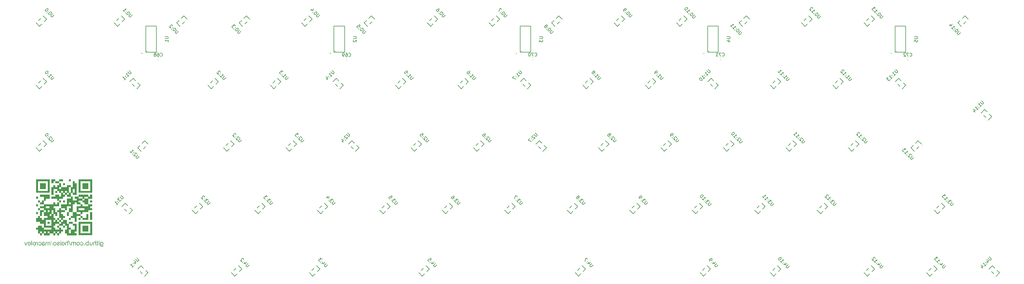
<source format=gbr>
%TF.GenerationSoftware,KiCad,Pcbnew,8.0.6*%
%TF.CreationDate,2024-12-01T13:40:34+01:00*%
%TF.ProjectId,layout_board,6c61796f-7574-45f6-926f-6172642e6b69,rev?*%
%TF.SameCoordinates,Original*%
%TF.FileFunction,Legend,Bot*%
%TF.FilePolarity,Positive*%
%FSLAX46Y46*%
G04 Gerber Fmt 4.6, Leading zero omitted, Abs format (unit mm)*
G04 Created by KiCad (PCBNEW 8.0.6) date 2024-12-01 13:40:34*
%MOMM*%
%LPD*%
G01*
G04 APERTURE LIST*
%ADD10C,0.000000*%
%ADD11C,0.150000*%
%ADD12C,0.152400*%
%ADD13C,0.059995*%
%ADD14C,0.150013*%
%ADD15C,0.120000*%
G04 APERTURE END LIST*
D10*
G36*
X37096850Y-92266820D02*
G01*
X36490555Y-92266820D01*
X36490555Y-91660541D01*
X37096850Y-91660541D01*
X37096850Y-92266820D01*
G37*
G36*
X42394335Y-96387137D02*
G01*
X41788043Y-96387137D01*
X41788043Y-95780857D01*
X42394335Y-95780857D01*
X42394335Y-96387137D01*
G37*
G36*
X41805770Y-90500965D02*
G01*
X41199478Y-90500965D01*
X41199478Y-89894685D01*
X41805770Y-89894685D01*
X41805770Y-90500965D01*
G37*
G36*
X47691915Y-93444057D02*
G01*
X47085650Y-93444057D01*
X47085650Y-92837778D01*
X47691915Y-92837778D01*
X47691915Y-93444057D01*
G37*
G36*
X49457771Y-92855439D02*
G01*
X48851492Y-92855439D01*
X48851492Y-92249159D01*
X49457771Y-92249159D01*
X49457771Y-92855439D01*
G37*
G36*
X48869153Y-102273256D02*
G01*
X48262887Y-102273256D01*
X48262887Y-101667095D01*
X48869153Y-101667095D01*
X48869153Y-102273256D01*
G37*
G36*
X52400851Y-93444057D02*
G01*
X51794584Y-93444057D01*
X51794584Y-92837778D01*
X52400851Y-92837778D01*
X52400851Y-93444057D01*
G37*
G36*
X50635008Y-96975755D02*
G01*
X50028729Y-96975755D01*
X50028729Y-96369476D01*
X50635008Y-96369476D01*
X50635008Y-96975755D01*
G37*
G36*
X46514678Y-92855439D02*
G01*
X45908412Y-92855439D01*
X45908412Y-92249159D01*
X46514678Y-92249159D01*
X46514678Y-92855439D01*
G37*
G36*
X48869153Y-98152992D02*
G01*
X48262887Y-98152992D01*
X48262887Y-97546712D01*
X48869153Y-97546712D01*
X48869153Y-98152992D01*
G37*
G36*
X40039940Y-94621281D02*
G01*
X39433650Y-94621281D01*
X39433650Y-94015015D01*
X40039940Y-94015015D01*
X40039940Y-94621281D01*
G37*
G36*
X45337454Y-99918861D02*
G01*
X44731189Y-99918861D01*
X44731189Y-99312569D01*
X45337454Y-99312569D01*
X45337454Y-99918861D01*
G37*
G36*
X42394335Y-100507427D02*
G01*
X41788043Y-100507427D01*
X41788043Y-99901134D01*
X42394335Y-99901134D01*
X42394335Y-100507427D01*
G37*
G36*
X53578087Y-96975755D02*
G01*
X52971821Y-96975755D01*
X52971821Y-96369476D01*
X53578087Y-96369476D01*
X53578087Y-96975755D01*
G37*
G36*
X41217073Y-102273256D02*
G01*
X40610913Y-102273256D01*
X40610913Y-101667095D01*
X41217073Y-101667095D01*
X41217073Y-102273256D01*
G37*
G36*
X52400851Y-91678202D02*
G01*
X51794584Y-91678202D01*
X51794584Y-91071922D01*
X52400851Y-91071922D01*
X52400851Y-91678202D01*
G37*
G36*
X41805770Y-91089583D02*
G01*
X41199478Y-91089583D01*
X41199478Y-90483303D01*
X41805770Y-90483303D01*
X41805770Y-91089583D01*
G37*
G36*
X48280534Y-91089583D02*
G01*
X47674255Y-91089583D01*
X47674255Y-90483303D01*
X48280534Y-90483303D01*
X48280534Y-91089583D01*
G37*
G36*
X36475771Y-106030059D02*
G01*
X36474283Y-106057592D01*
X36471802Y-106084628D01*
X36468330Y-106111169D01*
X36463865Y-106137214D01*
X36458409Y-106162763D01*
X36455308Y-106175351D01*
X36451960Y-106187815D01*
X36448364Y-106200156D01*
X36444520Y-106212372D01*
X36440427Y-106224433D01*
X36436086Y-106236309D01*
X36431497Y-106247998D01*
X36426660Y-106259501D01*
X36421574Y-106270818D01*
X36416241Y-106281949D01*
X36410660Y-106292894D01*
X36404831Y-106303653D01*
X36398754Y-106314226D01*
X36392429Y-106324613D01*
X36385855Y-106334814D01*
X36379034Y-106344829D01*
X36371965Y-106354658D01*
X36364647Y-106364301D01*
X36357082Y-106373758D01*
X36349268Y-106383028D01*
X36341215Y-106391842D01*
X36332928Y-106400423D01*
X36324409Y-106408771D01*
X36315658Y-106416886D01*
X36306674Y-106424770D01*
X36297457Y-106432420D01*
X36288008Y-106439838D01*
X36278327Y-106447024D01*
X36268413Y-106453977D01*
X36258266Y-106460698D01*
X36247887Y-106467186D01*
X36237275Y-106473441D01*
X36226431Y-106479464D01*
X36215354Y-106485255D01*
X36204045Y-106490813D01*
X36192503Y-106496138D01*
X36180737Y-106500944D01*
X36168753Y-106505440D01*
X36156552Y-106509626D01*
X36144134Y-106513501D01*
X36131499Y-106517067D01*
X36118647Y-106520322D01*
X36105578Y-106523268D01*
X36092292Y-106525903D01*
X36078789Y-106528228D01*
X36065069Y-106530244D01*
X36051131Y-106531949D01*
X36036977Y-106533344D01*
X36022606Y-106534429D01*
X36008018Y-106535204D01*
X35993212Y-106535669D01*
X35978190Y-106535824D01*
X35962935Y-106535669D01*
X35947928Y-106535204D01*
X35933170Y-106534429D01*
X35918659Y-106533344D01*
X35904396Y-106531949D01*
X35890382Y-106530244D01*
X35876615Y-106528228D01*
X35863096Y-106525903D01*
X35849826Y-106523268D01*
X35836803Y-106520322D01*
X35824029Y-106517067D01*
X35811502Y-106513501D01*
X35799224Y-106509626D01*
X35787194Y-106505440D01*
X35775412Y-106500944D01*
X35763878Y-106496138D01*
X35752336Y-106490813D01*
X35741027Y-106485255D01*
X35729950Y-106479464D01*
X35719105Y-106473441D01*
X35708494Y-106467186D01*
X35698114Y-106460698D01*
X35687968Y-106453977D01*
X35678054Y-106447024D01*
X35668372Y-106439838D01*
X35658923Y-106432420D01*
X35649707Y-106424770D01*
X35640723Y-106416886D01*
X35631972Y-106408771D01*
X35623453Y-106400423D01*
X35615167Y-106391842D01*
X35607113Y-106383028D01*
X35599299Y-106373758D01*
X35591734Y-106364301D01*
X35584416Y-106354658D01*
X35577347Y-106344829D01*
X35570525Y-106334814D01*
X35563952Y-106324613D01*
X35557627Y-106314226D01*
X35551550Y-106303653D01*
X35545721Y-106292894D01*
X35540140Y-106281949D01*
X35534807Y-106270818D01*
X35529722Y-106259501D01*
X35524885Y-106247998D01*
X35520296Y-106236309D01*
X35515955Y-106224433D01*
X35511862Y-106212372D01*
X35504421Y-106187815D01*
X35497971Y-106162763D01*
X35492514Y-106137214D01*
X35488049Y-106111169D01*
X35484577Y-106084628D01*
X35482097Y-106057592D01*
X35480609Y-106030059D01*
X35480113Y-106002030D01*
X35658707Y-106002030D01*
X35659110Y-106025036D01*
X35659614Y-106036306D01*
X35660319Y-106047422D01*
X35661226Y-106058382D01*
X35662335Y-106069188D01*
X35663644Y-106079838D01*
X35665156Y-106090333D01*
X35666869Y-106100674D01*
X35668783Y-106110859D01*
X35670899Y-106120889D01*
X35673217Y-106130765D01*
X35675736Y-106140485D01*
X35678456Y-106150050D01*
X35681378Y-106159460D01*
X35684502Y-106168715D01*
X35687557Y-106177560D01*
X35690766Y-106186234D01*
X35694130Y-106194737D01*
X35697650Y-106203070D01*
X35701324Y-106211232D01*
X35705153Y-106219224D01*
X35709138Y-106227045D01*
X35713277Y-106234696D01*
X35717571Y-106242176D01*
X35722021Y-106249486D01*
X35726625Y-106256625D01*
X35731385Y-106263593D01*
X35736299Y-106270391D01*
X35741369Y-106277018D01*
X35746593Y-106283475D01*
X35751973Y-106289761D01*
X35757492Y-106295629D01*
X35763135Y-106301327D01*
X35768902Y-106306854D01*
X35774793Y-106312210D01*
X35780808Y-106317396D01*
X35786947Y-106322411D01*
X35793210Y-106327256D01*
X35799597Y-106331930D01*
X35806109Y-106336434D01*
X35812744Y-106340767D01*
X35819503Y-106344929D01*
X35826387Y-106348921D01*
X35833394Y-106352743D01*
X35840525Y-106356394D01*
X35847781Y-106359874D01*
X35855160Y-106363184D01*
X35862384Y-106366308D01*
X35869670Y-106369231D01*
X35877018Y-106371951D01*
X35884428Y-106374471D01*
X35891901Y-106376788D01*
X35899435Y-106378905D01*
X35907031Y-106380819D01*
X35914690Y-106382532D01*
X35922410Y-106384044D01*
X35930192Y-106385354D01*
X35938037Y-106386462D01*
X35945943Y-106387369D01*
X35953912Y-106388074D01*
X35961943Y-106388578D01*
X35970035Y-106388880D01*
X35978190Y-106388981D01*
X35986352Y-106388880D01*
X35994468Y-106388578D01*
X36002538Y-106388074D01*
X36010561Y-106387369D01*
X36018537Y-106386462D01*
X36026467Y-106385354D01*
X36034350Y-106384044D01*
X36042187Y-106382532D01*
X36049977Y-106380819D01*
X36057721Y-106378905D01*
X36065418Y-106376788D01*
X36073069Y-106374471D01*
X36080673Y-106371951D01*
X36088231Y-106369231D01*
X36095742Y-106366308D01*
X36103207Y-106363184D01*
X36110346Y-106359874D01*
X36117376Y-106356394D01*
X36124298Y-106352743D01*
X36131111Y-106348921D01*
X36137816Y-106344929D01*
X36144413Y-106340767D01*
X36150901Y-106336434D01*
X36157280Y-106331930D01*
X36163551Y-106327256D01*
X36169713Y-106322411D01*
X36175767Y-106317396D01*
X36181713Y-106312210D01*
X36187550Y-106306854D01*
X36193278Y-106301327D01*
X36198898Y-106295629D01*
X36204409Y-106289761D01*
X36209796Y-106283475D01*
X36215044Y-106277018D01*
X36220152Y-106270391D01*
X36225121Y-106263593D01*
X36229950Y-106256625D01*
X36234640Y-106249486D01*
X36239190Y-106242176D01*
X36243601Y-106234696D01*
X36247872Y-106227045D01*
X36252003Y-106219224D01*
X36255995Y-106211232D01*
X36259847Y-106203070D01*
X36263560Y-106194737D01*
X36267134Y-106186234D01*
X36270567Y-106177560D01*
X36273861Y-106168715D01*
X36279443Y-106150050D01*
X36284280Y-106130765D01*
X36288373Y-106110859D01*
X36291722Y-106090333D01*
X36294326Y-106069188D01*
X36296186Y-106047422D01*
X36297303Y-106025036D01*
X36297675Y-106002030D01*
X36297303Y-105979054D01*
X36296186Y-105956761D01*
X36294326Y-105935149D01*
X36293117Y-105924599D01*
X36291722Y-105914220D01*
X36290141Y-105904011D01*
X36288373Y-105893973D01*
X36286420Y-105884105D01*
X36284280Y-105874408D01*
X36281955Y-105864881D01*
X36279443Y-105855525D01*
X36276745Y-105846339D01*
X36273861Y-105837325D01*
X36270567Y-105828240D01*
X36267134Y-105819341D01*
X36263560Y-105810628D01*
X36259847Y-105802102D01*
X36255995Y-105793761D01*
X36252003Y-105785607D01*
X36247872Y-105777638D01*
X36243601Y-105769856D01*
X36239190Y-105762260D01*
X36234640Y-105754849D01*
X36229950Y-105747625D01*
X36225121Y-105740587D01*
X36220152Y-105733735D01*
X36215044Y-105727069D01*
X36209796Y-105720589D01*
X36204409Y-105714295D01*
X36198898Y-105708187D01*
X36193278Y-105702264D01*
X36187550Y-105696528D01*
X36181713Y-105690978D01*
X36175767Y-105685614D01*
X36169713Y-105680436D01*
X36163551Y-105675444D01*
X36157280Y-105670638D01*
X36150901Y-105666018D01*
X36144413Y-105661584D01*
X36137816Y-105657337D01*
X36131111Y-105653275D01*
X36124298Y-105649399D01*
X36117376Y-105645709D01*
X36110346Y-105642205D01*
X36103207Y-105638888D01*
X36095742Y-105635764D01*
X36088231Y-105632842D01*
X36080673Y-105630121D01*
X36073069Y-105627602D01*
X36065418Y-105625285D01*
X36057721Y-105623168D01*
X36049977Y-105621254D01*
X36042187Y-105619541D01*
X36034350Y-105618029D01*
X36026467Y-105616719D01*
X36018537Y-105615610D01*
X36010561Y-105614703D01*
X36002538Y-105613998D01*
X35994468Y-105613494D01*
X35986352Y-105613192D01*
X35978190Y-105613091D01*
X35970035Y-105613192D01*
X35961943Y-105613494D01*
X35953912Y-105613998D01*
X35945943Y-105614703D01*
X35938037Y-105615610D01*
X35930192Y-105616719D01*
X35922410Y-105618029D01*
X35914690Y-105619541D01*
X35907031Y-105621254D01*
X35899435Y-105623168D01*
X35891901Y-105625285D01*
X35884428Y-105627602D01*
X35877018Y-105630121D01*
X35869670Y-105632842D01*
X35862384Y-105635764D01*
X35855160Y-105638888D01*
X35847781Y-105642205D01*
X35840525Y-105645709D01*
X35833394Y-105649399D01*
X35826387Y-105653275D01*
X35819503Y-105657337D01*
X35812744Y-105661584D01*
X35806109Y-105666018D01*
X35799597Y-105670638D01*
X35793210Y-105675444D01*
X35786947Y-105680436D01*
X35780808Y-105685614D01*
X35774793Y-105690978D01*
X35768902Y-105696528D01*
X35763135Y-105702264D01*
X35757492Y-105708187D01*
X35751973Y-105714295D01*
X35746593Y-105720589D01*
X35741369Y-105727069D01*
X35736299Y-105733735D01*
X35731385Y-105740587D01*
X35726625Y-105747625D01*
X35722021Y-105754849D01*
X35717571Y-105762260D01*
X35713277Y-105769856D01*
X35709138Y-105777638D01*
X35705153Y-105785607D01*
X35701324Y-105793761D01*
X35697650Y-105802102D01*
X35694130Y-105810628D01*
X35690766Y-105819341D01*
X35687557Y-105828240D01*
X35684502Y-105837325D01*
X35681378Y-105846339D01*
X35678456Y-105855525D01*
X35675736Y-105864881D01*
X35673217Y-105874408D01*
X35670899Y-105884105D01*
X35668783Y-105893973D01*
X35665156Y-105914220D01*
X35662335Y-105935149D01*
X35660319Y-105956761D01*
X35659110Y-105979054D01*
X35658707Y-106002030D01*
X35480113Y-106002030D01*
X35480609Y-105974000D01*
X35482097Y-105946466D01*
X35484577Y-105919428D01*
X35488049Y-105892887D01*
X35492514Y-105866842D01*
X35497971Y-105841293D01*
X35501072Y-105828705D01*
X35504421Y-105816240D01*
X35508017Y-105803900D01*
X35511862Y-105791684D01*
X35515955Y-105779390D01*
X35520296Y-105767313D01*
X35524885Y-105755454D01*
X35529722Y-105743811D01*
X35534807Y-105732386D01*
X35540140Y-105721177D01*
X35545721Y-105710186D01*
X35551550Y-105699411D01*
X35557627Y-105688854D01*
X35563952Y-105678513D01*
X35570525Y-105668390D01*
X35577347Y-105658483D01*
X35584416Y-105648794D01*
X35591734Y-105639321D01*
X35599299Y-105630066D01*
X35607113Y-105621027D01*
X35615167Y-105611974D01*
X35623453Y-105603168D01*
X35631972Y-105594611D01*
X35640723Y-105586301D01*
X35649707Y-105578240D01*
X35658923Y-105570427D01*
X35668372Y-105562861D01*
X35678054Y-105555544D01*
X35687968Y-105548474D01*
X35698114Y-105541653D01*
X35708494Y-105535080D01*
X35719105Y-105528755D01*
X35729950Y-105522678D01*
X35741027Y-105516849D01*
X35752336Y-105511269D01*
X35763878Y-105505936D01*
X35775412Y-105500890D01*
X35787194Y-105496169D01*
X35799224Y-105491773D01*
X35811502Y-105487704D01*
X35824029Y-105483960D01*
X35836803Y-105480541D01*
X35849826Y-105477448D01*
X35863096Y-105474681D01*
X35876615Y-105472239D01*
X35890382Y-105470123D01*
X35904396Y-105468332D01*
X35918659Y-105466867D01*
X35933170Y-105465727D01*
X35947928Y-105464913D01*
X35962935Y-105464425D01*
X35978190Y-105464262D01*
X35993212Y-105464425D01*
X36008018Y-105464913D01*
X36022606Y-105465727D01*
X36036977Y-105466867D01*
X36051131Y-105468332D01*
X36065069Y-105470123D01*
X36078789Y-105472239D01*
X36092292Y-105474681D01*
X36105578Y-105477448D01*
X36118647Y-105480541D01*
X36131499Y-105483960D01*
X36144134Y-105487704D01*
X36156552Y-105491773D01*
X36168753Y-105496169D01*
X36180737Y-105500890D01*
X36192503Y-105505936D01*
X36204045Y-105511269D01*
X36215354Y-105516849D01*
X36226431Y-105522678D01*
X36237275Y-105528755D01*
X36247887Y-105535080D01*
X36258266Y-105541653D01*
X36268413Y-105548474D01*
X36278327Y-105555544D01*
X36288008Y-105562861D01*
X36297457Y-105570427D01*
X36306674Y-105578240D01*
X36315658Y-105586301D01*
X36324409Y-105594611D01*
X36332928Y-105603168D01*
X36341215Y-105611974D01*
X36349268Y-105621027D01*
X36357082Y-105630066D01*
X36364647Y-105639321D01*
X36371965Y-105648794D01*
X36379034Y-105658483D01*
X36385855Y-105668390D01*
X36392429Y-105678513D01*
X36398754Y-105688854D01*
X36404831Y-105699411D01*
X36410660Y-105710186D01*
X36416241Y-105721177D01*
X36421574Y-105732386D01*
X36426660Y-105743811D01*
X36431497Y-105755454D01*
X36436086Y-105767313D01*
X36440427Y-105779390D01*
X36444520Y-105791684D01*
X36451960Y-105816240D01*
X36458409Y-105841293D01*
X36463865Y-105866842D01*
X36468330Y-105892887D01*
X36471802Y-105919428D01*
X36474283Y-105946466D01*
X36475771Y-105974000D01*
X36476267Y-106002030D01*
X36475771Y-106030059D01*
G37*
G36*
X42983034Y-87557883D02*
G01*
X42376741Y-87557883D01*
X42376741Y-86951607D01*
X42983034Y-86951607D01*
X42983034Y-87557883D01*
G37*
G36*
X46514678Y-94621281D02*
G01*
X45908412Y-94621281D01*
X45908412Y-94015015D01*
X46514678Y-94015015D01*
X46514678Y-94621281D01*
G37*
G36*
X39451243Y-94621281D02*
G01*
X38844950Y-94621281D01*
X38844950Y-94015015D01*
X39451243Y-94015015D01*
X39451243Y-94621281D01*
G37*
G36*
X42983034Y-99918861D02*
G01*
X42376741Y-99918861D01*
X42376741Y-99312569D01*
X42983034Y-99312569D01*
X42983034Y-99918861D01*
G37*
G36*
X53578087Y-98741598D02*
G01*
X52971821Y-98741598D01*
X52971821Y-98135332D01*
X53578087Y-98135332D01*
X53578087Y-98741598D01*
G37*
G36*
X52400851Y-97564373D02*
G01*
X51794584Y-97564373D01*
X51794584Y-96958095D01*
X52400851Y-96958095D01*
X52400851Y-97564373D01*
G37*
G36*
X49457771Y-95209899D02*
G01*
X48851492Y-95209899D01*
X48851492Y-94603633D01*
X49457771Y-94603633D01*
X49457771Y-95209899D01*
G37*
G36*
X42394335Y-99918861D02*
G01*
X41788043Y-99918861D01*
X41788043Y-99312569D01*
X42394335Y-99312569D01*
X42394335Y-99918861D01*
G37*
G36*
X48869153Y-98741598D02*
G01*
X48262887Y-98741598D01*
X48262887Y-98135332D01*
X48869153Y-98135332D01*
X48869153Y-98741598D01*
G37*
G36*
X38274113Y-103450520D02*
G01*
X37667819Y-103450520D01*
X37667819Y-102844227D01*
X38274113Y-102844227D01*
X38274113Y-103450520D01*
G37*
G36*
X41805770Y-87557883D02*
G01*
X41199478Y-87557883D01*
X41199478Y-86951607D01*
X41805770Y-86951607D01*
X41805770Y-87557883D01*
G37*
G36*
X37698841Y-105464433D02*
G01*
X37713624Y-105464945D01*
X37728173Y-105465797D01*
X37742490Y-105466991D01*
X37756574Y-105468526D01*
X37770426Y-105470402D01*
X37784046Y-105472619D01*
X37797432Y-105475177D01*
X37810587Y-105478076D01*
X37823508Y-105481316D01*
X37836197Y-105484898D01*
X37848654Y-105488820D01*
X37860878Y-105493083D01*
X37872870Y-105497688D01*
X37884628Y-105502633D01*
X37896155Y-105507920D01*
X37907449Y-105513260D01*
X37918510Y-105518864D01*
X37929339Y-105524732D01*
X37939935Y-105530863D01*
X37950299Y-105537258D01*
X37960430Y-105543916D01*
X37970328Y-105550838D01*
X37979994Y-105558024D01*
X37989428Y-105565473D01*
X37998629Y-105573185D01*
X38007597Y-105581162D01*
X38016333Y-105589401D01*
X38024836Y-105597905D01*
X38033107Y-105606672D01*
X38041145Y-105615702D01*
X38048951Y-105624997D01*
X38056276Y-105634283D01*
X38063369Y-105643786D01*
X38070229Y-105653507D01*
X38076856Y-105663444D01*
X38083251Y-105673598D01*
X38089414Y-105683970D01*
X38095344Y-105694559D01*
X38101041Y-105705364D01*
X38106506Y-105716387D01*
X38111738Y-105727626D01*
X38116738Y-105739083D01*
X38121505Y-105750757D01*
X38126040Y-105762647D01*
X38130342Y-105774755D01*
X38134412Y-105787080D01*
X38138249Y-105799622D01*
X38145225Y-105824675D01*
X38151271Y-105850224D01*
X38156387Y-105876269D01*
X38160573Y-105902810D01*
X38163829Y-105929847D01*
X38166154Y-105957380D01*
X38167550Y-105985410D01*
X38168015Y-106013935D01*
X38167550Y-106042430D01*
X38166154Y-106070366D01*
X38163829Y-106097744D01*
X38160573Y-106124564D01*
X38156387Y-106150826D01*
X38151271Y-106176529D01*
X38145225Y-106201674D01*
X38138249Y-106226261D01*
X38134171Y-106238067D01*
X38129877Y-106249671D01*
X38125366Y-106261073D01*
X38120637Y-106272274D01*
X38115692Y-106283274D01*
X38110529Y-106294072D01*
X38105150Y-106304668D01*
X38099553Y-106315063D01*
X38093740Y-106325256D01*
X38087709Y-106335248D01*
X38081461Y-106345038D01*
X38074997Y-106354627D01*
X38068315Y-106364014D01*
X38061416Y-106373200D01*
X38054300Y-106382184D01*
X38046967Y-106390967D01*
X38039169Y-106399524D01*
X38031154Y-106407834D01*
X38022922Y-106415895D01*
X38014473Y-106423708D01*
X38005807Y-106431274D01*
X37996924Y-106438591D01*
X37987823Y-106445660D01*
X37978506Y-106452482D01*
X37968972Y-106459055D01*
X37959220Y-106465380D01*
X37949252Y-106471457D01*
X37939067Y-106477287D01*
X37928664Y-106482868D01*
X37918045Y-106488201D01*
X37907208Y-106493286D01*
X37896155Y-106498124D01*
X37884644Y-106502689D01*
X37872931Y-106506960D01*
X37861017Y-106510936D01*
X37848902Y-106514618D01*
X37836585Y-106518005D01*
X37824066Y-106521098D01*
X37811346Y-106523896D01*
X37798424Y-106526399D01*
X37785301Y-106528608D01*
X37771976Y-106530523D01*
X37758450Y-106532143D01*
X37744722Y-106533468D01*
X37730793Y-106534499D01*
X37716662Y-106535235D01*
X37702330Y-106535677D01*
X37687796Y-106535824D01*
X37663565Y-106535421D01*
X37639985Y-106534212D01*
X37617056Y-106532197D01*
X37594778Y-106529375D01*
X37573151Y-106525747D01*
X37552176Y-106521314D01*
X37531851Y-106516074D01*
X37512178Y-106510028D01*
X37493156Y-106503175D01*
X37474785Y-106495517D01*
X37457065Y-106487052D01*
X37439996Y-106477781D01*
X37423579Y-106467705D01*
X37407813Y-106456821D01*
X37392697Y-106445132D01*
X37378233Y-106432637D01*
X37364188Y-106419397D01*
X37350824Y-106405476D01*
X37338143Y-106390872D01*
X37326144Y-106375586D01*
X37314826Y-106359618D01*
X37304191Y-106342968D01*
X37294238Y-106325636D01*
X37284967Y-106307622D01*
X37276379Y-106288925D01*
X37268472Y-106269546D01*
X37261248Y-106249485D01*
X37254705Y-106228742D01*
X37248845Y-106207317D01*
X37243667Y-106185210D01*
X37239171Y-106162420D01*
X37235358Y-106138949D01*
X37407998Y-106138949D01*
X37410199Y-106153623D01*
X37412835Y-106167878D01*
X37415904Y-106181714D01*
X37419408Y-106195132D01*
X37423346Y-106208131D01*
X37427718Y-106220712D01*
X37432524Y-106232874D01*
X37437764Y-106244618D01*
X37443438Y-106255943D01*
X37449546Y-106266849D01*
X37456088Y-106277337D01*
X37463064Y-106287406D01*
X37470475Y-106297056D01*
X37478319Y-106306288D01*
X37486598Y-106315102D01*
X37495310Y-106323496D01*
X37504209Y-106331426D01*
X37513542Y-106338844D01*
X37523309Y-106345751D01*
X37533510Y-106352146D01*
X37544145Y-106358030D01*
X37555214Y-106363401D01*
X37566717Y-106368262D01*
X37578655Y-106372610D01*
X37591026Y-106376447D01*
X37603832Y-106379773D01*
X37617071Y-106382586D01*
X37630745Y-106384888D01*
X37644852Y-106386679D01*
X37659394Y-106387958D01*
X37674370Y-106388725D01*
X37689780Y-106388981D01*
X37699616Y-106388857D01*
X37709282Y-106388485D01*
X37718777Y-106387865D01*
X37728102Y-106386997D01*
X37737257Y-106385881D01*
X37746241Y-106384517D01*
X37755054Y-106382905D01*
X37763697Y-106381044D01*
X37772170Y-106378936D01*
X37780471Y-106376580D01*
X37788603Y-106373975D01*
X37796564Y-106371123D01*
X37804354Y-106368022D01*
X37811974Y-106364673D01*
X37819424Y-106361076D01*
X37826703Y-106357231D01*
X37833810Y-106353185D01*
X37840748Y-106348984D01*
X37847514Y-106344627D01*
X37854111Y-106340116D01*
X37860537Y-106335450D01*
X37866792Y-106330628D01*
X37872877Y-106325652D01*
X37878791Y-106320521D01*
X37884535Y-106315234D01*
X37890109Y-106309793D01*
X37895512Y-106304197D01*
X37900744Y-106298445D01*
X37905806Y-106292538D01*
X37910697Y-106286477D01*
X37915418Y-106280260D01*
X37919968Y-106273888D01*
X37924363Y-106267136D01*
X37928618Y-106260276D01*
X37932734Y-106253307D01*
X37936710Y-106246230D01*
X37940547Y-106239044D01*
X37944245Y-106231750D01*
X37947802Y-106224347D01*
X37951221Y-106216836D01*
X37957639Y-106201488D01*
X37963499Y-106185707D01*
X37968801Y-106169491D01*
X37973546Y-106152842D01*
X37977266Y-106135912D01*
X37980491Y-106118859D01*
X37983220Y-106101681D01*
X37985452Y-106084380D01*
X37987188Y-106066955D01*
X37988428Y-106049406D01*
X37989172Y-106031733D01*
X37989420Y-106013935D01*
X37989172Y-105994681D01*
X37988428Y-105975612D01*
X37987188Y-105956729D01*
X37985452Y-105938033D01*
X37983220Y-105919522D01*
X37980491Y-105901198D01*
X37977266Y-105883059D01*
X37973546Y-105865107D01*
X37971484Y-105855999D01*
X37969267Y-105847030D01*
X37966894Y-105838201D01*
X37964367Y-105829512D01*
X37961685Y-105820962D01*
X37958848Y-105812551D01*
X37955856Y-105804281D01*
X37952709Y-105796149D01*
X37949407Y-105788157D01*
X37945950Y-105780305D01*
X37942337Y-105772592D01*
X37938570Y-105765019D01*
X37934648Y-105757585D01*
X37930571Y-105750291D01*
X37926339Y-105743136D01*
X37921952Y-105736121D01*
X37917146Y-105729261D01*
X37912154Y-105722571D01*
X37906976Y-105716053D01*
X37901612Y-105709704D01*
X37896062Y-105703527D01*
X37890326Y-105697519D01*
X37884404Y-105691683D01*
X37878296Y-105686017D01*
X37872001Y-105680521D01*
X37865521Y-105675196D01*
X37858855Y-105670041D01*
X37852003Y-105665057D01*
X37844964Y-105660244D01*
X37837740Y-105655601D01*
X37830330Y-105651128D01*
X37822733Y-105646826D01*
X37814928Y-105642741D01*
X37806889Y-105638919D01*
X37798619Y-105635361D01*
X37790115Y-105632066D01*
X37781379Y-105629035D01*
X37772411Y-105626268D01*
X37763210Y-105623764D01*
X37753776Y-105621524D01*
X37744110Y-105619548D01*
X37734212Y-105617835D01*
X37724080Y-105616385D01*
X37713717Y-105615199D01*
X37703121Y-105614277D01*
X37692292Y-105613618D01*
X37681231Y-105613223D01*
X37669938Y-105613091D01*
X37656713Y-105613300D01*
X37643830Y-105613928D01*
X37631288Y-105614974D01*
X37619087Y-105616439D01*
X37607227Y-105618323D01*
X37595708Y-105620625D01*
X37584530Y-105623346D01*
X37573694Y-105626485D01*
X37563198Y-105630043D01*
X37553044Y-105634019D01*
X37543230Y-105638414D01*
X37533758Y-105643228D01*
X37524627Y-105648460D01*
X37515837Y-105654111D01*
X37507388Y-105660180D01*
X37499279Y-105666668D01*
X37491513Y-105673536D01*
X37484087Y-105680746D01*
X37477002Y-105688296D01*
X37470259Y-105696187D01*
X37463856Y-105704419D01*
X37457794Y-105712992D01*
X37452074Y-105721906D01*
X37446694Y-105731161D01*
X37441656Y-105740757D01*
X37436958Y-105750695D01*
X37432602Y-105760973D01*
X37428587Y-105771593D01*
X37424912Y-105782553D01*
X37421579Y-105793855D01*
X37418587Y-105805498D01*
X37415936Y-105817482D01*
X37241311Y-105817482D01*
X37242659Y-105806173D01*
X37244225Y-105795065D01*
X37246008Y-105784158D01*
X37248008Y-105773453D01*
X37250225Y-105762950D01*
X37252659Y-105752648D01*
X37255310Y-105742548D01*
X37258178Y-105732649D01*
X37261263Y-105722952D01*
X37264565Y-105713457D01*
X37268085Y-105704163D01*
X37271821Y-105695070D01*
X37275774Y-105686179D01*
X37279945Y-105677490D01*
X37284332Y-105669002D01*
X37288937Y-105660715D01*
X37293735Y-105652375D01*
X37298704Y-105644221D01*
X37303843Y-105636252D01*
X37309153Y-105628470D01*
X37314633Y-105620874D01*
X37320284Y-105613463D01*
X37326105Y-105606239D01*
X37332097Y-105599200D01*
X37338259Y-105592348D01*
X37344592Y-105585682D01*
X37351095Y-105579201D01*
X37357769Y-105572907D01*
X37364614Y-105566799D01*
X37371629Y-105560877D01*
X37378814Y-105555141D01*
X37386170Y-105549591D01*
X37393441Y-105544227D01*
X37400867Y-105539049D01*
X37408448Y-105534057D01*
X37416184Y-105529251D01*
X37424075Y-105524631D01*
X37432121Y-105520197D01*
X37440322Y-105515950D01*
X37448678Y-105511888D01*
X37457190Y-105508012D01*
X37465856Y-105504322D01*
X37474677Y-105500818D01*
X37483654Y-105497501D01*
X37492785Y-105494369D01*
X37502071Y-105491423D01*
X37511513Y-105488664D01*
X37521109Y-105486090D01*
X37540146Y-105480974D01*
X37559555Y-105476541D01*
X37579337Y-105472789D01*
X37599490Y-105469720D01*
X37620016Y-105467332D01*
X37640915Y-105465627D01*
X37662185Y-105464603D01*
X37683827Y-105464262D01*
X37698841Y-105464433D01*
G37*
G36*
X39451243Y-99330216D02*
G01*
X38844950Y-99330216D01*
X38844950Y-98723950D01*
X39451243Y-98723950D01*
X39451243Y-99330216D01*
G37*
G36*
X37096850Y-98741598D02*
G01*
X36490555Y-98741598D01*
X36490555Y-98135332D01*
X37096850Y-98135332D01*
X37096850Y-98741598D01*
G37*
G36*
X42394335Y-96975755D02*
G01*
X41788043Y-96975755D01*
X41788043Y-96369476D01*
X42394335Y-96369476D01*
X42394335Y-96975755D01*
G37*
G36*
X40039940Y-101096124D02*
G01*
X39433650Y-101096124D01*
X39433650Y-100489831D01*
X40039940Y-100489831D01*
X40039940Y-101096124D01*
G37*
G36*
X47691915Y-90500965D02*
G01*
X47085650Y-90500965D01*
X47085650Y-89894685D01*
X47691915Y-89894685D01*
X47691915Y-90500965D01*
G37*
G36*
X37685414Y-102273256D02*
G01*
X37079121Y-102273256D01*
X37079121Y-101667095D01*
X37685414Y-101667095D01*
X37685414Y-102273256D01*
G37*
G36*
X42394335Y-102273256D02*
G01*
X41788043Y-102273256D01*
X41788043Y-101667095D01*
X42394335Y-101667095D01*
X42394335Y-102273256D01*
G37*
G36*
X47691915Y-89323728D02*
G01*
X47085650Y-89323728D01*
X47085650Y-88717461D01*
X47691915Y-88717461D01*
X47691915Y-89323728D01*
G37*
G36*
X45337454Y-94621281D02*
G01*
X44731189Y-94621281D01*
X44731189Y-94015015D01*
X45337454Y-94015015D01*
X45337454Y-94621281D01*
G37*
G36*
X38862677Y-95209899D02*
G01*
X38256386Y-95209899D01*
X38256386Y-94603633D01*
X38862677Y-94603633D01*
X38862677Y-95209899D01*
G37*
G36*
X50046390Y-92855439D02*
G01*
X49440123Y-92855439D01*
X49440123Y-92249159D01*
X50046390Y-92249159D01*
X50046390Y-92855439D01*
G37*
G36*
X51812245Y-91678202D02*
G01*
X51205966Y-91678202D01*
X51205966Y-91071922D01*
X51812245Y-91071922D01*
X51812245Y-91678202D01*
G37*
G36*
X46514678Y-89912346D02*
G01*
X45908412Y-89912346D01*
X45908412Y-89306080D01*
X46514678Y-89306080D01*
X46514678Y-89912346D01*
G37*
G36*
X43571599Y-98741598D02*
G01*
X42965307Y-98741598D01*
X42965307Y-98135332D01*
X43571599Y-98135332D01*
X43571599Y-98741598D01*
G37*
G36*
X48280534Y-97564373D02*
G01*
X47674255Y-97564373D01*
X47674255Y-96958095D01*
X48280534Y-96958095D01*
X48280534Y-97564373D01*
G37*
G36*
X48280534Y-98152992D02*
G01*
X47674255Y-98152992D01*
X47674255Y-97546712D01*
X48280534Y-97546712D01*
X48280534Y-98152992D01*
G37*
G36*
X38274113Y-96387137D02*
G01*
X37667819Y-96387137D01*
X37667819Y-95780857D01*
X38274113Y-95780857D01*
X38274113Y-96387137D01*
G37*
G36*
X48280534Y-102273256D02*
G01*
X47674255Y-102273256D01*
X47674255Y-101667095D01*
X48280534Y-101667095D01*
X48280534Y-102273256D01*
G37*
G36*
X41805770Y-100507427D02*
G01*
X41199478Y-100507427D01*
X41199478Y-99901134D01*
X41805770Y-99901134D01*
X41805770Y-100507427D01*
G37*
G36*
X48869153Y-88735122D02*
G01*
X48262887Y-88735122D01*
X48262887Y-88128843D01*
X48869153Y-88128843D01*
X48869153Y-88735122D01*
G37*
G36*
X47691915Y-95209899D02*
G01*
X47085650Y-95209899D01*
X47085650Y-94603633D01*
X47691915Y-94603633D01*
X47691915Y-95209899D01*
G37*
G36*
X37685414Y-101684690D02*
G01*
X37079121Y-101684690D01*
X37079121Y-101078397D01*
X37685414Y-101078397D01*
X37685414Y-101684690D01*
G37*
G36*
X39451243Y-91678202D02*
G01*
X38844950Y-91678202D01*
X38844950Y-91071922D01*
X39451243Y-91071922D01*
X39451243Y-91678202D01*
G37*
G36*
X44160218Y-99330216D02*
G01*
X43554005Y-99330216D01*
X43554005Y-98723950D01*
X44160218Y-98723950D01*
X44160218Y-99330216D01*
G37*
G36*
X36546266Y-105464262D02*
G01*
X36562451Y-105465007D01*
X36578265Y-105466247D01*
X36593706Y-105467983D01*
X36608775Y-105470216D01*
X36623472Y-105472944D01*
X36637796Y-105476169D01*
X36651749Y-105479889D01*
X36665330Y-105484106D01*
X36678539Y-105488819D01*
X36691375Y-105494028D01*
X36703840Y-105499733D01*
X36715932Y-105505935D01*
X36727652Y-105512632D01*
X36739001Y-105519825D01*
X36750054Y-105527523D01*
X36760891Y-105535731D01*
X36771510Y-105544452D01*
X36781912Y-105553684D01*
X36792098Y-105563427D01*
X36802066Y-105573683D01*
X36811818Y-105584449D01*
X36821352Y-105595728D01*
X36830669Y-105607517D01*
X36839770Y-105619819D01*
X36848653Y-105632632D01*
X36857319Y-105645957D01*
X36865768Y-105659793D01*
X36874000Y-105674142D01*
X36882015Y-105689001D01*
X36889813Y-105704373D01*
X36893780Y-105704373D01*
X36893780Y-105488074D01*
X37052531Y-105488074D01*
X37052531Y-106513996D01*
X36883860Y-106513996D01*
X36883860Y-106057591D01*
X36883550Y-106033159D01*
X36882620Y-106009470D01*
X36881069Y-105986526D01*
X36878899Y-105964326D01*
X36876108Y-105942870D01*
X36872697Y-105922158D01*
X36868666Y-105902189D01*
X36864014Y-105882965D01*
X36861441Y-105873385D01*
X36858682Y-105863990D01*
X36855736Y-105854781D01*
X36852605Y-105845758D01*
X36849287Y-105836922D01*
X36845784Y-105828271D01*
X36842094Y-105819806D01*
X36838218Y-105811528D01*
X36834156Y-105803435D01*
X36829909Y-105795529D01*
X36825475Y-105787808D01*
X36820855Y-105780274D01*
X36816049Y-105772926D01*
X36811057Y-105765763D01*
X36805879Y-105758787D01*
X36800515Y-105751997D01*
X36794949Y-105745401D01*
X36789167Y-105739006D01*
X36783167Y-105732812D01*
X36776950Y-105726820D01*
X36770517Y-105721030D01*
X36763866Y-105715441D01*
X36756999Y-105710054D01*
X36749914Y-105704868D01*
X36742612Y-105699884D01*
X36735093Y-105695101D01*
X36727357Y-105690520D01*
X36719404Y-105686140D01*
X36711234Y-105681962D01*
X36702847Y-105677986D01*
X36694243Y-105674211D01*
X36685421Y-105670637D01*
X36676376Y-105667273D01*
X36667097Y-105664126D01*
X36657586Y-105661196D01*
X36647843Y-105658483D01*
X36637866Y-105655987D01*
X36627658Y-105653708D01*
X36617217Y-105651646D01*
X36606543Y-105649801D01*
X36584497Y-105646762D01*
X36561522Y-105644592D01*
X36537616Y-105643289D01*
X36512780Y-105642855D01*
X36512780Y-105464262D01*
X36529709Y-105464014D01*
X36546266Y-105464262D01*
G37*
G36*
X37685414Y-98152992D02*
G01*
X37079121Y-98152992D01*
X37079121Y-97546712D01*
X37685414Y-97546712D01*
X37685414Y-98152992D01*
G37*
G36*
X41217073Y-98152992D02*
G01*
X40610913Y-98152992D01*
X40610913Y-97546712D01*
X41217073Y-97546712D01*
X41217073Y-98152992D01*
G37*
G36*
X53578087Y-94621281D02*
G01*
X52971821Y-94621281D01*
X52971821Y-94015015D01*
X53578087Y-94015015D01*
X53578087Y-94621281D01*
G37*
G36*
X48280534Y-96975755D02*
G01*
X47674255Y-96975755D01*
X47674255Y-96369476D01*
X48280534Y-96369476D01*
X48280534Y-96975755D01*
G37*
G36*
X49457771Y-95798518D02*
G01*
X48851492Y-95798518D01*
X48851492Y-95192238D01*
X49457771Y-95192238D01*
X49457771Y-95798518D01*
G37*
G36*
X41805770Y-101096124D02*
G01*
X41199478Y-101096124D01*
X41199478Y-100489831D01*
X41805770Y-100489831D01*
X41805770Y-101096124D01*
G37*
G36*
X46514678Y-94032663D02*
G01*
X45908412Y-94032663D01*
X45908412Y-93426396D01*
X46514678Y-93426396D01*
X46514678Y-94032663D01*
G37*
G36*
X41805770Y-95798518D02*
G01*
X41199478Y-95798518D01*
X41199478Y-95192238D01*
X41805770Y-95192238D01*
X41805770Y-95798518D01*
G37*
G36*
X47103311Y-95798518D02*
G01*
X46497031Y-95798518D01*
X46497031Y-95192238D01*
X47103311Y-95192238D01*
X47103311Y-95798518D01*
G37*
G36*
X46514678Y-102273256D02*
G01*
X45908412Y-102273256D01*
X45908412Y-101667095D01*
X46514678Y-101667095D01*
X46514678Y-102273256D01*
G37*
G36*
X44748837Y-97564373D02*
G01*
X44142557Y-97564373D01*
X44142557Y-96958095D01*
X44748837Y-96958095D01*
X44748837Y-97564373D01*
G37*
G36*
X41691602Y-106545748D02*
G01*
X41548727Y-106545748D01*
X40961354Y-105063420D01*
X41106211Y-105063420D01*
X41691602Y-106545748D01*
G37*
G36*
X37096850Y-96975755D02*
G01*
X36490555Y-96975755D01*
X36490555Y-96369476D01*
X37096850Y-96369476D01*
X37096850Y-96975755D01*
G37*
G36*
X43571599Y-94032663D02*
G01*
X42965307Y-94032663D01*
X42965307Y-93426396D01*
X43571599Y-93426396D01*
X43571599Y-94032663D01*
G37*
G36*
X44748837Y-89323728D02*
G01*
X44142557Y-89323728D01*
X44142557Y-88717461D01*
X44748837Y-88717461D01*
X44748837Y-89323728D01*
G37*
G36*
X45337454Y-91678202D02*
G01*
X44731189Y-91678202D01*
X44731189Y-91071922D01*
X45337454Y-91071922D01*
X45337454Y-91678202D01*
G37*
G36*
X44160218Y-102273256D02*
G01*
X43554005Y-102273256D01*
X43554005Y-101667095D01*
X44160218Y-101667095D01*
X44160218Y-102273256D01*
G37*
G36*
X41805770Y-94621281D02*
G01*
X41199478Y-94621281D01*
X41199478Y-94015015D01*
X41805770Y-94015015D01*
X41805770Y-94621281D01*
G37*
G36*
X44160218Y-100507427D02*
G01*
X43554005Y-100507427D01*
X43554005Y-99901134D01*
X44160218Y-99901134D01*
X44160218Y-100507427D01*
G37*
G36*
X50046390Y-98741598D02*
G01*
X49440123Y-98741598D01*
X49440123Y-98135332D01*
X50046390Y-98135332D01*
X50046390Y-98741598D01*
G37*
G36*
X48280534Y-102861952D02*
G01*
X47674255Y-102861952D01*
X47674255Y-102255660D01*
X48280534Y-102255660D01*
X48280534Y-102861952D01*
G37*
G36*
X38862677Y-102861952D02*
G01*
X38256386Y-102861952D01*
X38256386Y-102255660D01*
X38862677Y-102255660D01*
X38862677Y-102861952D01*
G37*
G36*
X46514678Y-97564373D02*
G01*
X45908412Y-97564373D01*
X45908412Y-96958095D01*
X46514678Y-96958095D01*
X46514678Y-97564373D01*
G37*
G36*
X35271355Y-106513996D02*
G01*
X35102684Y-106513996D01*
X35102684Y-105097153D01*
X35271355Y-105097153D01*
X35271355Y-106513996D01*
G37*
G36*
X44748837Y-98152992D02*
G01*
X44142557Y-98152992D01*
X44142557Y-97546712D01*
X44748837Y-97546712D01*
X44748837Y-98152992D01*
G37*
G36*
X42983034Y-99330216D02*
G01*
X42376741Y-99330216D01*
X42376741Y-98723950D01*
X42983034Y-98723950D01*
X42983034Y-99330216D01*
G37*
G36*
X40628506Y-90483303D02*
G01*
X36508151Y-90483303D01*
X36508151Y-86951607D01*
X37096850Y-86951607D01*
X37096850Y-89894685D01*
X40039940Y-89894685D01*
X40039940Y-86951607D01*
X37096850Y-86951607D01*
X36508151Y-86951607D01*
X36508151Y-86362990D01*
X40628506Y-86362990D01*
X40628506Y-89894685D01*
X40628506Y-90483303D01*
G37*
G36*
X38862677Y-101684690D02*
G01*
X38256386Y-101684690D01*
X38256386Y-101078397D01*
X38862677Y-101078397D01*
X38862677Y-101684690D01*
G37*
G36*
X47691915Y-98152992D02*
G01*
X47085650Y-98152992D01*
X47085650Y-97546712D01*
X47691915Y-97546712D01*
X47691915Y-98152992D01*
G37*
G36*
X41805770Y-97564373D02*
G01*
X41199478Y-97564373D01*
X41199478Y-96958095D01*
X41805770Y-96958095D01*
X41805770Y-97564373D01*
G37*
G36*
X52989482Y-95798518D02*
G01*
X52383203Y-95798518D01*
X52383203Y-95192238D01*
X52989482Y-95192238D01*
X52989482Y-95798518D01*
G37*
G36*
X50635008Y-94621281D02*
G01*
X50028729Y-94621281D01*
X50028729Y-94015015D01*
X50635008Y-94015015D01*
X50635008Y-94621281D01*
G37*
G36*
X47103311Y-91089583D02*
G01*
X46497031Y-91089583D01*
X46497031Y-90483303D01*
X47103311Y-90483303D01*
X47103311Y-91089583D01*
G37*
G36*
X45337454Y-93444057D02*
G01*
X44731189Y-93444057D01*
X44731189Y-92837778D01*
X45337454Y-92837778D01*
X45337454Y-93444057D01*
G37*
G36*
X47103311Y-91678202D02*
G01*
X46497031Y-91678202D01*
X46497031Y-91071922D01*
X47103311Y-91071922D01*
X47103311Y-91678202D01*
G37*
G36*
X39451243Y-102273256D02*
G01*
X38844950Y-102273256D01*
X38844950Y-101667095D01*
X39451243Y-101667095D01*
X39451243Y-102273256D01*
G37*
G36*
X38274113Y-95209899D02*
G01*
X37667819Y-95209899D01*
X37667819Y-94603633D01*
X38274113Y-94603633D01*
X38274113Y-95209899D01*
G37*
G36*
X51812245Y-92855439D02*
G01*
X51205966Y-92855439D01*
X51205966Y-92249159D01*
X51812245Y-92249159D01*
X51812245Y-92855439D01*
G37*
G36*
X55818496Y-105303528D02*
G01*
X55649828Y-105303528D01*
X55649828Y-105097153D01*
X55818496Y-105097153D01*
X55818496Y-105303528D01*
G37*
G36*
X42394335Y-98741598D02*
G01*
X41788043Y-98741598D01*
X41788043Y-98135332D01*
X42394335Y-98135332D01*
X42394335Y-98741598D01*
G37*
G36*
X48869153Y-103450520D02*
G01*
X48262887Y-103450520D01*
X48262887Y-102844227D01*
X48869153Y-102844227D01*
X48869153Y-103450520D01*
G37*
G36*
X51223614Y-93444057D02*
G01*
X50617347Y-93444057D01*
X50617347Y-92837778D01*
X51223614Y-92837778D01*
X51223614Y-93444057D01*
G37*
G36*
X52989482Y-94621281D02*
G01*
X52383203Y-94621281D01*
X52383203Y-94015015D01*
X52989482Y-94015015D01*
X52989482Y-94621281D01*
G37*
G36*
X45926074Y-94621281D02*
G01*
X45319793Y-94621281D01*
X45319793Y-94015015D01*
X45926074Y-94015015D01*
X45926074Y-94621281D01*
G37*
G36*
X47691915Y-102273256D02*
G01*
X47085650Y-102273256D01*
X47085650Y-101667095D01*
X47691915Y-101667095D01*
X47691915Y-102273256D01*
G37*
G36*
X41805770Y-102861952D02*
G01*
X41199478Y-102861952D01*
X41199478Y-102255660D01*
X41805770Y-102255660D01*
X41805770Y-102861952D01*
G37*
G36*
X38274113Y-96975755D02*
G01*
X37667819Y-96975755D01*
X37667819Y-96369476D01*
X38274113Y-96369476D01*
X38274113Y-96975755D01*
G37*
G36*
X42983034Y-97564373D02*
G01*
X42376741Y-97564373D01*
X42376741Y-96958095D01*
X42983034Y-96958095D01*
X42983034Y-97564373D01*
G37*
G36*
X52400851Y-98152992D02*
G01*
X51794584Y-98152992D01*
X51794584Y-97546712D01*
X52400851Y-97546712D01*
X52400851Y-98152992D01*
G37*
G36*
X51223614Y-96387137D02*
G01*
X50617347Y-96387137D01*
X50617347Y-95780857D01*
X51223614Y-95780857D01*
X51223614Y-96387137D01*
G37*
G36*
X39451243Y-98741598D02*
G01*
X38844950Y-98741598D01*
X38844950Y-98135332D01*
X39451243Y-98135332D01*
X39451243Y-98741598D01*
G37*
G36*
X51223614Y-91678202D02*
G01*
X50617347Y-91678202D01*
X50617347Y-91071922D01*
X51223614Y-91071922D01*
X51223614Y-91678202D01*
G37*
G36*
X42394335Y-88735122D02*
G01*
X41788043Y-88735122D01*
X41788043Y-88128843D01*
X42394335Y-88128843D01*
X42394335Y-88735122D01*
G37*
G36*
X43571599Y-99918861D02*
G01*
X42965307Y-99918861D01*
X42965307Y-99312569D01*
X43571599Y-99312569D01*
X43571599Y-99918861D01*
G37*
G36*
X40628506Y-97564373D02*
G01*
X40022213Y-97564373D01*
X40022213Y-96958095D01*
X40628506Y-96958095D01*
X40628506Y-97564373D01*
G37*
G36*
X38274113Y-101684690D02*
G01*
X37667819Y-101684690D01*
X37667819Y-101078397D01*
X38274113Y-101078397D01*
X38274113Y-101684690D01*
G37*
G36*
X37685414Y-93444057D02*
G01*
X37079121Y-93444057D01*
X37079121Y-92837778D01*
X37685414Y-92837778D01*
X37685414Y-93444057D01*
G37*
G36*
X47103311Y-86969266D02*
G01*
X46497031Y-86969266D01*
X46497031Y-86362990D01*
X47103311Y-86362990D01*
X47103311Y-86969266D01*
G37*
G36*
X41805770Y-89323728D02*
G01*
X41199478Y-89323728D01*
X41199478Y-88717461D01*
X41805770Y-88717461D01*
X41805770Y-89323728D01*
G37*
G36*
X38862677Y-94032663D02*
G01*
X38256386Y-94032663D01*
X38256386Y-93426396D01*
X38862677Y-93426396D01*
X38862677Y-94032663D01*
G37*
G36*
X41805770Y-89912346D02*
G01*
X41199478Y-89912346D01*
X41199478Y-89306080D01*
X41805770Y-89306080D01*
X41805770Y-89912346D01*
G37*
G36*
X40039940Y-92266820D02*
G01*
X39433650Y-92266820D01*
X39433650Y-91660541D01*
X40039940Y-91660541D01*
X40039940Y-92266820D01*
G37*
G36*
X43571599Y-96387137D02*
G01*
X42965307Y-96387137D01*
X42965307Y-95780857D01*
X43571599Y-95780857D01*
X43571599Y-96387137D01*
G37*
G36*
X51343311Y-106513996D02*
G01*
X51123045Y-106513996D01*
X51123045Y-106293732D01*
X51343311Y-106293732D01*
X51343311Y-106513996D01*
G37*
G36*
X44160218Y-90500965D02*
G01*
X43554005Y-90500965D01*
X43554005Y-89894685D01*
X44160218Y-89894685D01*
X44160218Y-90500965D01*
G37*
G36*
X46514678Y-90500965D02*
G01*
X45908412Y-90500965D01*
X45908412Y-89894685D01*
X46514678Y-89894685D01*
X46514678Y-90500965D01*
G37*
G36*
X45926074Y-89912346D02*
G01*
X45319793Y-89912346D01*
X45319793Y-89306080D01*
X45926074Y-89306080D01*
X45926074Y-89912346D01*
G37*
G36*
X51223614Y-92266820D02*
G01*
X50617347Y-92266820D01*
X50617347Y-91660541D01*
X51223614Y-91660541D01*
X51223614Y-92266820D01*
G37*
G36*
X52400851Y-98741598D02*
G01*
X51794584Y-98741598D01*
X51794584Y-98135332D01*
X52400851Y-98135332D01*
X52400851Y-98741598D01*
G37*
G36*
X52400851Y-92855439D02*
G01*
X51794584Y-92855439D01*
X51794584Y-92249159D01*
X52400851Y-92249159D01*
X52400851Y-92855439D01*
G37*
G36*
X49457771Y-97564373D02*
G01*
X48851492Y-97564373D01*
X48851492Y-96958095D01*
X49457771Y-96958095D01*
X49457771Y-97564373D01*
G37*
G36*
X45337454Y-96387137D02*
G01*
X44731189Y-96387137D01*
X44731189Y-95780857D01*
X45337454Y-95780857D01*
X45337454Y-96387137D01*
G37*
G36*
X38274113Y-94032663D02*
G01*
X37667819Y-94032663D01*
X37667819Y-93426396D01*
X38274113Y-93426396D01*
X38274113Y-94032663D01*
G37*
G36*
X43340054Y-105464541D02*
G01*
X43357014Y-105465379D01*
X43374036Y-105466774D01*
X43391120Y-105468727D01*
X43408266Y-105471238D01*
X43425474Y-105474308D01*
X43442745Y-105477935D01*
X43460077Y-105482121D01*
X43468464Y-105484183D01*
X43476758Y-105486400D01*
X43484959Y-105488772D01*
X43493067Y-105491299D01*
X43501083Y-105493981D01*
X43509005Y-105496818D01*
X43516834Y-105499810D01*
X43524569Y-105502957D01*
X43532212Y-105506260D01*
X43539762Y-105509717D01*
X43547219Y-105513329D01*
X43554583Y-105517096D01*
X43561854Y-105521018D01*
X43569032Y-105525095D01*
X43576117Y-105529328D01*
X43583108Y-105533715D01*
X43589736Y-105538017D01*
X43596224Y-105542489D01*
X43602572Y-105547132D01*
X43608781Y-105551946D01*
X43614851Y-105556930D01*
X43620781Y-105562085D01*
X43626571Y-105567410D01*
X43632222Y-105572906D01*
X43637733Y-105578573D01*
X43643105Y-105584410D01*
X43648337Y-105590417D01*
X43653430Y-105596595D01*
X43658383Y-105602944D01*
X43663197Y-105609463D01*
X43667871Y-105616153D01*
X43672406Y-105623013D01*
X43676491Y-105630043D01*
X43680312Y-105637244D01*
X43683870Y-105644616D01*
X43687164Y-105652158D01*
X43690195Y-105659871D01*
X43692962Y-105667754D01*
X43695466Y-105675808D01*
X43697706Y-105684032D01*
X43699682Y-105692427D01*
X43701395Y-105700993D01*
X43702845Y-105709729D01*
X43704031Y-105718635D01*
X43704953Y-105727712D01*
X43705612Y-105736960D01*
X43706007Y-105746378D01*
X43706139Y-105755967D01*
X43705945Y-105768198D01*
X43705364Y-105780089D01*
X43704395Y-105791638D01*
X43703039Y-105802847D01*
X43701295Y-105813714D01*
X43699163Y-105824241D01*
X43696644Y-105834426D01*
X43693737Y-105844271D01*
X43690443Y-105853774D01*
X43686761Y-105862936D01*
X43682691Y-105871757D01*
X43678234Y-105880238D01*
X43673389Y-105888377D01*
X43668157Y-105896175D01*
X43662537Y-105903632D01*
X43656530Y-105910748D01*
X43650236Y-105917600D01*
X43643756Y-105924266D01*
X43637089Y-105930746D01*
X43630237Y-105937040D01*
X43623199Y-105943148D01*
X43615975Y-105949070D01*
X43608564Y-105954807D01*
X43600968Y-105960357D01*
X43593186Y-105965721D01*
X43585217Y-105970899D01*
X43577063Y-105975891D01*
X43568722Y-105980697D01*
X43560195Y-105985317D01*
X43551483Y-105989751D01*
X43542584Y-105993999D01*
X43533499Y-105998061D01*
X43514462Y-106005315D01*
X43495052Y-106012198D01*
X43475270Y-106018709D01*
X43455116Y-106024848D01*
X43434591Y-106030615D01*
X43413693Y-106036011D01*
X43392423Y-106041034D01*
X43370780Y-106045685D01*
X43349169Y-106049746D01*
X43327992Y-106053994D01*
X43307249Y-106058428D01*
X43286940Y-106063047D01*
X43267065Y-106067853D01*
X43247625Y-106072845D01*
X43228618Y-106078023D01*
X43210045Y-106083388D01*
X43200720Y-106085922D01*
X43191597Y-106088566D01*
X43182675Y-106091317D01*
X43173955Y-106094178D01*
X43165436Y-106097147D01*
X43157119Y-106100224D01*
X43149003Y-106103410D01*
X43141089Y-106106704D01*
X43133376Y-106110107D01*
X43125865Y-106113618D01*
X43118555Y-106117238D01*
X43111447Y-106120966D01*
X43104541Y-106124803D01*
X43097836Y-106128749D01*
X43091332Y-106132803D01*
X43085030Y-106136965D01*
X43079023Y-106141306D01*
X43073403Y-106145895D01*
X43068171Y-106150733D01*
X43063326Y-106155818D01*
X43058869Y-106161151D01*
X43054800Y-106166732D01*
X43051118Y-106172561D01*
X43047823Y-106178639D01*
X43044916Y-106184964D01*
X43042397Y-106191537D01*
X43040266Y-106198358D01*
X43038521Y-106205427D01*
X43037165Y-106212744D01*
X43036196Y-106220309D01*
X43035615Y-106228122D01*
X43035421Y-106236184D01*
X43035514Y-106242075D01*
X43035793Y-106247842D01*
X43036258Y-106253485D01*
X43036909Y-106259005D01*
X43037746Y-106264400D01*
X43038770Y-106269671D01*
X43039979Y-106274818D01*
X43041374Y-106279841D01*
X43042956Y-106284739D01*
X43044723Y-106289514D01*
X43046676Y-106294165D01*
X43048816Y-106298692D01*
X43051141Y-106303095D01*
X43053652Y-106307374D01*
X43056350Y-106311529D01*
X43059233Y-106315560D01*
X43062264Y-106319226D01*
X43065404Y-106322784D01*
X43068652Y-106326233D01*
X43072008Y-106329574D01*
X43075473Y-106332806D01*
X43079046Y-106335930D01*
X43082728Y-106338945D01*
X43086519Y-106341852D01*
X43090418Y-106344650D01*
X43094426Y-106347340D01*
X43098542Y-106349922D01*
X43102766Y-106352395D01*
X43107099Y-106354759D01*
X43111541Y-106357015D01*
X43116091Y-106359162D01*
X43120750Y-106361201D01*
X43129804Y-106365015D01*
X43139105Y-106368518D01*
X43148655Y-106371712D01*
X43158453Y-106374595D01*
X43168498Y-106377168D01*
X43178792Y-106379432D01*
X43189334Y-106381385D01*
X43200124Y-106383028D01*
X43210976Y-106384423D01*
X43221704Y-106385632D01*
X43232308Y-106386655D01*
X43242788Y-106387493D01*
X43253144Y-106388144D01*
X43263376Y-106388609D01*
X43273484Y-106388888D01*
X43283468Y-106388981D01*
X43296335Y-106388826D01*
X43309141Y-106388361D01*
X43321884Y-106387586D01*
X43334566Y-106386501D01*
X43347185Y-106385105D01*
X43359742Y-106383400D01*
X43372238Y-106381385D01*
X43384671Y-106379059D01*
X43396453Y-106376393D01*
X43407988Y-106373354D01*
X43419274Y-106369944D01*
X43430312Y-106366161D01*
X43441102Y-106362007D01*
X43451644Y-106357480D01*
X43461938Y-106352581D01*
X43466992Y-106349992D01*
X43471983Y-106347309D01*
X43476642Y-106344279D01*
X43481192Y-106341139D01*
X43485634Y-106337891D01*
X43489967Y-106334535D01*
X43494192Y-106331070D01*
X43498308Y-106327497D01*
X43502315Y-106323815D01*
X43506214Y-106320024D01*
X43510005Y-106316125D01*
X43513687Y-106312118D01*
X43517260Y-106308002D01*
X43520725Y-106303777D01*
X43524081Y-106299444D01*
X43527329Y-106295002D01*
X43530468Y-106290452D01*
X43533499Y-106285794D01*
X43536391Y-106280771D01*
X43539111Y-106275624D01*
X43541661Y-106270353D01*
X43544041Y-106264958D01*
X43546250Y-106259439D01*
X43548289Y-106253796D01*
X43550157Y-106248029D01*
X43551855Y-106242138D01*
X43553382Y-106236123D01*
X43554738Y-106229984D01*
X43555924Y-106223720D01*
X43556940Y-106217333D01*
X43557785Y-106210822D01*
X43558459Y-106204186D01*
X43558963Y-106197426D01*
X43559296Y-106190543D01*
X43727968Y-106190543D01*
X43727348Y-106202341D01*
X43726480Y-106213922D01*
X43725363Y-106225285D01*
X43723999Y-106236432D01*
X43722387Y-106247362D01*
X43720527Y-106258075D01*
X43718418Y-106268570D01*
X43716062Y-106278849D01*
X43713458Y-106288910D01*
X43710605Y-106298755D01*
X43707505Y-106308382D01*
X43704156Y-106317792D01*
X43700559Y-106326986D01*
X43696714Y-106335962D01*
X43692622Y-106344721D01*
X43688281Y-106353262D01*
X43683723Y-106361355D01*
X43678979Y-106369262D01*
X43674049Y-106376982D01*
X43668933Y-106384517D01*
X43663631Y-106391865D01*
X43658143Y-106399027D01*
X43652469Y-106406004D01*
X43646609Y-106412794D01*
X43640562Y-106419398D01*
X43634330Y-106425816D01*
X43627912Y-106432048D01*
X43621308Y-106438094D01*
X43614517Y-106443955D01*
X43607541Y-106449629D01*
X43600379Y-106455117D01*
X43593030Y-106460419D01*
X43585519Y-106465295D01*
X43577868Y-106470000D01*
X43570078Y-106474535D01*
X43562148Y-106478899D01*
X43554079Y-106483092D01*
X43545870Y-106487115D01*
X43537522Y-106490968D01*
X43529034Y-106494650D01*
X43520407Y-106498161D01*
X43511640Y-106501502D01*
X43502734Y-106504672D01*
X43493688Y-106507672D01*
X43484502Y-106510501D01*
X43475177Y-106513160D01*
X43465713Y-106515648D01*
X43456109Y-106517966D01*
X43436637Y-106522151D01*
X43416917Y-106525779D01*
X43396949Y-106528848D01*
X43376734Y-106531360D01*
X43356270Y-106533313D01*
X43335558Y-106534708D01*
X43314598Y-106535545D01*
X43293390Y-106535824D01*
X43274042Y-106535576D01*
X43254695Y-106534832D01*
X43235347Y-106533592D01*
X43216000Y-106531856D01*
X43196652Y-106529623D01*
X43177305Y-106526895D01*
X43157957Y-106523670D01*
X43138609Y-106519949D01*
X43128757Y-106518120D01*
X43119044Y-106516105D01*
X43109471Y-106513904D01*
X43100038Y-106511517D01*
X43090744Y-106508943D01*
X43081589Y-106506184D01*
X43072574Y-106503239D01*
X43063698Y-106500107D01*
X43054963Y-106496789D01*
X43046366Y-106493285D01*
X43037909Y-106489596D01*
X43029592Y-106485720D01*
X43021414Y-106481658D01*
X43013376Y-106477410D01*
X43005477Y-106472976D01*
X42997718Y-106468356D01*
X42989882Y-106463550D01*
X42982246Y-106458558D01*
X42974813Y-106453380D01*
X42967580Y-106448016D01*
X42960550Y-106442466D01*
X42953721Y-106436730D01*
X42947093Y-106430808D01*
X42940667Y-106424699D01*
X42934443Y-106418405D01*
X42928420Y-106411925D01*
X42922598Y-106405259D01*
X42916979Y-106398406D01*
X42911560Y-106391368D01*
X42906344Y-106384144D01*
X42901329Y-106376734D01*
X42896515Y-106369137D01*
X42891709Y-106361324D01*
X42887213Y-106353262D01*
X42883028Y-106344953D01*
X42879152Y-106336395D01*
X42875586Y-106327590D01*
X42872330Y-106318536D01*
X42869385Y-106309234D01*
X42866749Y-106299684D01*
X42864424Y-106289887D01*
X42862408Y-106279841D01*
X42860703Y-106269547D01*
X42859308Y-106259005D01*
X42858223Y-106248214D01*
X42857447Y-106237176D01*
X42856982Y-106225890D01*
X42856827Y-106214356D01*
X42856944Y-106205271D01*
X42857292Y-106196373D01*
X42857874Y-106187660D01*
X42858688Y-106179134D01*
X42859734Y-106170793D01*
X42861013Y-106162639D01*
X42862525Y-106154670D01*
X42864269Y-106146888D01*
X42866245Y-106139291D01*
X42868454Y-106131881D01*
X42870896Y-106124656D01*
X42873570Y-106117618D01*
X42876477Y-106110765D01*
X42879616Y-106104099D01*
X42882988Y-106097619D01*
X42886592Y-106091324D01*
X42890143Y-106085193D01*
X42893848Y-106079201D01*
X42897708Y-106073349D01*
X42901723Y-106067636D01*
X42905894Y-106062063D01*
X42910219Y-106056629D01*
X42914699Y-106051335D01*
X42919335Y-106046181D01*
X42924125Y-106041166D01*
X42929071Y-106036290D01*
X42934171Y-106031554D01*
X42939426Y-106026958D01*
X42944837Y-106022501D01*
X42950402Y-106018183D01*
X42956123Y-106014005D01*
X42961998Y-106009966D01*
X42967766Y-106005804D01*
X42973657Y-106001750D01*
X42979672Y-105997804D01*
X42985811Y-105993967D01*
X42992075Y-105990239D01*
X42998462Y-105986619D01*
X43004973Y-105983107D01*
X43011608Y-105979704D01*
X43025251Y-105973224D01*
X43039390Y-105967178D01*
X43054025Y-105961566D01*
X43069156Y-105956389D01*
X43084101Y-105951520D01*
X43099169Y-105946838D01*
X43114362Y-105942342D01*
X43129679Y-105938032D01*
X43145120Y-105933908D01*
X43160685Y-105929971D01*
X43176374Y-105926219D01*
X43192187Y-105922654D01*
X43221952Y-105915832D01*
X43251718Y-105909259D01*
X43281484Y-105902934D01*
X43311249Y-105896857D01*
X43325946Y-105893322D01*
X43340271Y-105889663D01*
X43354223Y-105885881D01*
X43367804Y-105881974D01*
X43381013Y-105877943D01*
X43393849Y-105873788D01*
X43406314Y-105869510D01*
X43418406Y-105865107D01*
X43424297Y-105862595D01*
X43430064Y-105860021D01*
X43435707Y-105857386D01*
X43441226Y-105854688D01*
X43446621Y-105851929D01*
X43451892Y-105849107D01*
X43457039Y-105846223D01*
X43462062Y-105843278D01*
X43466961Y-105840271D01*
X43471735Y-105837201D01*
X43476386Y-105834070D01*
X43480913Y-105830876D01*
X43485316Y-105827621D01*
X43489595Y-105824303D01*
X43493750Y-105820924D01*
X43497780Y-105817482D01*
X43501385Y-105813707D01*
X43504757Y-105809824D01*
X43507896Y-105805832D01*
X43510803Y-105801731D01*
X43513477Y-105797522D01*
X43515919Y-105793204D01*
X43518128Y-105788778D01*
X43520105Y-105784243D01*
X43521849Y-105779600D01*
X43523361Y-105774848D01*
X43524640Y-105769988D01*
X43525686Y-105765019D01*
X43526500Y-105759942D01*
X43527081Y-105754756D01*
X43527430Y-105749462D01*
X43527546Y-105744059D01*
X43527469Y-105739160D01*
X43527236Y-105734385D01*
X43526849Y-105729734D01*
X43526306Y-105725208D01*
X43525608Y-105720805D01*
X43524756Y-105716526D01*
X43523748Y-105712372D01*
X43522585Y-105708341D01*
X43521268Y-105704434D01*
X43519795Y-105700652D01*
X43518167Y-105696993D01*
X43516384Y-105693459D01*
X43514446Y-105690048D01*
X43512353Y-105686761D01*
X43510105Y-105683598D01*
X43507702Y-105680560D01*
X43505175Y-105677382D01*
X43502555Y-105674297D01*
X43499842Y-105671305D01*
X43497036Y-105668406D01*
X43494137Y-105665600D01*
X43491145Y-105662887D01*
X43488060Y-105660267D01*
X43484882Y-105657740D01*
X43481611Y-105655306D01*
X43478247Y-105652965D01*
X43474790Y-105650717D01*
X43471239Y-105648562D01*
X43467596Y-105646500D01*
X43463860Y-105644531D01*
X43460031Y-105642655D01*
X43456109Y-105640871D01*
X43448078Y-105637058D01*
X43439861Y-105633555D01*
X43431459Y-105630361D01*
X43422870Y-105627478D01*
X43414096Y-105624904D01*
X43405135Y-105622641D01*
X43395989Y-105620687D01*
X43386656Y-105619044D01*
X43376765Y-105617648D01*
X43366936Y-105616439D01*
X43357169Y-105615416D01*
X43347464Y-105614579D01*
X43337821Y-105613928D01*
X43328241Y-105613463D01*
X43318722Y-105613184D01*
X43309265Y-105613091D01*
X43298878Y-105613246D01*
X43288553Y-105613711D01*
X43278290Y-105614486D01*
X43268089Y-105615571D01*
X43257950Y-105616967D01*
X43247874Y-105618672D01*
X43237859Y-105620687D01*
X43227906Y-105623013D01*
X43222728Y-105624051D01*
X43217612Y-105625183D01*
X43212558Y-105626408D01*
X43207566Y-105627725D01*
X43202636Y-105629136D01*
X43197768Y-105630640D01*
X43192962Y-105632237D01*
X43188218Y-105633927D01*
X43183536Y-105635709D01*
X43178916Y-105637585D01*
X43174358Y-105639554D01*
X43169862Y-105641616D01*
X43165429Y-105643772D01*
X43161057Y-105646020D01*
X43156747Y-105648361D01*
X43152500Y-105650795D01*
X43148329Y-105653330D01*
X43144252Y-105655973D01*
X43140268Y-105658724D01*
X43136377Y-105661585D01*
X43132578Y-105664553D01*
X43128873Y-105667631D01*
X43125261Y-105670816D01*
X43121742Y-105674111D01*
X43118315Y-105677514D01*
X43114982Y-105681025D01*
X43111742Y-105684645D01*
X43108595Y-105688374D01*
X43105541Y-105692211D01*
X43102580Y-105696156D01*
X43099712Y-105700210D01*
X43096937Y-105704373D01*
X43094278Y-105708411D01*
X43091759Y-105712589D01*
X43089379Y-105716906D01*
X43087139Y-105721363D01*
X43085038Y-105725960D01*
X43083077Y-105730696D01*
X43081255Y-105735571D01*
X43079573Y-105740586D01*
X43078031Y-105745741D01*
X43076628Y-105751035D01*
X43075364Y-105756469D01*
X43074240Y-105762042D01*
X43073256Y-105767755D01*
X43072411Y-105773607D01*
X43071706Y-105779599D01*
X43071140Y-105785731D01*
X42902468Y-105785731D01*
X42903321Y-105774196D01*
X42904390Y-105762910D01*
X42905677Y-105751872D01*
X42907181Y-105741082D01*
X42908902Y-105730540D01*
X42910839Y-105720246D01*
X42912994Y-105710200D01*
X42915366Y-105700402D01*
X42917955Y-105690852D01*
X42920762Y-105681551D01*
X42923785Y-105672497D01*
X42927025Y-105663691D01*
X42930482Y-105655134D01*
X42934156Y-105646824D01*
X42938048Y-105638763D01*
X42942156Y-105630949D01*
X42946466Y-105623121D01*
X42950962Y-105615509D01*
X42955643Y-105608114D01*
X42960511Y-105600937D01*
X42965565Y-105593976D01*
X42970805Y-105587232D01*
X42976231Y-105580705D01*
X42981843Y-105574396D01*
X42987641Y-105568303D01*
X42993625Y-105562427D01*
X42999795Y-105556769D01*
X43006151Y-105551327D01*
X43012693Y-105546103D01*
X43019422Y-105541095D01*
X43026336Y-105536304D01*
X43033436Y-105531731D01*
X43040451Y-105527111D01*
X43047606Y-105522677D01*
X43054900Y-105518430D01*
X43062334Y-105514368D01*
X43069907Y-105510492D01*
X43077620Y-105506803D01*
X43085472Y-105503299D01*
X43093464Y-105499982D01*
X43101595Y-105496850D01*
X43109866Y-105493905D01*
X43118276Y-105491145D01*
X43126826Y-105488572D01*
X43135516Y-105486184D01*
X43144344Y-105483982D01*
X43153313Y-105481967D01*
X43162421Y-105480137D01*
X43180993Y-105476416D01*
X43200000Y-105473192D01*
X43219441Y-105470463D01*
X43239315Y-105468231D01*
X43259624Y-105466495D01*
X43280367Y-105465254D01*
X43301544Y-105464510D01*
X43323156Y-105464262D01*
X43340054Y-105464541D01*
G37*
G36*
X38862677Y-102273256D02*
G01*
X38256386Y-102273256D01*
X38256386Y-101667095D01*
X38862677Y-101667095D01*
X38862677Y-102273256D01*
G37*
G36*
X38862677Y-91678202D02*
G01*
X38256386Y-91678202D01*
X38256386Y-91071922D01*
X38862677Y-91071922D01*
X38862677Y-91678202D01*
G37*
G36*
X45926074Y-99918861D02*
G01*
X45319793Y-99918861D01*
X45319793Y-99312569D01*
X45926074Y-99312569D01*
X45926074Y-99918861D01*
G37*
G36*
X41805770Y-86969266D02*
G01*
X41199478Y-86969266D01*
X41199478Y-86362990D01*
X41805770Y-86362990D01*
X41805770Y-86969266D01*
G37*
G36*
X38862677Y-96387137D02*
G01*
X38256386Y-96387137D01*
X38256386Y-95780857D01*
X38862677Y-95780857D01*
X38862677Y-96387137D01*
G37*
G36*
X45218754Y-105913041D02*
G01*
X45221544Y-105940761D01*
X45223218Y-105969100D01*
X45223776Y-105998061D01*
X45222381Y-106027051D01*
X45220180Y-106055483D01*
X45217172Y-106083357D01*
X45213359Y-106110673D01*
X45208739Y-106137431D01*
X45203313Y-106163631D01*
X45197080Y-106189272D01*
X45190042Y-106214356D01*
X45185957Y-106226650D01*
X45181639Y-106238727D01*
X45177089Y-106250587D01*
X45172307Y-106262229D01*
X45167291Y-106273655D01*
X45162044Y-106284864D01*
X45156563Y-106295855D01*
X45150850Y-106306630D01*
X45144905Y-106317187D01*
X45138727Y-106327528D01*
X45132317Y-106337651D01*
X45125674Y-106347557D01*
X45118798Y-106357247D01*
X45111690Y-106366719D01*
X45104350Y-106375974D01*
X45096776Y-106385012D01*
X45088979Y-106393818D01*
X45080964Y-106402375D01*
X45072732Y-106410685D01*
X45064282Y-106418746D01*
X45055616Y-106426560D01*
X45046733Y-106434125D01*
X45037633Y-106441443D01*
X45028316Y-106448512D01*
X45018781Y-106455334D01*
X45009030Y-106461907D01*
X44999061Y-106468232D01*
X44988876Y-106474309D01*
X44978474Y-106480139D01*
X44967854Y-106485720D01*
X44957018Y-106491053D01*
X44945964Y-106496138D01*
X44934430Y-106500944D01*
X44922648Y-106505440D01*
X44910618Y-106509626D01*
X44898339Y-106513501D01*
X44885813Y-106517067D01*
X44873039Y-106520322D01*
X44860016Y-106523268D01*
X44846745Y-106525903D01*
X44833227Y-106528228D01*
X44819460Y-106530244D01*
X44805445Y-106531949D01*
X44791183Y-106533344D01*
X44776672Y-106534429D01*
X44761913Y-106535204D01*
X44746906Y-106535669D01*
X44731651Y-106535824D01*
X44710055Y-106535483D01*
X44688925Y-106534460D01*
X44668260Y-106532755D01*
X44648060Y-106530367D01*
X44628324Y-106527298D01*
X44609054Y-106523546D01*
X44590250Y-106519113D01*
X44571910Y-106513997D01*
X44554035Y-106508199D01*
X44536625Y-106501719D01*
X44519680Y-106494557D01*
X44503201Y-106486712D01*
X44487186Y-106478186D01*
X44471637Y-106468977D01*
X44456552Y-106459086D01*
X44441933Y-106448513D01*
X44427864Y-106437266D01*
X44414431Y-106425352D01*
X44401633Y-106412771D01*
X44389471Y-106399524D01*
X44377944Y-106385610D01*
X44367054Y-106371030D01*
X44356798Y-106355782D01*
X44347179Y-106339869D01*
X44338195Y-106323288D01*
X44329847Y-106306041D01*
X44322134Y-106288127D01*
X44315057Y-106269547D01*
X44308615Y-106250300D01*
X44302809Y-106230386D01*
X44297639Y-106209806D01*
X44293105Y-106188559D01*
X44459792Y-106188559D01*
X44462706Y-106201008D01*
X44465993Y-106213054D01*
X44469652Y-106224697D01*
X44473682Y-106235937D01*
X44478085Y-106246773D01*
X44482860Y-106257206D01*
X44488007Y-106267237D01*
X44493526Y-106276864D01*
X44499418Y-106286088D01*
X44505681Y-106294909D01*
X44512316Y-106303327D01*
X44519324Y-106311342D01*
X44526703Y-106318954D01*
X44534454Y-106326163D01*
X44542578Y-106332968D01*
X44551074Y-106339371D01*
X44559662Y-106345379D01*
X44568561Y-106350998D01*
X44577770Y-106356231D01*
X44587288Y-106361076D01*
X44597117Y-106365533D01*
X44607256Y-106369602D01*
X44617705Y-106373284D01*
X44628464Y-106376579D01*
X44639533Y-106379486D01*
X44650912Y-106382005D01*
X44662601Y-106384136D01*
X44674601Y-106385881D01*
X44686910Y-106387237D01*
X44699529Y-106388206D01*
X44712459Y-106388787D01*
X44725698Y-106388981D01*
X44736031Y-106388873D01*
X44746193Y-106388547D01*
X44756185Y-106388005D01*
X44766006Y-106387245D01*
X44775656Y-106386268D01*
X44785137Y-106385075D01*
X44794446Y-106383664D01*
X44803585Y-106382036D01*
X44812554Y-106380191D01*
X44821352Y-106378129D01*
X44829979Y-106375851D01*
X44838436Y-106373355D01*
X44846722Y-106370642D01*
X44854838Y-106367712D01*
X44862783Y-106364565D01*
X44870558Y-106361201D01*
X44878162Y-106357658D01*
X44885596Y-106353976D01*
X44892859Y-106350155D01*
X44899951Y-106346194D01*
X44906873Y-106342093D01*
X44913625Y-106337853D01*
X44920206Y-106333474D01*
X44926616Y-106328954D01*
X44932856Y-106324296D01*
X44938926Y-106319497D01*
X44944825Y-106314559D01*
X44950553Y-106309482D01*
X44956111Y-106304265D01*
X44961498Y-106298909D01*
X44966715Y-106293413D01*
X44971761Y-106287777D01*
X44976637Y-106281778D01*
X44981342Y-106275686D01*
X44985877Y-106269500D01*
X44990241Y-106263222D01*
X44994434Y-106256850D01*
X44998457Y-106250385D01*
X45002310Y-106243827D01*
X45005992Y-106237177D01*
X45009503Y-106230433D01*
X45012844Y-106223596D01*
X45016014Y-106216666D01*
X45019014Y-106209643D01*
X45021843Y-106202527D01*
X45024502Y-106195318D01*
X45026990Y-106188016D01*
X45029308Y-106180621D01*
X45033463Y-106165149D01*
X45036998Y-106149491D01*
X45039912Y-106133647D01*
X45042207Y-106117618D01*
X45043881Y-106101402D01*
X45044935Y-106085000D01*
X45045369Y-106068412D01*
X45045183Y-106051638D01*
X44277230Y-106051638D01*
X44276641Y-106028166D01*
X44276858Y-106004385D01*
X44277881Y-105980293D01*
X44279710Y-105955891D01*
X44282346Y-105931180D01*
X44285787Y-105906158D01*
X44286349Y-105902809D01*
X44455823Y-105902809D01*
X45045183Y-105902809D01*
X45044617Y-105895399D01*
X45043912Y-105888051D01*
X45043067Y-105880764D01*
X45042082Y-105873540D01*
X45040958Y-105866377D01*
X45039695Y-105859277D01*
X45038292Y-105852239D01*
X45036749Y-105845262D01*
X45035067Y-105838348D01*
X45033246Y-105831496D01*
X45031284Y-105824705D01*
X45029184Y-105817977D01*
X45026944Y-105811311D01*
X45024564Y-105804706D01*
X45022045Y-105798164D01*
X45019386Y-105791684D01*
X45016595Y-105785041D01*
X45013681Y-105778507D01*
X45010642Y-105772081D01*
X45007480Y-105765763D01*
X45004193Y-105759555D01*
X45000782Y-105753454D01*
X44997248Y-105747462D01*
X44993589Y-105741579D01*
X44989806Y-105735804D01*
X44985900Y-105730138D01*
X44981869Y-105724580D01*
X44977714Y-105719131D01*
X44973436Y-105713790D01*
X44969033Y-105708558D01*
X44964506Y-105703435D01*
X44959856Y-105698420D01*
X44955088Y-105693528D01*
X44950212Y-105688776D01*
X44945228Y-105684164D01*
X44940135Y-105679691D01*
X44934934Y-105675358D01*
X44929624Y-105671164D01*
X44924206Y-105667110D01*
X44918679Y-105663196D01*
X44913044Y-105659421D01*
X44907300Y-105655785D01*
X44901448Y-105652289D01*
X44895487Y-105648933D01*
X44889417Y-105645716D01*
X44883239Y-105642639D01*
X44876953Y-105639701D01*
X44870558Y-105636902D01*
X44863814Y-105634019D01*
X44856978Y-105631321D01*
X44850048Y-105628810D01*
X44843025Y-105626484D01*
X44835909Y-105624345D01*
X44828700Y-105622392D01*
X44821398Y-105620625D01*
X44814003Y-105619043D01*
X44806515Y-105617648D01*
X44798934Y-105616439D01*
X44791260Y-105615416D01*
X44783493Y-105614579D01*
X44775633Y-105613928D01*
X44767680Y-105613463D01*
X44759634Y-105613184D01*
X44751495Y-105613091D01*
X44743604Y-105613184D01*
X44735806Y-105613463D01*
X44728101Y-105613928D01*
X44720489Y-105614579D01*
X44712970Y-105615416D01*
X44705544Y-105616439D01*
X44698212Y-105617648D01*
X44690972Y-105619043D01*
X44683825Y-105620625D01*
X44676771Y-105622392D01*
X44669810Y-105624345D01*
X44662942Y-105626484D01*
X44656168Y-105628810D01*
X44649486Y-105631321D01*
X44642897Y-105634019D01*
X44636402Y-105636902D01*
X44629766Y-105639701D01*
X44623255Y-105642639D01*
X44616868Y-105645716D01*
X44610605Y-105648933D01*
X44604466Y-105652289D01*
X44598450Y-105655785D01*
X44592559Y-105659421D01*
X44586792Y-105663196D01*
X44581149Y-105667110D01*
X44575630Y-105671164D01*
X44570235Y-105675358D01*
X44564964Y-105679691D01*
X44559817Y-105684164D01*
X44554794Y-105688776D01*
X44549896Y-105693528D01*
X44545121Y-105698420D01*
X44540230Y-105703194D01*
X44535478Y-105708093D01*
X44530866Y-105713116D01*
X44526393Y-105718263D01*
X44522060Y-105723534D01*
X44517866Y-105728929D01*
X44513812Y-105734448D01*
X44509898Y-105740091D01*
X44506123Y-105745858D01*
X44502487Y-105751749D01*
X44498991Y-105757764D01*
X44495634Y-105763904D01*
X44492418Y-105770167D01*
X44489340Y-105776554D01*
X44486402Y-105783065D01*
X44483604Y-105789700D01*
X44480705Y-105796420D01*
X44477961Y-105803187D01*
X44475372Y-105810001D01*
X44472939Y-105816861D01*
X44470660Y-105823768D01*
X44468536Y-105830721D01*
X44466567Y-105837720D01*
X44464753Y-105844766D01*
X44463095Y-105851859D01*
X44461591Y-105858998D01*
X44460242Y-105866184D01*
X44459048Y-105873416D01*
X44458010Y-105880694D01*
X44457126Y-105888020D01*
X44456397Y-105895391D01*
X44455823Y-105902809D01*
X44286349Y-105902809D01*
X44290035Y-105880826D01*
X44295089Y-105855185D01*
X44297709Y-105842348D01*
X44300608Y-105829636D01*
X44303786Y-105817047D01*
X44307244Y-105804583D01*
X44310980Y-105792243D01*
X44314995Y-105780026D01*
X44319289Y-105767934D01*
X44323863Y-105755966D01*
X44328715Y-105744122D01*
X44333846Y-105732401D01*
X44339257Y-105720805D01*
X44344947Y-105709333D01*
X44350915Y-105697985D01*
X44357163Y-105686761D01*
X44363690Y-105675661D01*
X44370495Y-105664685D01*
X44377340Y-105653895D01*
X44384479Y-105643353D01*
X44391913Y-105633059D01*
X44399641Y-105623013D01*
X44407664Y-105613215D01*
X44415981Y-105603665D01*
X44424593Y-105594363D01*
X44433499Y-105585310D01*
X44442700Y-105576504D01*
X44452196Y-105567946D01*
X44461986Y-105559637D01*
X44472071Y-105551575D01*
X44482450Y-105543762D01*
X44493123Y-105536196D01*
X44504092Y-105528878D01*
X44515355Y-105521809D01*
X44526703Y-105514841D01*
X44538423Y-105508322D01*
X44550515Y-105502253D01*
X44562980Y-105496633D01*
X44575816Y-105491463D01*
X44589024Y-105486742D01*
X44602605Y-105482471D01*
X44616558Y-105478650D01*
X44630882Y-105475278D01*
X44645579Y-105472355D01*
X44660648Y-105469883D01*
X44676089Y-105467859D01*
X44691902Y-105466286D01*
X44708087Y-105465162D01*
X44724644Y-105464487D01*
X44741574Y-105464262D01*
X44754658Y-105464417D01*
X44767619Y-105464882D01*
X44780455Y-105465658D01*
X44793167Y-105466743D01*
X44805756Y-105468138D01*
X44818220Y-105469843D01*
X44830560Y-105471859D01*
X44842777Y-105474184D01*
X44854869Y-105476820D01*
X44866837Y-105479766D01*
X44878681Y-105483021D01*
X44890402Y-105486587D01*
X44901998Y-105490463D01*
X44913470Y-105494649D01*
X44924818Y-105499144D01*
X44936042Y-105503950D01*
X44946871Y-105509035D01*
X44957529Y-105514369D01*
X44968017Y-105519950D01*
X44978334Y-105525779D01*
X44988481Y-105531856D01*
X44998457Y-105538181D01*
X45008262Y-105544754D01*
X45017897Y-105551575D01*
X45027362Y-105558645D01*
X45036656Y-105565962D01*
X45045779Y-105573527D01*
X45054732Y-105581341D01*
X45063515Y-105589402D01*
X45072127Y-105597711D01*
X45080568Y-105606269D01*
X45088839Y-105615075D01*
X45096668Y-105624105D01*
X45104280Y-105633337D01*
X45111675Y-105642771D01*
X45118853Y-105652406D01*
X45125814Y-105662243D01*
X45132557Y-105672281D01*
X45139084Y-105682521D01*
X45145394Y-105692962D01*
X45151486Y-105703605D01*
X45157362Y-105714449D01*
X45163021Y-105725495D01*
X45168462Y-105736742D01*
X45173687Y-105748191D01*
X45178694Y-105759842D01*
X45183485Y-105771694D01*
X45188058Y-105783747D01*
X45192384Y-105795979D01*
X45196430Y-105808366D01*
X45200197Y-105820908D01*
X45203685Y-105833604D01*
X45206894Y-105846456D01*
X45209824Y-105859463D01*
X45212475Y-105872625D01*
X45214847Y-105885942D01*
X45217279Y-105902809D01*
X45218754Y-105913041D01*
G37*
G36*
X38274113Y-98741598D02*
G01*
X37667819Y-98741598D01*
X37667819Y-98135332D01*
X38274113Y-98135332D01*
X38274113Y-98741598D01*
G37*
G36*
X38274113Y-99918861D02*
G01*
X37667819Y-99918861D01*
X37667819Y-99312569D01*
X38274113Y-99312569D01*
X38274113Y-99918861D01*
G37*
G36*
X40628506Y-91678202D02*
G01*
X40022213Y-91678202D01*
X40022213Y-91071922D01*
X40628506Y-91071922D01*
X40628506Y-91678202D01*
G37*
G36*
X49457771Y-93444057D02*
G01*
X48851492Y-93444057D01*
X48851492Y-92837778D01*
X49457771Y-92837778D01*
X49457771Y-93444057D01*
G37*
G36*
X45926074Y-95209899D02*
G01*
X45319793Y-95209899D01*
X45319793Y-94603633D01*
X45926074Y-94603633D01*
X45926074Y-95209899D01*
G37*
G36*
X44748837Y-95209899D02*
G01*
X44142557Y-95209899D01*
X44142557Y-94603633D01*
X44748837Y-94603633D01*
X44748837Y-95209899D01*
G37*
G36*
X45337454Y-90500965D02*
G01*
X44731189Y-90500965D01*
X44731189Y-89894685D01*
X45337454Y-89894685D01*
X45337454Y-90500965D01*
G37*
G36*
X54762587Y-106513996D02*
G01*
X54593915Y-106513996D01*
X54593915Y-105934559D01*
X54593636Y-105917382D01*
X54592799Y-105900577D01*
X54591404Y-105884144D01*
X54589451Y-105868083D01*
X54586939Y-105852394D01*
X54583870Y-105837077D01*
X54580242Y-105822132D01*
X54576056Y-105807560D01*
X54573506Y-105800181D01*
X54570816Y-105792925D01*
X54567987Y-105785794D01*
X54565018Y-105778787D01*
X54561910Y-105771903D01*
X54558662Y-105765144D01*
X54555274Y-105758509D01*
X54551747Y-105751998D01*
X54548081Y-105745610D01*
X54544275Y-105739347D01*
X54540330Y-105733208D01*
X54536245Y-105727193D01*
X54532020Y-105721302D01*
X54527656Y-105715535D01*
X54523152Y-105709892D01*
X54518509Y-105704373D01*
X54513726Y-105698993D01*
X54508804Y-105693769D01*
X54503743Y-105688699D01*
X54498541Y-105683785D01*
X54493201Y-105679025D01*
X54487720Y-105674421D01*
X54482101Y-105669972D01*
X54476341Y-105665677D01*
X54470442Y-105661538D01*
X54464404Y-105657553D01*
X54458226Y-105653724D01*
X54451909Y-105650050D01*
X54445452Y-105646530D01*
X54438855Y-105643166D01*
X54432119Y-105639957D01*
X54425244Y-105636902D01*
X54417973Y-105634019D01*
X54410547Y-105631321D01*
X54402966Y-105628810D01*
X54395230Y-105626484D01*
X54387339Y-105624345D01*
X54379293Y-105622392D01*
X54371092Y-105620625D01*
X54362736Y-105619043D01*
X54354225Y-105617648D01*
X54345559Y-105616439D01*
X54336737Y-105615416D01*
X54327761Y-105614579D01*
X54318630Y-105613928D01*
X54309344Y-105613463D01*
X54290306Y-105613091D01*
X54278315Y-105613308D01*
X54266649Y-105613959D01*
X54255308Y-105615044D01*
X54244293Y-105616563D01*
X54233604Y-105618517D01*
X54223240Y-105620904D01*
X54213202Y-105623726D01*
X54203490Y-105626981D01*
X54194103Y-105630671D01*
X54185041Y-105634795D01*
X54176305Y-105639353D01*
X54167895Y-105644345D01*
X54159810Y-105649771D01*
X54152051Y-105655631D01*
X54144617Y-105661925D01*
X54137509Y-105668654D01*
X54130781Y-105675754D01*
X54124487Y-105683164D01*
X54118627Y-105690885D01*
X54113201Y-105698915D01*
X54108209Y-105707256D01*
X54103651Y-105715906D01*
X54099527Y-105724867D01*
X54095837Y-105734138D01*
X54092582Y-105743719D01*
X54089760Y-105753610D01*
X54087373Y-105763811D01*
X54085419Y-105774322D01*
X54083900Y-105785143D01*
X54082815Y-105796274D01*
X54082164Y-105807715D01*
X54081947Y-105819466D01*
X54081947Y-106513996D01*
X53913275Y-106513996D01*
X53913275Y-105839308D01*
X53913554Y-105818721D01*
X53914391Y-105798629D01*
X53915786Y-105779034D01*
X53917740Y-105759935D01*
X53920251Y-105741331D01*
X53923321Y-105723223D01*
X53926948Y-105705612D01*
X53931134Y-105688496D01*
X53933219Y-105679892D01*
X53935506Y-105671443D01*
X53937994Y-105663149D01*
X53940684Y-105655010D01*
X53943575Y-105647026D01*
X53946668Y-105639197D01*
X53949963Y-105631524D01*
X53953458Y-105624005D01*
X53957156Y-105616641D01*
X53961055Y-105609432D01*
X53965155Y-105602378D01*
X53969457Y-105595480D01*
X53973961Y-105588736D01*
X53978666Y-105582147D01*
X53983573Y-105575714D01*
X53988681Y-105569435D01*
X53993991Y-105563319D01*
X53999502Y-105557374D01*
X54005215Y-105551599D01*
X54011129Y-105545994D01*
X54017245Y-105540560D01*
X54023563Y-105535297D01*
X54030082Y-105530204D01*
X54036802Y-105525282D01*
X54043724Y-105520530D01*
X54050848Y-105515949D01*
X54058173Y-105511538D01*
X54065700Y-105507298D01*
X54073428Y-105503228D01*
X54081358Y-105499329D01*
X54089489Y-105495601D01*
X54097822Y-105492043D01*
X54106387Y-105488679D01*
X54115216Y-105485532D01*
X54124309Y-105482602D01*
X54133665Y-105479889D01*
X54143284Y-105477393D01*
X54153167Y-105475114D01*
X54163314Y-105473052D01*
X54173724Y-105471207D01*
X54184398Y-105469580D01*
X54195335Y-105468169D01*
X54218000Y-105465999D01*
X54241720Y-105464696D01*
X54266494Y-105464262D01*
X54277966Y-105464417D01*
X54289562Y-105464882D01*
X54301282Y-105465658D01*
X54313126Y-105466743D01*
X54325095Y-105468138D01*
X54337187Y-105469843D01*
X54349403Y-105471859D01*
X54361744Y-105474184D01*
X54373619Y-105476851D01*
X54385432Y-105479890D01*
X54397183Y-105483300D01*
X54408873Y-105487083D01*
X54420500Y-105491238D01*
X54432065Y-105495765D01*
X54443568Y-105500665D01*
X54455009Y-105505936D01*
X54460435Y-105508470D01*
X54465799Y-105511113D01*
X54471101Y-105513865D01*
X54476341Y-105516725D01*
X54481519Y-105519694D01*
X54486635Y-105522771D01*
X54491689Y-105525957D01*
X54496681Y-105529251D01*
X54501611Y-105532654D01*
X54506479Y-105536166D01*
X54511285Y-105539786D01*
X54516029Y-105543514D01*
X54520711Y-105547351D01*
X54525331Y-105551297D01*
X54529888Y-105555351D01*
X54534384Y-105559513D01*
X54538787Y-105563544D01*
X54543066Y-105567699D01*
X54547221Y-105571978D01*
X54551251Y-105576381D01*
X54555158Y-105580908D01*
X54558941Y-105585559D01*
X54562600Y-105590334D01*
X54566134Y-105595232D01*
X54569545Y-105600255D01*
X54572832Y-105605402D01*
X54575994Y-105610673D01*
X54579033Y-105616068D01*
X54581947Y-105621587D01*
X54584738Y-105627230D01*
X54587404Y-105632997D01*
X54589947Y-105638888D01*
X54593915Y-105638888D01*
X54593915Y-105097153D01*
X54762587Y-105097153D01*
X54762587Y-106513996D01*
G37*
G36*
X47103311Y-92855439D02*
G01*
X46497031Y-92855439D01*
X46497031Y-92249159D01*
X47103311Y-92249159D01*
X47103311Y-92855439D01*
G37*
G36*
X43571599Y-92266820D02*
G01*
X42965307Y-92266820D01*
X42965307Y-91660541D01*
X43571599Y-91660541D01*
X43571599Y-92266820D01*
G37*
G36*
X41805770Y-92266820D02*
G01*
X41199478Y-92266820D01*
X41199478Y-91660541D01*
X41805770Y-91660541D01*
X41805770Y-92266820D01*
G37*
G36*
X51812245Y-94032663D02*
G01*
X51205966Y-94032663D01*
X51205966Y-93426396D01*
X51812245Y-93426396D01*
X51812245Y-94032663D01*
G37*
G36*
X41805770Y-99330216D02*
G01*
X41199478Y-99330216D01*
X41199478Y-98723950D01*
X41805770Y-98723950D01*
X41805770Y-99330216D01*
G37*
G36*
X38274113Y-97564373D02*
G01*
X37667819Y-97564373D01*
X37667819Y-96958095D01*
X38274113Y-96958095D01*
X38274113Y-97564373D01*
G37*
G36*
X46514678Y-96975755D02*
G01*
X45908412Y-96975755D01*
X45908412Y-96369476D01*
X46514678Y-96369476D01*
X46514678Y-96975755D01*
G37*
G36*
X46270865Y-106513996D02*
G01*
X46102192Y-106513996D01*
X46102192Y-105934559D01*
X46101913Y-105917382D01*
X46101076Y-105900577D01*
X46099681Y-105884144D01*
X46097728Y-105868083D01*
X46095216Y-105852394D01*
X46092147Y-105837077D01*
X46088519Y-105822132D01*
X46084334Y-105807560D01*
X46081784Y-105800181D01*
X46079094Y-105792925D01*
X46076265Y-105785794D01*
X46073296Y-105778787D01*
X46070187Y-105771903D01*
X46066939Y-105765144D01*
X46063552Y-105758509D01*
X46060025Y-105751998D01*
X46056359Y-105745610D01*
X46052553Y-105739347D01*
X46048607Y-105733208D01*
X46044522Y-105727193D01*
X46040297Y-105721302D01*
X46035933Y-105715535D01*
X46031430Y-105709892D01*
X46026786Y-105704373D01*
X46022004Y-105698993D01*
X46017082Y-105693769D01*
X46012020Y-105688699D01*
X46006819Y-105683785D01*
X46001479Y-105679025D01*
X45995998Y-105674421D01*
X45990379Y-105669972D01*
X45984619Y-105665677D01*
X45978721Y-105661538D01*
X45972682Y-105657553D01*
X45966504Y-105653724D01*
X45960187Y-105650050D01*
X45953730Y-105646530D01*
X45947133Y-105643166D01*
X45940397Y-105639957D01*
X45933522Y-105636902D01*
X45926251Y-105634019D01*
X45918825Y-105631321D01*
X45911244Y-105628810D01*
X45903508Y-105626484D01*
X45895617Y-105624345D01*
X45887571Y-105622392D01*
X45879370Y-105620625D01*
X45871014Y-105619043D01*
X45862502Y-105617648D01*
X45853836Y-105616439D01*
X45845015Y-105615416D01*
X45836039Y-105614579D01*
X45826907Y-105613928D01*
X45817621Y-105613463D01*
X45798583Y-105613091D01*
X45786592Y-105613308D01*
X45774926Y-105613959D01*
X45763586Y-105615044D01*
X45752571Y-105616563D01*
X45741882Y-105618517D01*
X45731518Y-105620904D01*
X45721480Y-105623726D01*
X45711767Y-105626981D01*
X45702380Y-105630671D01*
X45693319Y-105634795D01*
X45684583Y-105639353D01*
X45676173Y-105644345D01*
X45668088Y-105649771D01*
X45660329Y-105655631D01*
X45652895Y-105661925D01*
X45645787Y-105668654D01*
X45639058Y-105675754D01*
X45632764Y-105683164D01*
X45626904Y-105690885D01*
X45621478Y-105698915D01*
X45616486Y-105707256D01*
X45611929Y-105715906D01*
X45607805Y-105724867D01*
X45604115Y-105734138D01*
X45600860Y-105743719D01*
X45598038Y-105753610D01*
X45595651Y-105763811D01*
X45593697Y-105774322D01*
X45592178Y-105785143D01*
X45591093Y-105796274D01*
X45590442Y-105807715D01*
X45590225Y-105819466D01*
X45590225Y-106513996D01*
X45421553Y-106513996D01*
X45421553Y-105839308D01*
X45421832Y-105818721D01*
X45422669Y-105798629D01*
X45424065Y-105779034D01*
X45426018Y-105759935D01*
X45428529Y-105741331D01*
X45431599Y-105723223D01*
X45435227Y-105705612D01*
X45439413Y-105688496D01*
X45441497Y-105679892D01*
X45443784Y-105671443D01*
X45446272Y-105663149D01*
X45448962Y-105655010D01*
X45451853Y-105647026D01*
X45454946Y-105639197D01*
X45458240Y-105631524D01*
X45461736Y-105624005D01*
X45465434Y-105616641D01*
X45469333Y-105609432D01*
X45473433Y-105602378D01*
X45477735Y-105595480D01*
X45482239Y-105588736D01*
X45486944Y-105582147D01*
X45491851Y-105575714D01*
X45496959Y-105569435D01*
X45502269Y-105563319D01*
X45507780Y-105557374D01*
X45513493Y-105551599D01*
X45519407Y-105545994D01*
X45525523Y-105540560D01*
X45531840Y-105535297D01*
X45538359Y-105530204D01*
X45545080Y-105525282D01*
X45552002Y-105520530D01*
X45559125Y-105515949D01*
X45566450Y-105511538D01*
X45573977Y-105507298D01*
X45581705Y-105503228D01*
X45589635Y-105499329D01*
X45597766Y-105495601D01*
X45606099Y-105492043D01*
X45614664Y-105488679D01*
X45623493Y-105485532D01*
X45632586Y-105482602D01*
X45641942Y-105479889D01*
X45651562Y-105477393D01*
X45661445Y-105475114D01*
X45671591Y-105473052D01*
X45682002Y-105471207D01*
X45692675Y-105469580D01*
X45703613Y-105468169D01*
X45726278Y-105465999D01*
X45749998Y-105464696D01*
X45774771Y-105464262D01*
X45786244Y-105464417D01*
X45797840Y-105464882D01*
X45809560Y-105465658D01*
X45821405Y-105466743D01*
X45833373Y-105468138D01*
X45845465Y-105469843D01*
X45857681Y-105471859D01*
X45870021Y-105474184D01*
X45881896Y-105476851D01*
X45893710Y-105479890D01*
X45905461Y-105483300D01*
X45917150Y-105487083D01*
X45928777Y-105491238D01*
X45940343Y-105495765D01*
X45951846Y-105500665D01*
X45963287Y-105505936D01*
X45968713Y-105508470D01*
X45974077Y-105511113D01*
X45979379Y-105513865D01*
X45984619Y-105516725D01*
X45989797Y-105519694D01*
X45994913Y-105522771D01*
X45999967Y-105525957D01*
X46004959Y-105529251D01*
X46009889Y-105532654D01*
X46014757Y-105536166D01*
X46019563Y-105539786D01*
X46024307Y-105543514D01*
X46028989Y-105547351D01*
X46033608Y-105551297D01*
X46038166Y-105555351D01*
X46042662Y-105559513D01*
X46047065Y-105563544D01*
X46051344Y-105567699D01*
X46055498Y-105571978D01*
X46059529Y-105576381D01*
X46063436Y-105580908D01*
X46067219Y-105585559D01*
X46070877Y-105590334D01*
X46074412Y-105595232D01*
X46077823Y-105600255D01*
X46081109Y-105605402D01*
X46084272Y-105610673D01*
X46087310Y-105616068D01*
X46090225Y-105621587D01*
X46093015Y-105627230D01*
X46095682Y-105632997D01*
X46098224Y-105638888D01*
X46102192Y-105638888D01*
X46102192Y-105097153D01*
X46270865Y-105097153D01*
X46270865Y-106513996D01*
G37*
G36*
X37685414Y-102861952D02*
G01*
X37079121Y-102861952D01*
X37079121Y-102255660D01*
X37685414Y-102255660D01*
X37685414Y-102861952D01*
G37*
G36*
X38862677Y-99330216D02*
G01*
X38256386Y-99330216D01*
X38256386Y-98723950D01*
X38862677Y-98723950D01*
X38862677Y-99330216D01*
G37*
G36*
X41217073Y-102861952D02*
G01*
X40610913Y-102861952D01*
X40610913Y-102255660D01*
X41217073Y-102255660D01*
X41217073Y-102861952D01*
G37*
G36*
X45926074Y-102861952D02*
G01*
X45319793Y-102861952D01*
X45319793Y-102255660D01*
X45926074Y-102255660D01*
X45926074Y-102861952D01*
G37*
G36*
X42983034Y-92266820D02*
G01*
X42376741Y-92266820D01*
X42376741Y-91660541D01*
X42983034Y-91660541D01*
X42983034Y-92266820D01*
G37*
G36*
X37096850Y-94621281D02*
G01*
X36490555Y-94621281D01*
X36490555Y-94015015D01*
X37096850Y-94015015D01*
X37096850Y-94621281D01*
G37*
G36*
X51812245Y-95798518D02*
G01*
X51205966Y-95798518D01*
X51205966Y-95192238D01*
X51812245Y-95192238D01*
X51812245Y-95798518D01*
G37*
G36*
X41217073Y-94621281D02*
G01*
X40610913Y-94621281D01*
X40610913Y-94015015D01*
X41217073Y-94015015D01*
X41217073Y-94621281D01*
G37*
G36*
X51223614Y-95209899D02*
G01*
X50617347Y-95209899D01*
X50617347Y-94603633D01*
X51223614Y-94603633D01*
X51223614Y-95209899D01*
G37*
G36*
X47691915Y-96387137D02*
G01*
X47085650Y-96387137D01*
X47085650Y-95780857D01*
X47691915Y-95780857D01*
X47691915Y-96387137D01*
G37*
G36*
X44160218Y-96975755D02*
G01*
X43554005Y-96975755D01*
X43554005Y-96369476D01*
X44160218Y-96369476D01*
X44160218Y-96975755D01*
G37*
G36*
X38274113Y-102273256D02*
G01*
X37667819Y-102273256D01*
X37667819Y-101667095D01*
X38274113Y-101667095D01*
X38274113Y-102273256D01*
G37*
G36*
X43571599Y-103450520D02*
G01*
X42965307Y-103450520D01*
X42965307Y-102844227D01*
X43571599Y-102844227D01*
X43571599Y-103450520D01*
G37*
G36*
X47092409Y-106545748D02*
G01*
X46949535Y-106545748D01*
X46362159Y-105063420D01*
X46507020Y-105063420D01*
X47092409Y-106545748D01*
G37*
G36*
X48280534Y-94032663D02*
G01*
X47674255Y-94032663D01*
X47674255Y-93426396D01*
X48280534Y-93426396D01*
X48280534Y-94032663D01*
G37*
G36*
X47691915Y-95798518D02*
G01*
X47085650Y-95798518D01*
X47085650Y-95192238D01*
X47691915Y-95192238D01*
X47691915Y-95798518D01*
G37*
G36*
X50046390Y-97564373D02*
G01*
X49440123Y-97564373D01*
X49440123Y-96958095D01*
X50046390Y-96958095D01*
X50046390Y-97564373D01*
G37*
G36*
X40039940Y-103450520D02*
G01*
X39433650Y-103450520D01*
X39433650Y-102844227D01*
X40039940Y-102844227D01*
X40039940Y-103450520D01*
G37*
G36*
X45337454Y-95209899D02*
G01*
X44731189Y-95209899D01*
X44731189Y-94603633D01*
X45337454Y-94603633D01*
X45337454Y-95209899D01*
G37*
G36*
X44160218Y-97564373D02*
G01*
X43554005Y-97564373D01*
X43554005Y-96958095D01*
X44160218Y-96958095D01*
X44160218Y-97564373D01*
G37*
G36*
X46514678Y-100507427D02*
G01*
X45908412Y-100507427D01*
X45908412Y-99901134D01*
X46514678Y-99901134D01*
X46514678Y-100507427D01*
G37*
G36*
X47103311Y-94621281D02*
G01*
X46497031Y-94621281D01*
X46497031Y-94015015D01*
X47103311Y-94015015D01*
X47103311Y-94621281D01*
G37*
G36*
X39451243Y-103450520D02*
G01*
X38844950Y-103450520D01*
X38844950Y-102844227D01*
X39451243Y-102844227D01*
X39451243Y-103450520D01*
G37*
G36*
X47103311Y-98741598D02*
G01*
X46497031Y-98741598D01*
X46497031Y-98135332D01*
X47103311Y-98135332D01*
X47103311Y-98741598D01*
G37*
G36*
X52400851Y-95209899D02*
G01*
X51794584Y-95209899D01*
X51794584Y-94603633D01*
X52400851Y-94603633D01*
X52400851Y-95209899D01*
G37*
G36*
X44160218Y-93444057D02*
G01*
X43554005Y-93444057D01*
X43554005Y-92837778D01*
X44160218Y-92837778D01*
X44160218Y-93444057D01*
G37*
G36*
X42983034Y-96975755D02*
G01*
X42376741Y-96975755D01*
X42376741Y-96369476D01*
X42983034Y-96369476D01*
X42983034Y-96975755D01*
G37*
G36*
X47691915Y-92266820D02*
G01*
X47085650Y-92266820D01*
X47085650Y-91660541D01*
X47691915Y-91660541D01*
X47691915Y-92266820D01*
G37*
G36*
X48280534Y-103450520D02*
G01*
X47674255Y-103450520D01*
X47674255Y-102844227D01*
X48280534Y-102844227D01*
X48280534Y-103450520D01*
G37*
G36*
X44748837Y-91089583D02*
G01*
X44142557Y-91089583D01*
X44142557Y-90483303D01*
X44748837Y-90483303D01*
X44748837Y-91089583D01*
G37*
G36*
X41805770Y-102273256D02*
G01*
X41199478Y-102273256D01*
X41199478Y-101667095D01*
X41805770Y-101667095D01*
X41805770Y-102273256D01*
G37*
G36*
X39233771Y-106239286D02*
G01*
X39233887Y-106250077D01*
X39233786Y-106259665D01*
X39233484Y-106269083D01*
X39232980Y-106278330D01*
X39232275Y-106287407D01*
X39231368Y-106296313D01*
X39230260Y-106305049D01*
X39228950Y-106313614D01*
X39227438Y-106322008D01*
X39225725Y-106330233D01*
X39223811Y-106338286D01*
X39221695Y-106346170D01*
X39219377Y-106353882D01*
X39216858Y-106361425D01*
X39214138Y-106368796D01*
X39211216Y-106375998D01*
X39208092Y-106383028D01*
X39204550Y-106389648D01*
X39200868Y-106396113D01*
X39197046Y-106402423D01*
X39193085Y-106408577D01*
X39188984Y-106414577D01*
X39184744Y-106420422D01*
X39180364Y-106426111D01*
X39175845Y-106431646D01*
X39171186Y-106437025D01*
X39166388Y-106442250D01*
X39161450Y-106447319D01*
X39156373Y-106452234D01*
X39151156Y-106456993D01*
X39145800Y-106461597D01*
X39140304Y-106466047D01*
X39134669Y-106470341D01*
X39128902Y-106474488D01*
X39123011Y-106478496D01*
X39116996Y-106482363D01*
X39110857Y-106486092D01*
X39104594Y-106489681D01*
X39098207Y-106493130D01*
X39091695Y-106496440D01*
X39085060Y-106499610D01*
X39078301Y-106502641D01*
X39071417Y-106505532D01*
X39064410Y-106508283D01*
X39057278Y-106510896D01*
X39050023Y-106513368D01*
X39042643Y-106515701D01*
X39035140Y-106517895D01*
X39027512Y-106519949D01*
X39011545Y-106523670D01*
X38995391Y-106526895D01*
X38979051Y-106529623D01*
X38962524Y-106531856D01*
X38945812Y-106533592D01*
X38928914Y-106534832D01*
X38911829Y-106535576D01*
X38894558Y-106535824D01*
X38881226Y-106535685D01*
X38868018Y-106535266D01*
X38854934Y-106534568D01*
X38841973Y-106533592D01*
X38829137Y-106532336D01*
X38816425Y-106530801D01*
X38803837Y-106528988D01*
X38791373Y-106526895D01*
X38779032Y-106524523D01*
X38766816Y-106521872D01*
X38754724Y-106518942D01*
X38742755Y-106515733D01*
X38730911Y-106512245D01*
X38719191Y-106508478D01*
X38707594Y-106504432D01*
X38696122Y-106500107D01*
X38684556Y-106495216D01*
X38673177Y-106489968D01*
X38661984Y-106484363D01*
X38650977Y-106478402D01*
X38640156Y-106472084D01*
X38629521Y-106465410D01*
X38619072Y-106458379D01*
X38608810Y-106450992D01*
X38598733Y-106443248D01*
X38588842Y-106435148D01*
X38579137Y-106426691D01*
X38569619Y-106417878D01*
X38560286Y-106408708D01*
X38551139Y-106399182D01*
X38542179Y-106389299D01*
X38533404Y-106379059D01*
X38533257Y-106389299D01*
X38532815Y-106399182D01*
X38532078Y-106408708D01*
X38531047Y-106417878D01*
X38529722Y-106426691D01*
X38528102Y-106435148D01*
X38526187Y-106443248D01*
X38523978Y-106450992D01*
X38521474Y-106458379D01*
X38518676Y-106465410D01*
X38515583Y-106472084D01*
X38512195Y-106478402D01*
X38508513Y-106484363D01*
X38504537Y-106489968D01*
X38500265Y-106495216D01*
X38495699Y-106500107D01*
X38490638Y-106504432D01*
X38485375Y-106508478D01*
X38479910Y-106512245D01*
X38474244Y-106515733D01*
X38468377Y-106518942D01*
X38462307Y-106521872D01*
X38456036Y-106524523D01*
X38449564Y-106526895D01*
X38442890Y-106528988D01*
X38436014Y-106530801D01*
X38428937Y-106532336D01*
X38421659Y-106533592D01*
X38414178Y-106534568D01*
X38406497Y-106535266D01*
X38398613Y-106535685D01*
X38390528Y-106535824D01*
X38380986Y-106535723D01*
X38371708Y-106535421D01*
X38362693Y-106534917D01*
X38353941Y-106534212D01*
X38345454Y-106533306D01*
X38337229Y-106532197D01*
X38329269Y-106530887D01*
X38321572Y-106529376D01*
X38314138Y-106527663D01*
X38306968Y-106525749D01*
X38300061Y-106523633D01*
X38293419Y-106521315D01*
X38287039Y-106518796D01*
X38280923Y-106516075D01*
X38275071Y-106513153D01*
X38269482Y-106510029D01*
X38269482Y-106379059D01*
X38276800Y-106381385D01*
X38283869Y-106383400D01*
X38290691Y-106385105D01*
X38297264Y-106386501D01*
X38300457Y-106387082D01*
X38303589Y-106387586D01*
X38306659Y-106388012D01*
X38309666Y-106388361D01*
X38312612Y-106388632D01*
X38315495Y-106388826D01*
X38318317Y-106388942D01*
X38321076Y-106388981D01*
X38323525Y-106388954D01*
X38325913Y-106388873D01*
X38328238Y-106388737D01*
X38330502Y-106388547D01*
X38332703Y-106388303D01*
X38334843Y-106388005D01*
X38336920Y-106387652D01*
X38338935Y-106387245D01*
X38340889Y-106386784D01*
X38342780Y-106386268D01*
X38344609Y-106385699D01*
X38346376Y-106385075D01*
X38348082Y-106384396D01*
X38349725Y-106383664D01*
X38351306Y-106382877D01*
X38352825Y-106382036D01*
X38354283Y-106381141D01*
X38355678Y-106380191D01*
X38357011Y-106379187D01*
X38358282Y-106378129D01*
X38359491Y-106377017D01*
X38360639Y-106375851D01*
X38361724Y-106374630D01*
X38362747Y-106373355D01*
X38363708Y-106372025D01*
X38364607Y-106370642D01*
X38365445Y-106369204D01*
X38366220Y-106367712D01*
X38366933Y-106366165D01*
X38367584Y-106364565D01*
X38368173Y-106362910D01*
X38368700Y-106361201D01*
X38370096Y-106353759D01*
X38371305Y-106345326D01*
X38372328Y-106335900D01*
X38373165Y-106325482D01*
X38373816Y-106314072D01*
X38374281Y-106301670D01*
X38374560Y-106288275D01*
X38374653Y-106273888D01*
X38374653Y-105984167D01*
X38543326Y-105984167D01*
X38543326Y-106156809D01*
X38543396Y-106161297D01*
X38543605Y-106165832D01*
X38543954Y-106170413D01*
X38544442Y-106175040D01*
X38545070Y-106179714D01*
X38545837Y-106184435D01*
X38546744Y-106189202D01*
X38547791Y-106194016D01*
X38548977Y-106198876D01*
X38550302Y-106203783D01*
X38551767Y-106208736D01*
X38553372Y-106213736D01*
X38555116Y-106218782D01*
X38557000Y-106223875D01*
X38559023Y-106229014D01*
X38561186Y-106234200D01*
X38563496Y-106239145D01*
X38565961Y-106244060D01*
X38568581Y-106248943D01*
X38571356Y-106253796D01*
X38574286Y-106258617D01*
X38577371Y-106263408D01*
X38580611Y-106268167D01*
X38584006Y-106272895D01*
X38587556Y-106277593D01*
X38591261Y-106282259D01*
X38595121Y-106286895D01*
X38599136Y-106291499D01*
X38603307Y-106296073D01*
X38607632Y-106300615D01*
X38612112Y-106305126D01*
X38616747Y-106309607D01*
X38621546Y-106313785D01*
X38626515Y-106317885D01*
X38631654Y-106321908D01*
X38636964Y-106325854D01*
X38642444Y-106329722D01*
X38648095Y-106333512D01*
X38653916Y-106337225D01*
X38659908Y-106340861D01*
X38666070Y-106344419D01*
X38672403Y-106347899D01*
X38678907Y-106351302D01*
X38685581Y-106354627D01*
X38699440Y-106361045D01*
X38713982Y-106367154D01*
X38721517Y-106369797D01*
X38729237Y-106372269D01*
X38737144Y-106374571D01*
X38745236Y-106376703D01*
X38753515Y-106378664D01*
X38761979Y-106380454D01*
X38779466Y-106383524D01*
X38797697Y-106385912D01*
X38816673Y-106387617D01*
X38836393Y-106388640D01*
X38856858Y-106388981D01*
X38866718Y-106388857D01*
X38876454Y-106388485D01*
X38886065Y-106387865D01*
X38895553Y-106386997D01*
X38904917Y-106385881D01*
X38914156Y-106384516D01*
X38923272Y-106382904D01*
X38932263Y-106381043D01*
X38936697Y-106380012D01*
X38941069Y-106378904D01*
X38945379Y-106377718D01*
X38949626Y-106376454D01*
X38953812Y-106375114D01*
X38957936Y-106373695D01*
X38961998Y-106372199D01*
X38965997Y-106370626D01*
X38969935Y-106368975D01*
X38973811Y-106367246D01*
X38977624Y-106365440D01*
X38981376Y-106363557D01*
X38985066Y-106361596D01*
X38988693Y-106359557D01*
X38992259Y-106357441D01*
X38995762Y-106355248D01*
X38998956Y-106352977D01*
X39002088Y-106350628D01*
X39005157Y-106348202D01*
X39008165Y-106345698D01*
X39011110Y-106343117D01*
X39013994Y-106340458D01*
X39016816Y-106337722D01*
X39019575Y-106334908D01*
X39022273Y-106332016D01*
X39024908Y-106329048D01*
X39027482Y-106326001D01*
X39029993Y-106322877D01*
X39032443Y-106319676D01*
X39034830Y-106316397D01*
X39037156Y-106313041D01*
X39039420Y-106309607D01*
X39041342Y-106305839D01*
X39043140Y-106301979D01*
X39044814Y-106298025D01*
X39046364Y-106293979D01*
X39047791Y-106289839D01*
X39049093Y-106285607D01*
X39050271Y-106281282D01*
X39051325Y-106276863D01*
X39052256Y-106272352D01*
X39053062Y-106267747D01*
X39053744Y-106263050D01*
X39054302Y-106258259D01*
X39054736Y-106253376D01*
X39055046Y-106248399D01*
X39055232Y-106243330D01*
X39055294Y-106238167D01*
X39055186Y-106230338D01*
X39054860Y-106222727D01*
X39054318Y-106215332D01*
X39053558Y-106208154D01*
X39052581Y-106201194D01*
X39051388Y-106194450D01*
X39049977Y-106187923D01*
X39048349Y-106181614D01*
X39046504Y-106175521D01*
X39044442Y-106169645D01*
X39042163Y-106163987D01*
X39039667Y-106158545D01*
X39036954Y-106153320D01*
X39034024Y-106148313D01*
X39030876Y-106143522D01*
X39027512Y-106138949D01*
X39023730Y-106134306D01*
X39019823Y-106129803D01*
X39015793Y-106125439D01*
X39011638Y-106121215D01*
X39007359Y-106117130D01*
X39002957Y-106113185D01*
X38998430Y-106109379D01*
X38993779Y-106105712D01*
X38989004Y-106102185D01*
X38984105Y-106098798D01*
X38979082Y-106095550D01*
X38973935Y-106092441D01*
X38968664Y-106089472D01*
X38963269Y-106086643D01*
X38957750Y-106083953D01*
X38952107Y-106081402D01*
X38940510Y-106076628D01*
X38928542Y-106072225D01*
X38916202Y-106068194D01*
X38903489Y-106064536D01*
X38890405Y-106061249D01*
X38876948Y-106058334D01*
X38863120Y-106055792D01*
X38848919Y-106053622D01*
X38820270Y-106048909D01*
X38791868Y-106044691D01*
X38763715Y-106040971D01*
X38735810Y-106037747D01*
X38707408Y-106033654D01*
X38679751Y-106029314D01*
X38652838Y-106024725D01*
X38626669Y-106019888D01*
X38620298Y-106018353D01*
X38614081Y-106016725D01*
X38608020Y-106015004D01*
X38602113Y-106013191D01*
X38596361Y-106011284D01*
X38590765Y-106009284D01*
X38585323Y-106007191D01*
X38580037Y-106005005D01*
X38574905Y-106002726D01*
X38569929Y-106000354D01*
X38565107Y-105997889D01*
X38560441Y-105995330D01*
X38555929Y-105992679D01*
X38551573Y-105989935D01*
X38547372Y-105987098D01*
X38543326Y-105984167D01*
X38374653Y-105984167D01*
X38374653Y-105746044D01*
X38374785Y-105735014D01*
X38375180Y-105724247D01*
X38375839Y-105713744D01*
X38376762Y-105703504D01*
X38377948Y-105693528D01*
X38379397Y-105683815D01*
X38381110Y-105674366D01*
X38383087Y-105665181D01*
X38385327Y-105656259D01*
X38387831Y-105647600D01*
X38390598Y-105639206D01*
X38393629Y-105631074D01*
X38396923Y-105623207D01*
X38400482Y-105615603D01*
X38404303Y-105608262D01*
X38408389Y-105601185D01*
X38412691Y-105594341D01*
X38417163Y-105587698D01*
X38421806Y-105581256D01*
X38426620Y-105575017D01*
X38431604Y-105568978D01*
X38436759Y-105563141D01*
X38442084Y-105557506D01*
X38447579Y-105552072D01*
X38453246Y-105546840D01*
X38459082Y-105541809D01*
X38465090Y-105536979D01*
X38471268Y-105532352D01*
X38477616Y-105527925D01*
X38484135Y-105523701D01*
X38490825Y-105519678D01*
X38497685Y-105515856D01*
X38504684Y-105511973D01*
X38511792Y-105508260D01*
X38519009Y-105504718D01*
X38526334Y-105501346D01*
X38533767Y-105498144D01*
X38541309Y-105495114D01*
X38548960Y-105492253D01*
X38556719Y-105489564D01*
X38564587Y-105487044D01*
X38572563Y-105484696D01*
X38580648Y-105482517D01*
X38588841Y-105480510D01*
X38597143Y-105478673D01*
X38605554Y-105477006D01*
X38614073Y-105475510D01*
X38622700Y-105474184D01*
X38639598Y-105471859D01*
X38656559Y-105469843D01*
X38673581Y-105468138D01*
X38690665Y-105466743D01*
X38707812Y-105465658D01*
X38725020Y-105464882D01*
X38742291Y-105464417D01*
X38759623Y-105464262D01*
X38781296Y-105464541D01*
X38802658Y-105465379D01*
X38823711Y-105466774D01*
X38844455Y-105468727D01*
X38864888Y-105471238D01*
X38885011Y-105474308D01*
X38904824Y-105477935D01*
X38924326Y-105482121D01*
X38933690Y-105484446D01*
X38942930Y-105486958D01*
X38952045Y-105489655D01*
X38961037Y-105492539D01*
X38969905Y-105495609D01*
X38978648Y-105498864D01*
X38987268Y-105502306D01*
X38995763Y-105505934D01*
X39004135Y-105509748D01*
X39012382Y-105513748D01*
X39020506Y-105517934D01*
X39028506Y-105522305D01*
X39036381Y-105526863D01*
X39044133Y-105531607D01*
X39051760Y-105536537D01*
X39059264Y-105541653D01*
X39066612Y-105546715D01*
X39073774Y-105551978D01*
X39080750Y-105557443D01*
X39087540Y-105563109D01*
X39094144Y-105568977D01*
X39100563Y-105575047D01*
X39106795Y-105581318D01*
X39112841Y-105587790D01*
X39118701Y-105594464D01*
X39124375Y-105601340D01*
X39129863Y-105608417D01*
X39135166Y-105615696D01*
X39140282Y-105623176D01*
X39145212Y-105630858D01*
X39149956Y-105638741D01*
X39154515Y-105646826D01*
X39158855Y-105655127D01*
X39162948Y-105663661D01*
X39166793Y-105672428D01*
X39170389Y-105681427D01*
X39173738Y-105690659D01*
X39176838Y-105700124D01*
X39179690Y-105709821D01*
X39182295Y-105719750D01*
X39184651Y-105729913D01*
X39186759Y-105740307D01*
X39188620Y-105750935D01*
X39190232Y-105761795D01*
X39191596Y-105772887D01*
X39192712Y-105784212D01*
X39193579Y-105795770D01*
X39194199Y-105807560D01*
X39025528Y-105807560D01*
X39024528Y-105793708D01*
X39023017Y-105780430D01*
X39020994Y-105767725D01*
X39018459Y-105755594D01*
X39017000Y-105749744D01*
X39015412Y-105744037D01*
X39013697Y-105738473D01*
X39011855Y-105733053D01*
X39009884Y-105727776D01*
X39007785Y-105722642D01*
X39005558Y-105717652D01*
X39003204Y-105712806D01*
X39000721Y-105708103D01*
X38998111Y-105703543D01*
X38995373Y-105699126D01*
X38992507Y-105694853D01*
X38989513Y-105690724D01*
X38986391Y-105686738D01*
X38983141Y-105682895D01*
X38979763Y-105679195D01*
X38976258Y-105675639D01*
X38972624Y-105672227D01*
X38968863Y-105668958D01*
X38964974Y-105665832D01*
X38960957Y-105662849D01*
X38956812Y-105660010D01*
X38952539Y-105657315D01*
X38948138Y-105654763D01*
X38939068Y-105649716D01*
X38929720Y-105644995D01*
X38920092Y-105640600D01*
X38910186Y-105636531D01*
X38900000Y-105632787D01*
X38889536Y-105629368D01*
X38878792Y-105626276D01*
X38867770Y-105623508D01*
X38856468Y-105621067D01*
X38844888Y-105618951D01*
X38833028Y-105617160D01*
X38820890Y-105615695D01*
X38808472Y-105614556D01*
X38795775Y-105613742D01*
X38782800Y-105613254D01*
X38769545Y-105613091D01*
X38759623Y-105613184D01*
X38749701Y-105613463D01*
X38739779Y-105613928D01*
X38729857Y-105614579D01*
X38719935Y-105615416D01*
X38710013Y-105616439D01*
X38700091Y-105617648D01*
X38690169Y-105619044D01*
X38684999Y-105619834D01*
X38679906Y-105620718D01*
X38674891Y-105621695D01*
X38669954Y-105622765D01*
X38665093Y-105623927D01*
X38660311Y-105625183D01*
X38655606Y-105626532D01*
X38650978Y-105627973D01*
X38646428Y-105629508D01*
X38641956Y-105631136D01*
X38637561Y-105632856D01*
X38633243Y-105634670D01*
X38629003Y-105636577D01*
X38624840Y-105638576D01*
X38620755Y-105640669D01*
X38616747Y-105642855D01*
X38612585Y-105645150D01*
X38608531Y-105647568D01*
X38604585Y-105650111D01*
X38600748Y-105652777D01*
X38597020Y-105655568D01*
X38593400Y-105658483D01*
X38589888Y-105661521D01*
X38586485Y-105664684D01*
X38583191Y-105667970D01*
X38580005Y-105671381D01*
X38576928Y-105674915D01*
X38573959Y-105678574D01*
X38571099Y-105682357D01*
X38568347Y-105686263D01*
X38565704Y-105690294D01*
X38563170Y-105694449D01*
X38560527Y-105698751D01*
X38558054Y-105703224D01*
X38555752Y-105707867D01*
X38553620Y-105712681D01*
X38551659Y-105717665D01*
X38549868Y-105722820D01*
X38548248Y-105728145D01*
X38546798Y-105733641D01*
X38545519Y-105739308D01*
X38544411Y-105745144D01*
X38543473Y-105751152D01*
X38542705Y-105757330D01*
X38542108Y-105763678D01*
X38541681Y-105770197D01*
X38541426Y-105776887D01*
X38541340Y-105783747D01*
X38541449Y-105789615D01*
X38541774Y-105795312D01*
X38542317Y-105800839D01*
X38543077Y-105806195D01*
X38544054Y-105811381D01*
X38545248Y-105816396D01*
X38546658Y-105821240D01*
X38548286Y-105825914D01*
X38550131Y-105830418D01*
X38552193Y-105834751D01*
X38554472Y-105838914D01*
X38556968Y-105842906D01*
X38559682Y-105846727D01*
X38562612Y-105850378D01*
X38565759Y-105853859D01*
X38569123Y-105857169D01*
X38572673Y-105860106D01*
X38576378Y-105862967D01*
X38580238Y-105865749D01*
X38584254Y-105868455D01*
X38588424Y-105871082D01*
X38592749Y-105873633D01*
X38597230Y-105876105D01*
X38601865Y-105878501D01*
X38606655Y-105880818D01*
X38611601Y-105883059D01*
X38616701Y-105885221D01*
X38621957Y-105887307D01*
X38627367Y-105889314D01*
X38632932Y-105891245D01*
X38638653Y-105893098D01*
X38644528Y-105894873D01*
X38656683Y-105897787D01*
X38669333Y-105900577D01*
X38682480Y-105903243D01*
X38696123Y-105905785D01*
X38710261Y-105908204D01*
X38724896Y-105910498D01*
X38740027Y-105912668D01*
X38755654Y-105914715D01*
X38771157Y-105916328D01*
X38786908Y-105918188D01*
X38802907Y-105920297D01*
X38819154Y-105922653D01*
X38835649Y-105925258D01*
X38852392Y-105928110D01*
X38869383Y-105931211D01*
X38886622Y-105934559D01*
X38902962Y-105937629D01*
X38919241Y-105940884D01*
X38935457Y-105944326D01*
X38951611Y-105947954D01*
X38967702Y-105951768D01*
X38983732Y-105955768D01*
X38999700Y-105959954D01*
X39015606Y-105964325D01*
X39023250Y-105966627D01*
X39030800Y-105969069D01*
X39038257Y-105971650D01*
X39045621Y-105974371D01*
X39052892Y-105977231D01*
X39060070Y-105980231D01*
X39067154Y-105983370D01*
X39074146Y-105986649D01*
X39081045Y-105990068D01*
X39087851Y-105993626D01*
X39094564Y-105997323D01*
X39101183Y-106001160D01*
X39107710Y-106005137D01*
X39114144Y-106009252D01*
X39120485Y-106013508D01*
X39126732Y-106017903D01*
X39132616Y-106022205D01*
X39138359Y-106026677D01*
X39143964Y-106031321D01*
X39149428Y-106036134D01*
X39154754Y-106041118D01*
X39159939Y-106046273D01*
X39164986Y-106051599D01*
X39169892Y-106057094D01*
X39174659Y-106062761D01*
X39179287Y-106068598D01*
X39183775Y-106074605D01*
X39188124Y-106080783D01*
X39192333Y-106087132D01*
X39196402Y-106093651D01*
X39200332Y-106100341D01*
X39204123Y-106107201D01*
X39207727Y-106114270D01*
X39211099Y-106121587D01*
X39214239Y-106129153D01*
X39217145Y-106136966D01*
X39219820Y-106145027D01*
X39222261Y-106153337D01*
X39224470Y-106161895D01*
X39226447Y-106170700D01*
X39228191Y-106179754D01*
X39229702Y-106189056D01*
X39230981Y-106198606D01*
X39232027Y-106208404D01*
X39232841Y-106218450D01*
X39233422Y-106228744D01*
X39233734Y-106238167D01*
X39233771Y-106239286D01*
G37*
G36*
X57023445Y-106005997D02*
G01*
X57023011Y-106032135D01*
X57021709Y-106057963D01*
X57019538Y-106083481D01*
X57016500Y-106108689D01*
X57012593Y-106133587D01*
X57007818Y-106158174D01*
X57002175Y-106182452D01*
X56995664Y-106206419D01*
X56991835Y-106217992D01*
X56987788Y-106229395D01*
X56983525Y-106240627D01*
X56979045Y-106251688D01*
X56974347Y-106262579D01*
X56969433Y-106273299D01*
X56964301Y-106283848D01*
X56958953Y-106294227D01*
X56953387Y-106304436D01*
X56947605Y-106314474D01*
X56941605Y-106324341D01*
X56935389Y-106334038D01*
X56928955Y-106343565D01*
X56922304Y-106352921D01*
X56915436Y-106362106D01*
X56908351Y-106371121D01*
X56901050Y-106379694D01*
X56893531Y-106388051D01*
X56885795Y-106396190D01*
X56877842Y-106404112D01*
X56869672Y-106411818D01*
X56861285Y-106419306D01*
X56852680Y-106426576D01*
X56843859Y-106433630D01*
X56834821Y-106440467D01*
X56825566Y-106447087D01*
X56816093Y-106453489D01*
X56806404Y-106459675D01*
X56796498Y-106465644D01*
X56786374Y-106471395D01*
X56776034Y-106476929D01*
X56765476Y-106482247D01*
X56754694Y-106487293D01*
X56743679Y-106492014D01*
X56732432Y-106496409D01*
X56720952Y-106500479D01*
X56709240Y-106504223D01*
X56697295Y-106507641D01*
X56685117Y-106510734D01*
X56672707Y-106513501D01*
X56660064Y-106515943D01*
X56647189Y-106518059D01*
X56634081Y-106519849D01*
X56620741Y-106521314D01*
X56607168Y-106522454D01*
X56593363Y-106523267D01*
X56579325Y-106523756D01*
X56565055Y-106523918D01*
X56552699Y-106523748D01*
X56540436Y-106523236D01*
X56528266Y-106522384D01*
X56516189Y-106521190D01*
X56504206Y-106519655D01*
X56492315Y-106517779D01*
X56480517Y-106515562D01*
X56468812Y-106513004D01*
X56457201Y-106510105D01*
X56445682Y-106506865D01*
X56434256Y-106503283D01*
X56422924Y-106499361D01*
X56411684Y-106495098D01*
X56400537Y-106490493D01*
X56389484Y-106485548D01*
X56378523Y-106480261D01*
X56367540Y-106474363D01*
X56356912Y-106468076D01*
X56346642Y-106461402D01*
X56336727Y-106454341D01*
X56327170Y-106446892D01*
X56317969Y-106439055D01*
X56309124Y-106430831D01*
X56300637Y-106422219D01*
X56292505Y-106413220D01*
X56284731Y-106403833D01*
X56277312Y-106394058D01*
X56270251Y-106383896D01*
X56263546Y-106373346D01*
X56257197Y-106362409D01*
X56251206Y-106351084D01*
X56245570Y-106339371D01*
X56241602Y-106339371D01*
X56241602Y-106406842D01*
X56241881Y-106427956D01*
X56242718Y-106448637D01*
X56244113Y-106468884D01*
X56246066Y-106488697D01*
X56248578Y-106508075D01*
X56251647Y-106527020D01*
X56255275Y-106545530D01*
X56259461Y-106563607D01*
X56261530Y-106572451D01*
X56263771Y-106581125D01*
X56266181Y-106589628D01*
X56268763Y-106597961D01*
X56271514Y-106606123D01*
X56274437Y-106614115D01*
X56277529Y-106621936D01*
X56280793Y-106629586D01*
X56284227Y-106637066D01*
X56287831Y-106644376D01*
X56291606Y-106651515D01*
X56295552Y-106658484D01*
X56299668Y-106665282D01*
X56303954Y-106671909D01*
X56308411Y-106678366D01*
X56313039Y-106684653D01*
X56317829Y-106691009D01*
X56322775Y-106697179D01*
X56327875Y-106703164D01*
X56333131Y-106708962D01*
X56338541Y-106714574D01*
X56344107Y-106720000D01*
X56349827Y-106725240D01*
X56355703Y-106730294D01*
X56361734Y-106735162D01*
X56367919Y-106739844D01*
X56374260Y-106744340D01*
X56380756Y-106748649D01*
X56387406Y-106752773D01*
X56394212Y-106756711D01*
X56401173Y-106760463D01*
X56408289Y-106764029D01*
X56415583Y-106767633D01*
X56423079Y-106771005D01*
X56430776Y-106774144D01*
X56438675Y-106777051D01*
X56446775Y-106779725D01*
X56455077Y-106782167D01*
X56463580Y-106784376D01*
X56472285Y-106786353D01*
X56481191Y-106788097D01*
X56490299Y-106789609D01*
X56499609Y-106790888D01*
X56509120Y-106791934D01*
X56518833Y-106792748D01*
X56528747Y-106793330D01*
X56538862Y-106793679D01*
X56549180Y-106793795D01*
X56559660Y-106793640D01*
X56570264Y-106793175D01*
X56580992Y-106792399D01*
X56591844Y-106791314D01*
X56602820Y-106789918D01*
X56613920Y-106788212D01*
X56625144Y-106786197D01*
X56636492Y-106783871D01*
X56647809Y-106781701D01*
X56658940Y-106779158D01*
X56669885Y-106776244D01*
X56680644Y-106772957D01*
X56691217Y-106769298D01*
X56701604Y-106765268D01*
X56711805Y-106760865D01*
X56721820Y-106756091D01*
X56726494Y-106753564D01*
X56731091Y-106750944D01*
X56735610Y-106748231D01*
X56740052Y-106745425D01*
X56744416Y-106742526D01*
X56748702Y-106739534D01*
X56752911Y-106736449D01*
X56757043Y-106733271D01*
X56761097Y-106729999D01*
X56765073Y-106726635D01*
X56768972Y-106723178D01*
X56772794Y-106719628D01*
X56776538Y-106715985D01*
X56780204Y-106712249D01*
X56783793Y-106708419D01*
X56787305Y-106704497D01*
X56790436Y-106700474D01*
X56793382Y-106696342D01*
X56796141Y-106692103D01*
X56798715Y-106687754D01*
X56801102Y-106683297D01*
X56803304Y-106678731D01*
X56805319Y-106674057D01*
X56807148Y-106669275D01*
X56808792Y-106664383D01*
X56810249Y-106659384D01*
X56811520Y-106654276D01*
X56812605Y-106649059D01*
X56813505Y-106643733D01*
X56814218Y-106638299D01*
X56814745Y-106632757D01*
X56815086Y-106627106D01*
X56983758Y-106627106D01*
X56983122Y-106637423D01*
X56982207Y-106647539D01*
X56981014Y-106657453D01*
X56979541Y-106667165D01*
X56977789Y-106676676D01*
X56975758Y-106685986D01*
X56973448Y-106695094D01*
X56970859Y-106704001D01*
X56967991Y-106712706D01*
X56964844Y-106721209D01*
X56961418Y-106729511D01*
X56957713Y-106737611D01*
X56953728Y-106745510D01*
X56949465Y-106753207D01*
X56944923Y-106760702D01*
X56940101Y-106767996D01*
X56935063Y-106775105D01*
X56929869Y-106782042D01*
X56924521Y-106788810D01*
X56919017Y-106795406D01*
X56913359Y-106801832D01*
X56907545Y-106808088D01*
X56901577Y-106814173D01*
X56895453Y-106820087D01*
X56889174Y-106825831D01*
X56882741Y-106831404D01*
X56876152Y-106836807D01*
X56869408Y-106842039D01*
X56862509Y-106847100D01*
X56855455Y-106851991D01*
X56848247Y-106856712D01*
X56840883Y-106861262D01*
X56825318Y-106869882D01*
X56809381Y-106877881D01*
X56793072Y-106885261D01*
X56776390Y-106892020D01*
X56759337Y-106898160D01*
X56741912Y-106903678D01*
X56724115Y-106908577D01*
X56705945Y-106912855D01*
X56687156Y-106916576D01*
X56668490Y-106919801D01*
X56649949Y-106922530D01*
X56631531Y-106924762D01*
X56613238Y-106926498D01*
X56595068Y-106927738D01*
X56577023Y-106928482D01*
X56559101Y-106928730D01*
X56528855Y-106928242D01*
X56499632Y-106926777D01*
X56471432Y-106924335D01*
X56444256Y-106920917D01*
X56418102Y-106916522D01*
X56392972Y-106911151D01*
X56368865Y-106904802D01*
X56345781Y-106897477D01*
X56323720Y-106889176D01*
X56302683Y-106879897D01*
X56282669Y-106869642D01*
X56263678Y-106858410D01*
X56245710Y-106846201D01*
X56228765Y-106833016D01*
X56212843Y-106818854D01*
X56197945Y-106803715D01*
X56184008Y-106787592D01*
X56170970Y-106770477D01*
X56158831Y-106752370D01*
X56147592Y-106733270D01*
X56137251Y-106713178D01*
X56127810Y-106692094D01*
X56119268Y-106670018D01*
X56111625Y-106646950D01*
X56104881Y-106622889D01*
X56099037Y-106597836D01*
X56094091Y-106571791D01*
X56090045Y-106544754D01*
X56086898Y-106516725D01*
X56084650Y-106487703D01*
X56083301Y-106457690D01*
X56082852Y-106426684D01*
X56082852Y-105980200D01*
X56249539Y-105980200D01*
X56249818Y-105998059D01*
X56250655Y-106015919D01*
X56252050Y-106033778D01*
X56254004Y-106051637D01*
X56256515Y-106069496D01*
X56259585Y-106087355D01*
X56263213Y-106105215D01*
X56267398Y-106123074D01*
X56269460Y-106131950D01*
X56271677Y-106140717D01*
X56274049Y-106149375D01*
X56276576Y-106157925D01*
X56279258Y-106166367D01*
X56282095Y-106174700D01*
X56285087Y-106182924D01*
X56288234Y-106191040D01*
X56291536Y-106199047D01*
X56294994Y-106206946D01*
X56298606Y-106214736D01*
X56302373Y-106222418D01*
X56306295Y-106229991D01*
X56310372Y-106237456D01*
X56314605Y-106244812D01*
X56318992Y-106252060D01*
X56323550Y-106258928D01*
X56328294Y-106265641D01*
X56333224Y-106272198D01*
X56338340Y-106278601D01*
X56343642Y-106284849D01*
X56349130Y-106290941D01*
X56354804Y-106296879D01*
X56360664Y-106302662D01*
X56366710Y-106308289D01*
X56372942Y-106313762D01*
X56379360Y-106319079D01*
X56385965Y-106324242D01*
X56392755Y-106329250D01*
X56399731Y-106334102D01*
X56406894Y-106338800D01*
X56414242Y-106343342D01*
X56421536Y-106347427D01*
X56429032Y-106351249D01*
X56436729Y-106354806D01*
X56444628Y-106358101D01*
X56452728Y-106361131D01*
X56461030Y-106363898D01*
X56469533Y-106366402D01*
X56478238Y-106368641D01*
X56487145Y-106370618D01*
X56496253Y-106372331D01*
X56505562Y-106373780D01*
X56515073Y-106374966D01*
X56524786Y-106375888D01*
X56534700Y-106376547D01*
X56544816Y-106376942D01*
X56555133Y-106377074D01*
X56565442Y-106376942D01*
X56575535Y-106376547D01*
X56585410Y-106375888D01*
X56595068Y-106374966D01*
X56604510Y-106373780D01*
X56613734Y-106372331D01*
X56622741Y-106370618D01*
X56631531Y-106368641D01*
X56640104Y-106366402D01*
X56648460Y-106363898D01*
X56656599Y-106361131D01*
X56664521Y-106358101D01*
X56672226Y-106354806D01*
X56679714Y-106351249D01*
X56686985Y-106347427D01*
X56694039Y-106343342D01*
X56700899Y-106338800D01*
X56707589Y-106334102D01*
X56714107Y-106329250D01*
X56720456Y-106324242D01*
X56726634Y-106319079D01*
X56732641Y-106313762D01*
X56738478Y-106308289D01*
X56744144Y-106302662D01*
X56749640Y-106296879D01*
X56754965Y-106290941D01*
X56760120Y-106284849D01*
X56765104Y-106278601D01*
X56769918Y-106272198D01*
X56774561Y-106265641D01*
X56779034Y-106258928D01*
X56783336Y-106252060D01*
X56787475Y-106244820D01*
X56791459Y-106237487D01*
X56795289Y-106230061D01*
X56798963Y-106222542D01*
X56802482Y-106214930D01*
X56805846Y-106207225D01*
X56809055Y-106199427D01*
X56812109Y-106191536D01*
X56817752Y-106175475D01*
X56822775Y-106159042D01*
X56827178Y-106142237D01*
X56830961Y-106125059D01*
X56834216Y-106107697D01*
X56837038Y-106090333D01*
X56839425Y-106072970D01*
X56841379Y-106055607D01*
X56842898Y-106038244D01*
X56843983Y-106020880D01*
X56844634Y-106003517D01*
X56844851Y-105986153D01*
X56844603Y-105967890D01*
X56843859Y-105949814D01*
X56842619Y-105931924D01*
X56840883Y-105914219D01*
X56838650Y-105896701D01*
X56835922Y-105879369D01*
X56832697Y-105862223D01*
X56828976Y-105845263D01*
X56826674Y-105836891D01*
X56824233Y-105828644D01*
X56821651Y-105820520D01*
X56818931Y-105812521D01*
X56816070Y-105804645D01*
X56813070Y-105796894D01*
X56809931Y-105789266D01*
X56806652Y-105781763D01*
X56803234Y-105774383D01*
X56799676Y-105767128D01*
X56795978Y-105759997D01*
X56792141Y-105752989D01*
X56788165Y-105746106D01*
X56784049Y-105739347D01*
X56779793Y-105732712D01*
X56775398Y-105726200D01*
X56770608Y-105719837D01*
X56765662Y-105713643D01*
X56760562Y-105707620D01*
X56755307Y-105701768D01*
X56749896Y-105696086D01*
X56744330Y-105690575D01*
X56738610Y-105685234D01*
X56732734Y-105680064D01*
X56726704Y-105675064D01*
X56720518Y-105670235D01*
X56714177Y-105665576D01*
X56707681Y-105661088D01*
X56701031Y-105656770D01*
X56694225Y-105652623D01*
X56687264Y-105648647D01*
X56680148Y-105644841D01*
X56672862Y-105640996D01*
X56665390Y-105637399D01*
X56657731Y-105634051D01*
X56649887Y-105630950D01*
X56641856Y-105628098D01*
X56633639Y-105625493D01*
X56625237Y-105623137D01*
X56616648Y-105621029D01*
X56607874Y-105619168D01*
X56598913Y-105617556D01*
X56589766Y-105616192D01*
X56580433Y-105615075D01*
X56570915Y-105614207D01*
X56561210Y-105613587D01*
X56551319Y-105613215D01*
X56541242Y-105613091D01*
X56531413Y-105613215D01*
X56521770Y-105613587D01*
X56512314Y-105614207D01*
X56503043Y-105615075D01*
X56493958Y-105616192D01*
X56485059Y-105617556D01*
X56476347Y-105619168D01*
X56467820Y-105621029D01*
X56459480Y-105623137D01*
X56451325Y-105625493D01*
X56443357Y-105628098D01*
X56435574Y-105630950D01*
X56427978Y-105634051D01*
X56420567Y-105637399D01*
X56413343Y-105640996D01*
X56406305Y-105644841D01*
X56399445Y-105648894D01*
X56392755Y-105653119D01*
X56386236Y-105657514D01*
X56379888Y-105662079D01*
X56373710Y-105666815D01*
X56367702Y-105671722D01*
X56361865Y-105676799D01*
X56356199Y-105682047D01*
X56350703Y-105687465D01*
X56345378Y-105693054D01*
X56340223Y-105698813D01*
X56335239Y-105704743D01*
X56330425Y-105710843D01*
X56325782Y-105717114D01*
X56321310Y-105723556D01*
X56317008Y-105730168D01*
X56312620Y-105736671D01*
X56308388Y-105743284D01*
X56304311Y-105750004D01*
X56300389Y-105756834D01*
X56296621Y-105763771D01*
X56293009Y-105770818D01*
X56289552Y-105777972D01*
X56286250Y-105785236D01*
X56283103Y-105792607D01*
X56280111Y-105800088D01*
X56277274Y-105807676D01*
X56274592Y-105815374D01*
X56272065Y-105823180D01*
X56269693Y-105831094D01*
X56267476Y-105839117D01*
X56265414Y-105847248D01*
X56261693Y-105863650D01*
X56258469Y-105880113D01*
X56255740Y-105896639D01*
X56253508Y-105913227D01*
X56251771Y-105929877D01*
X56250531Y-105946590D01*
X56249787Y-105963364D01*
X56249539Y-105980200D01*
X56082852Y-105980200D01*
X56082852Y-105488074D01*
X56241602Y-105488074D01*
X56241602Y-105634919D01*
X56243586Y-105634919D01*
X56249430Y-105624423D01*
X56255554Y-105614269D01*
X56261957Y-105604456D01*
X56268639Y-105594983D01*
X56275599Y-105585852D01*
X56282839Y-105577062D01*
X56290358Y-105568613D01*
X56298156Y-105560505D01*
X56306233Y-105552738D01*
X56314589Y-105545312D01*
X56323224Y-105538227D01*
X56332139Y-105531484D01*
X56341332Y-105525081D01*
X56350804Y-105519020D01*
X56360555Y-105513299D01*
X56370586Y-105507920D01*
X56380818Y-105502633D01*
X56391174Y-105497688D01*
X56401654Y-105493083D01*
X56412258Y-105488820D01*
X56422986Y-105484898D01*
X56433838Y-105481316D01*
X56444814Y-105478076D01*
X56455914Y-105475177D01*
X56467138Y-105472619D01*
X56478486Y-105470402D01*
X56489958Y-105468526D01*
X56501555Y-105466991D01*
X56513275Y-105465797D01*
X56525119Y-105464945D01*
X56537087Y-105464433D01*
X56549180Y-105464262D01*
X56565636Y-105464464D01*
X56581767Y-105465069D01*
X56597572Y-105466076D01*
X56613052Y-105467487D01*
X56628206Y-105469301D01*
X56643034Y-105471518D01*
X56657537Y-105474138D01*
X56671715Y-105477161D01*
X56685567Y-105480587D01*
X56699093Y-105484416D01*
X56712294Y-105488649D01*
X56725169Y-105493284D01*
X56737718Y-105498323D01*
X56749942Y-105503764D01*
X56761841Y-105509609D01*
X56773414Y-105515856D01*
X56784685Y-105522174D01*
X56795676Y-105528724D01*
X56806389Y-105535506D01*
X56816822Y-105542521D01*
X56826977Y-105549769D01*
X56836852Y-105557249D01*
X56846448Y-105564962D01*
X56855765Y-105572907D01*
X56864804Y-105581085D01*
X56873563Y-105589495D01*
X56882043Y-105598138D01*
X56890244Y-105607013D01*
X56898166Y-105616121D01*
X56905809Y-105625462D01*
X56913173Y-105635035D01*
X56920258Y-105644841D01*
X56927079Y-105654592D01*
X56933652Y-105664499D01*
X56939977Y-105674560D01*
X56946055Y-105684777D01*
X56951884Y-105695148D01*
X56957465Y-105705675D01*
X56962798Y-105716357D01*
X56967883Y-105727193D01*
X56972720Y-105738184D01*
X56977308Y-105749331D01*
X56981649Y-105760633D01*
X56985742Y-105772089D01*
X56989587Y-105783701D01*
X56993183Y-105795467D01*
X56996532Y-105807389D01*
X56999633Y-105819466D01*
X57005214Y-105843216D01*
X57010051Y-105866843D01*
X57014143Y-105890345D01*
X57017492Y-105913724D01*
X57020097Y-105936978D01*
X57021957Y-105960108D01*
X57023073Y-105983115D01*
X57023122Y-105986153D01*
X57023445Y-106005997D01*
G37*
G36*
X42983034Y-90500965D02*
G01*
X42376741Y-90500965D01*
X42376741Y-89894685D01*
X42983034Y-89894685D01*
X42983034Y-90500965D01*
G37*
G36*
X42983034Y-91678202D02*
G01*
X42376741Y-91678202D01*
X42376741Y-91071922D01*
X42983034Y-91071922D01*
X42983034Y-91678202D01*
G37*
G36*
X44160218Y-89912346D02*
G01*
X43554005Y-89912346D01*
X43554005Y-89306080D01*
X44160218Y-89306080D01*
X44160218Y-89912346D01*
G37*
G36*
X43571599Y-94621281D02*
G01*
X42965307Y-94621281D01*
X42965307Y-94015015D01*
X43571599Y-94015015D01*
X43571599Y-94621281D01*
G37*
G36*
X53578087Y-92266820D02*
G01*
X52971821Y-92266820D01*
X52971821Y-91660541D01*
X53578087Y-91660541D01*
X53578087Y-92266820D01*
G37*
G36*
X44748837Y-100507427D02*
G01*
X44142557Y-100507427D01*
X44142557Y-99901134D01*
X44748837Y-99901134D01*
X44748837Y-100507427D01*
G37*
G36*
X50635008Y-92855439D02*
G01*
X50028729Y-92855439D01*
X50028729Y-92249159D01*
X50635008Y-92249159D01*
X50635008Y-92855439D01*
G37*
G36*
X40628506Y-96975755D02*
G01*
X40022213Y-96975755D01*
X40022213Y-96369476D01*
X40628506Y-96369476D01*
X40628506Y-96975755D01*
G37*
G36*
X48280534Y-87557883D02*
G01*
X47674255Y-87557883D01*
X47674255Y-86951607D01*
X48280534Y-86951607D01*
X48280534Y-87557883D01*
G37*
G36*
X44748837Y-91678202D02*
G01*
X44142557Y-91678202D01*
X44142557Y-91071922D01*
X44748837Y-91071922D01*
X44748837Y-91678202D01*
G37*
G36*
X50635008Y-98152992D02*
G01*
X50028729Y-98152992D01*
X50028729Y-97546712D01*
X50635008Y-97546712D01*
X50635008Y-98152992D01*
G37*
G36*
X41805770Y-101684690D02*
G01*
X41199478Y-101684690D01*
X41199478Y-101078397D01*
X41805770Y-101078397D01*
X41805770Y-101684690D01*
G37*
G36*
X47691915Y-89912346D02*
G01*
X47085650Y-89912346D01*
X47085650Y-89306080D01*
X47691915Y-89306080D01*
X47691915Y-89912346D01*
G37*
G36*
X44160218Y-102861952D02*
G01*
X43554005Y-102861952D01*
X43554005Y-102255660D01*
X44160218Y-102255660D01*
X44160218Y-102861952D01*
G37*
G36*
X44160218Y-101684690D02*
G01*
X43554005Y-101684690D01*
X43554005Y-101078397D01*
X44160218Y-101078397D01*
X44160218Y-101684690D01*
G37*
G36*
X40039940Y-96975755D02*
G01*
X39433650Y-96975755D01*
X39433650Y-96369476D01*
X40039940Y-96369476D01*
X40039940Y-96975755D01*
G37*
G36*
X50046390Y-94032663D02*
G01*
X49440123Y-94032663D01*
X49440123Y-93426396D01*
X50046390Y-93426396D01*
X50046390Y-94032663D01*
G37*
G36*
X47691915Y-94032663D02*
G01*
X47085650Y-94032663D01*
X47085650Y-93426396D01*
X47691915Y-93426396D01*
X47691915Y-94032663D01*
G37*
G36*
X44160218Y-98152992D02*
G01*
X43554005Y-98152992D01*
X43554005Y-97546712D01*
X44160218Y-97546712D01*
X44160218Y-98152992D01*
G37*
G36*
X33394534Y-106343342D02*
G01*
X33398503Y-106343342D01*
X33686238Y-105488074D01*
X33874752Y-105488074D01*
X33493752Y-106513996D01*
X33313176Y-106513996D01*
X32938128Y-105488074D01*
X33114739Y-105488074D01*
X33394534Y-106343342D01*
G37*
G36*
X51223614Y-98741598D02*
G01*
X50617347Y-98741598D01*
X50617347Y-98135332D01*
X51223614Y-98135332D01*
X51223614Y-98741598D01*
G37*
G36*
X48280534Y-88146504D02*
G01*
X47674255Y-88146504D01*
X47674255Y-87540223D01*
X48280534Y-87540223D01*
X48280534Y-88146504D01*
G37*
G36*
X48155967Y-105464944D02*
G01*
X48181818Y-105466991D01*
X48206878Y-105470402D01*
X48231148Y-105475176D01*
X48242986Y-105478075D01*
X48254627Y-105481316D01*
X48266070Y-105484897D01*
X48277315Y-105488819D01*
X48288363Y-105493082D01*
X48299213Y-105497687D01*
X48309866Y-105502632D01*
X48320320Y-105507919D01*
X48330578Y-105513546D01*
X48340637Y-105519515D01*
X48350499Y-105525825D01*
X48360163Y-105532475D01*
X48369629Y-105539467D01*
X48378898Y-105546800D01*
X48387969Y-105554474D01*
X48396843Y-105562489D01*
X48405519Y-105570845D01*
X48413997Y-105579542D01*
X48430360Y-105597960D01*
X48445933Y-105617742D01*
X48460715Y-105638888D01*
X48464684Y-105638888D01*
X48464684Y-105488074D01*
X48623435Y-105488074D01*
X48623435Y-106513996D01*
X48454762Y-106513996D01*
X48454762Y-105875027D01*
X48454545Y-105867369D01*
X48453894Y-105859277D01*
X48452809Y-105850751D01*
X48451289Y-105841791D01*
X48449336Y-105832396D01*
X48446948Y-105822567D01*
X48444127Y-105812304D01*
X48440871Y-105801607D01*
X48438825Y-105795917D01*
X48436654Y-105790258D01*
X48434360Y-105784631D01*
X48431942Y-105779034D01*
X48429399Y-105773468D01*
X48426733Y-105767933D01*
X48423942Y-105762429D01*
X48421028Y-105756957D01*
X48417989Y-105751515D01*
X48414827Y-105746105D01*
X48411540Y-105740726D01*
X48408129Y-105735377D01*
X48404594Y-105730060D01*
X48400936Y-105724774D01*
X48397153Y-105719519D01*
X48393246Y-105714295D01*
X48388960Y-105709132D01*
X48384534Y-105704062D01*
X48379968Y-105699086D01*
X48375263Y-105694202D01*
X48370418Y-105689412D01*
X48365434Y-105684715D01*
X48360310Y-105680110D01*
X48355047Y-105675599D01*
X48349644Y-105671180D01*
X48344102Y-105666855D01*
X48338420Y-105662623D01*
X48332599Y-105658483D01*
X48326638Y-105654437D01*
X48320538Y-105650483D01*
X48314298Y-105646623D01*
X48307918Y-105642855D01*
X48301143Y-105639251D01*
X48294214Y-105635879D01*
X48287129Y-105632740D01*
X48279889Y-105629833D01*
X48272494Y-105627159D01*
X48264944Y-105624718D01*
X48257239Y-105622509D01*
X48249380Y-105620532D01*
X48241364Y-105618788D01*
X48233194Y-105617277D01*
X48224869Y-105615998D01*
X48216389Y-105614951D01*
X48207754Y-105614137D01*
X48198964Y-105613556D01*
X48190018Y-105613207D01*
X48180918Y-105613091D01*
X48173810Y-105613161D01*
X48166873Y-105613370D01*
X48160106Y-105613719D01*
X48153509Y-105614207D01*
X48147083Y-105614835D01*
X48140828Y-105615602D01*
X48134743Y-105616509D01*
X48128828Y-105617555D01*
X48123085Y-105618741D01*
X48117511Y-105620067D01*
X48112108Y-105621532D01*
X48106876Y-105623136D01*
X48101815Y-105624880D01*
X48096923Y-105626764D01*
X48092203Y-105628787D01*
X48087653Y-105630949D01*
X48083002Y-105632996D01*
X48078475Y-105635166D01*
X48074072Y-105637461D01*
X48069793Y-105639879D01*
X48065638Y-105642422D01*
X48061608Y-105645088D01*
X48057701Y-105647879D01*
X48053918Y-105650793D01*
X48050259Y-105653832D01*
X48046725Y-105656995D01*
X48043314Y-105660281D01*
X48040028Y-105663692D01*
X48036865Y-105667226D01*
X48033827Y-105670885D01*
X48030912Y-105674667D01*
X48028121Y-105678574D01*
X48025447Y-105682342D01*
X48022881Y-105686202D01*
X48020424Y-105690156D01*
X48018076Y-105694202D01*
X48015835Y-105698341D01*
X48013704Y-105702574D01*
X48011681Y-105706899D01*
X48009766Y-105711318D01*
X48007960Y-105715829D01*
X48006262Y-105720433D01*
X48004673Y-105725131D01*
X48003193Y-105729921D01*
X48001821Y-105734805D01*
X48000558Y-105739781D01*
X47999403Y-105744851D01*
X47998356Y-105750014D01*
X47996031Y-105760555D01*
X47994015Y-105771345D01*
X47992310Y-105782383D01*
X47990915Y-105793669D01*
X47989830Y-105805203D01*
X47989054Y-105816985D01*
X47988589Y-105829015D01*
X47988434Y-105841294D01*
X47988434Y-106513996D01*
X47819762Y-106513996D01*
X47819762Y-105875027D01*
X47819483Y-105860331D01*
X47818646Y-105846006D01*
X47817250Y-105832054D01*
X47815297Y-105818474D01*
X47812785Y-105805265D01*
X47809716Y-105792429D01*
X47806088Y-105779965D01*
X47801902Y-105767872D01*
X47797158Y-105756152D01*
X47791856Y-105744804D01*
X47785996Y-105733827D01*
X47779578Y-105723223D01*
X47772602Y-105712991D01*
X47765067Y-105703131D01*
X47756975Y-105693643D01*
X47748324Y-105684527D01*
X47739185Y-105675876D01*
X47729628Y-105667784D01*
X47719652Y-105660249D01*
X47709257Y-105653273D01*
X47698444Y-105646855D01*
X47687212Y-105640995D01*
X47675562Y-105635693D01*
X47663493Y-105630950D01*
X47651005Y-105626764D01*
X47638099Y-105623136D01*
X47624774Y-105620067D01*
X47611031Y-105617556D01*
X47596869Y-105615602D01*
X47582288Y-105614207D01*
X47567289Y-105613370D01*
X47551872Y-105613091D01*
X47544275Y-105613161D01*
X47536865Y-105613370D01*
X47529640Y-105613719D01*
X47522602Y-105614207D01*
X47515750Y-105614835D01*
X47509083Y-105615602D01*
X47502603Y-105616509D01*
X47496309Y-105617555D01*
X47490201Y-105618741D01*
X47484279Y-105620067D01*
X47478543Y-105621532D01*
X47472993Y-105623136D01*
X47467629Y-105624880D01*
X47462451Y-105626764D01*
X47457459Y-105628787D01*
X47452653Y-105630949D01*
X47447762Y-105633236D01*
X47443010Y-105635631D01*
X47438398Y-105638135D01*
X47433926Y-105640747D01*
X47429593Y-105643468D01*
X47425399Y-105646297D01*
X47421345Y-105649235D01*
X47417430Y-105652281D01*
X47413656Y-105655436D01*
X47410020Y-105658700D01*
X47406524Y-105662071D01*
X47403168Y-105665552D01*
X47399951Y-105669141D01*
X47396874Y-105672839D01*
X47393936Y-105676645D01*
X47391138Y-105680560D01*
X47388463Y-105684327D01*
X47385898Y-105688187D01*
X47383440Y-105692140D01*
X47381092Y-105696186D01*
X47378851Y-105700326D01*
X47376720Y-105704558D01*
X47374697Y-105708883D01*
X47372782Y-105713302D01*
X47370976Y-105717813D01*
X47369278Y-105722417D01*
X47367689Y-105727115D01*
X47366209Y-105731905D01*
X47364837Y-105736789D01*
X47363573Y-105741765D01*
X47362418Y-105746835D01*
X47361371Y-105751997D01*
X47359511Y-105762508D01*
X47357899Y-105773205D01*
X47356535Y-105784088D01*
X47355419Y-105795157D01*
X47354551Y-105806412D01*
X47353931Y-105817853D01*
X47353559Y-105829481D01*
X47353435Y-105841294D01*
X47353435Y-106513996D01*
X47184762Y-106513996D01*
X47184762Y-105761919D01*
X47184863Y-105752090D01*
X47185165Y-105742447D01*
X47185669Y-105732991D01*
X47186375Y-105723720D01*
X47187282Y-105714635D01*
X47188390Y-105705736D01*
X47189700Y-105697023D01*
X47191211Y-105688497D01*
X47192924Y-105680156D01*
X47194839Y-105672001D01*
X47196955Y-105664033D01*
X47199273Y-105656250D01*
X47201792Y-105648654D01*
X47204513Y-105641243D01*
X47207435Y-105634019D01*
X47210559Y-105626980D01*
X47213621Y-105619872D01*
X47216854Y-105612935D01*
X47220256Y-105606168D01*
X47223830Y-105599572D01*
X47227574Y-105593146D01*
X47231488Y-105586891D01*
X47235573Y-105580806D01*
X47239829Y-105574891D01*
X47244255Y-105569148D01*
X47248852Y-105563574D01*
X47253619Y-105558171D01*
X47258557Y-105552939D01*
X47263665Y-105547877D01*
X47268944Y-105542986D01*
X47274393Y-105538265D01*
X47280013Y-105533715D01*
X47285547Y-105529328D01*
X47291236Y-105525095D01*
X47297081Y-105521018D01*
X47303081Y-105517096D01*
X47309235Y-105513329D01*
X47315545Y-105509717D01*
X47322010Y-105506260D01*
X47328629Y-105502957D01*
X47335404Y-105499810D01*
X47342334Y-105496818D01*
X47349419Y-105493981D01*
X47356659Y-105491299D01*
X47364054Y-105488772D01*
X47371604Y-105486400D01*
X47379308Y-105484183D01*
X47387168Y-105482121D01*
X47402795Y-105477935D01*
X47418918Y-105474308D01*
X47435537Y-105471238D01*
X47452652Y-105468727D01*
X47470264Y-105466774D01*
X47488371Y-105465379D01*
X47506975Y-105464541D01*
X47526075Y-105464262D01*
X47538663Y-105464441D01*
X47551128Y-105464975D01*
X47563468Y-105465867D01*
X47575684Y-105467115D01*
X47587776Y-105468719D01*
X47599745Y-105470680D01*
X47611589Y-105472998D01*
X47623309Y-105475672D01*
X47634905Y-105478703D01*
X47646377Y-105482091D01*
X47657725Y-105485835D01*
X47668950Y-105489935D01*
X47680050Y-105494392D01*
X47691026Y-105499206D01*
X47701878Y-105504376D01*
X47712606Y-105509903D01*
X47722900Y-105515755D01*
X47732946Y-105521902D01*
X47742743Y-105528344D01*
X47752293Y-105535080D01*
X47761595Y-105542110D01*
X47770649Y-105549435D01*
X47779454Y-105557055D01*
X47788012Y-105564969D01*
X47796322Y-105573178D01*
X47804383Y-105581681D01*
X47812197Y-105590479D01*
X47819762Y-105599572D01*
X47827080Y-105608959D01*
X47834149Y-105618641D01*
X47840970Y-105628617D01*
X47847543Y-105638888D01*
X47851690Y-105627199D01*
X47856194Y-105615944D01*
X47861054Y-105605123D01*
X47866271Y-105594736D01*
X47871844Y-105584783D01*
X47877774Y-105575264D01*
X47884061Y-105566179D01*
X47890704Y-105557529D01*
X47897703Y-105549312D01*
X47905060Y-105541530D01*
X47912772Y-105534181D01*
X47920842Y-105527267D01*
X47929268Y-105520787D01*
X47938050Y-105514741D01*
X47947189Y-105509129D01*
X47956685Y-105503950D01*
X47966428Y-105499144D01*
X47976311Y-105494649D01*
X47986334Y-105490463D01*
X47996496Y-105486587D01*
X48006798Y-105483021D01*
X48017239Y-105479766D01*
X48027819Y-105476820D01*
X48038540Y-105474184D01*
X48049399Y-105471859D01*
X48060399Y-105469843D01*
X48071538Y-105468138D01*
X48082816Y-105466743D01*
X48094234Y-105465658D01*
X48105792Y-105464882D01*
X48117489Y-105464417D01*
X48129325Y-105464262D01*
X48155967Y-105464944D01*
G37*
G36*
X55818496Y-106513996D02*
G01*
X55649828Y-106513996D01*
X55649828Y-105488074D01*
X55818496Y-105488074D01*
X55818496Y-106513996D01*
G37*
G36*
X40402603Y-105464944D02*
G01*
X40428455Y-105466991D01*
X40453515Y-105470402D01*
X40477785Y-105475176D01*
X40489623Y-105478075D01*
X40501264Y-105481316D01*
X40512707Y-105484897D01*
X40523953Y-105488819D01*
X40535000Y-105493082D01*
X40545850Y-105497687D01*
X40556503Y-105502632D01*
X40566958Y-105507919D01*
X40577215Y-105513546D01*
X40587274Y-105519515D01*
X40597136Y-105525825D01*
X40606800Y-105532475D01*
X40616267Y-105539467D01*
X40625536Y-105546800D01*
X40634607Y-105554474D01*
X40643480Y-105562489D01*
X40652156Y-105570845D01*
X40660634Y-105579542D01*
X40676997Y-105597960D01*
X40692570Y-105617742D01*
X40707352Y-105638888D01*
X40711321Y-105638888D01*
X40711321Y-105488074D01*
X40870072Y-105488074D01*
X40870072Y-106513996D01*
X40701399Y-106513996D01*
X40701399Y-105875027D01*
X40701182Y-105867369D01*
X40700531Y-105859277D01*
X40699446Y-105850751D01*
X40697927Y-105841791D01*
X40695974Y-105832396D01*
X40693587Y-105822567D01*
X40690765Y-105812304D01*
X40687510Y-105801607D01*
X40685464Y-105795917D01*
X40683293Y-105790258D01*
X40680999Y-105784631D01*
X40678580Y-105779034D01*
X40676037Y-105773468D01*
X40673371Y-105767933D01*
X40670580Y-105762429D01*
X40667666Y-105756957D01*
X40664627Y-105751515D01*
X40661464Y-105746105D01*
X40658178Y-105740726D01*
X40654767Y-105735377D01*
X40651232Y-105730060D01*
X40647573Y-105724774D01*
X40643790Y-105719519D01*
X40639883Y-105714295D01*
X40635597Y-105709132D01*
X40631171Y-105704062D01*
X40626605Y-105699086D01*
X40621900Y-105694202D01*
X40617056Y-105689412D01*
X40612071Y-105684715D01*
X40606948Y-105680110D01*
X40601685Y-105675599D01*
X40596282Y-105671180D01*
X40590740Y-105666855D01*
X40585058Y-105662623D01*
X40579237Y-105658483D01*
X40573276Y-105654437D01*
X40567176Y-105650483D01*
X40560936Y-105646623D01*
X40554556Y-105642855D01*
X40547782Y-105639251D01*
X40540852Y-105635879D01*
X40533767Y-105632740D01*
X40526527Y-105629833D01*
X40519132Y-105627159D01*
X40511582Y-105624718D01*
X40503877Y-105622509D01*
X40496017Y-105620532D01*
X40488002Y-105618788D01*
X40479832Y-105617277D01*
X40471507Y-105615998D01*
X40463026Y-105614951D01*
X40454391Y-105614137D01*
X40445601Y-105613556D01*
X40436656Y-105613207D01*
X40427556Y-105613091D01*
X40420447Y-105613161D01*
X40413510Y-105613370D01*
X40406743Y-105613719D01*
X40400147Y-105614207D01*
X40393721Y-105614835D01*
X40387465Y-105615602D01*
X40381380Y-105616509D01*
X40375466Y-105617555D01*
X40369722Y-105618741D01*
X40364149Y-105620067D01*
X40358746Y-105621532D01*
X40353514Y-105623136D01*
X40348452Y-105624880D01*
X40343561Y-105626764D01*
X40338840Y-105628787D01*
X40334290Y-105630949D01*
X40329639Y-105632996D01*
X40325112Y-105635166D01*
X40320710Y-105637461D01*
X40316431Y-105639879D01*
X40312276Y-105642422D01*
X40308245Y-105645088D01*
X40304339Y-105647879D01*
X40300556Y-105650793D01*
X40296897Y-105653832D01*
X40293363Y-105656995D01*
X40289952Y-105660281D01*
X40286665Y-105663692D01*
X40283503Y-105667226D01*
X40280465Y-105670885D01*
X40277550Y-105674667D01*
X40274760Y-105678574D01*
X40272085Y-105682342D01*
X40269519Y-105686202D01*
X40267062Y-105690156D01*
X40264713Y-105694202D01*
X40262473Y-105698341D01*
X40260341Y-105702574D01*
X40258318Y-105706899D01*
X40256403Y-105711318D01*
X40254597Y-105715829D01*
X40252900Y-105720433D01*
X40251311Y-105725131D01*
X40249830Y-105729921D01*
X40248458Y-105734805D01*
X40247195Y-105739781D01*
X40246040Y-105744851D01*
X40244994Y-105750014D01*
X40242668Y-105760555D01*
X40240653Y-105771345D01*
X40238947Y-105782383D01*
X40237552Y-105793669D01*
X40236467Y-105805203D01*
X40235692Y-105816985D01*
X40235227Y-105829015D01*
X40235072Y-105841294D01*
X40235072Y-106513996D01*
X40066399Y-106513996D01*
X40066399Y-105875027D01*
X40066120Y-105860331D01*
X40065283Y-105846006D01*
X40063888Y-105832054D01*
X40061934Y-105818474D01*
X40059423Y-105805265D01*
X40056354Y-105792429D01*
X40052726Y-105779965D01*
X40048540Y-105767872D01*
X40043797Y-105756152D01*
X40038495Y-105744804D01*
X40032635Y-105733827D01*
X40026217Y-105723223D01*
X40019240Y-105712991D01*
X40011706Y-105703131D01*
X40003614Y-105693643D01*
X39994963Y-105684527D01*
X39985824Y-105675876D01*
X39976266Y-105667784D01*
X39966290Y-105660249D01*
X39955895Y-105653273D01*
X39945082Y-105646855D01*
X39933850Y-105640995D01*
X39922199Y-105635693D01*
X39910130Y-105630950D01*
X39897643Y-105626764D01*
X39884737Y-105623136D01*
X39871412Y-105620067D01*
X39857669Y-105617556D01*
X39843507Y-105615602D01*
X39828927Y-105614207D01*
X39813928Y-105613370D01*
X39798510Y-105613091D01*
X39790913Y-105613161D01*
X39783503Y-105613370D01*
X39776278Y-105613719D01*
X39769240Y-105614207D01*
X39762388Y-105614835D01*
X39755721Y-105615602D01*
X39749241Y-105616509D01*
X39742947Y-105617555D01*
X39736839Y-105618741D01*
X39730917Y-105620067D01*
X39725180Y-105621532D01*
X39719630Y-105623136D01*
X39714266Y-105624880D01*
X39709088Y-105626764D01*
X39704096Y-105628787D01*
X39699290Y-105630949D01*
X39694399Y-105633236D01*
X39689647Y-105635631D01*
X39685035Y-105638135D01*
X39680563Y-105640747D01*
X39676230Y-105643468D01*
X39672037Y-105646297D01*
X39667983Y-105649235D01*
X39664068Y-105652281D01*
X39660293Y-105655436D01*
X39656658Y-105658700D01*
X39653162Y-105662071D01*
X39649806Y-105665552D01*
X39646589Y-105669141D01*
X39643512Y-105672839D01*
X39640574Y-105676645D01*
X39637776Y-105680560D01*
X39635101Y-105684327D01*
X39632535Y-105688187D01*
X39630078Y-105692140D01*
X39627729Y-105696186D01*
X39625489Y-105700326D01*
X39623357Y-105704558D01*
X39621334Y-105708883D01*
X39619419Y-105713302D01*
X39617613Y-105717813D01*
X39615915Y-105722417D01*
X39614326Y-105727115D01*
X39612846Y-105731905D01*
X39611474Y-105736789D01*
X39610210Y-105741765D01*
X39609056Y-105746835D01*
X39608010Y-105751997D01*
X39606150Y-105762508D01*
X39604537Y-105773205D01*
X39603173Y-105784088D01*
X39602056Y-105795157D01*
X39601188Y-105806412D01*
X39600568Y-105817853D01*
X39600195Y-105829481D01*
X39600071Y-105841294D01*
X39600071Y-106513996D01*
X39431399Y-106513996D01*
X39431399Y-105761919D01*
X39431500Y-105752090D01*
X39431802Y-105742447D01*
X39432306Y-105732991D01*
X39433011Y-105723720D01*
X39433918Y-105714635D01*
X39435026Y-105705736D01*
X39436336Y-105697023D01*
X39437848Y-105688497D01*
X39439561Y-105680156D01*
X39441475Y-105672001D01*
X39443592Y-105664033D01*
X39445909Y-105656250D01*
X39448429Y-105648654D01*
X39451149Y-105641243D01*
X39454072Y-105634019D01*
X39457196Y-105626980D01*
X39460258Y-105619872D01*
X39463490Y-105612935D01*
X39466893Y-105606168D01*
X39470466Y-105599572D01*
X39474210Y-105593146D01*
X39478125Y-105586891D01*
X39482210Y-105580806D01*
X39486465Y-105574891D01*
X39490891Y-105569148D01*
X39495488Y-105563574D01*
X39500255Y-105558171D01*
X39505193Y-105552939D01*
X39510301Y-105547877D01*
X39515579Y-105542986D01*
X39521028Y-105538265D01*
X39526648Y-105533715D01*
X39532183Y-105529328D01*
X39537872Y-105525095D01*
X39543717Y-105521018D01*
X39549717Y-105517096D01*
X39555872Y-105513329D01*
X39562181Y-105509717D01*
X39568646Y-105506260D01*
X39575266Y-105502957D01*
X39582041Y-105499810D01*
X39588971Y-105496818D01*
X39596056Y-105493981D01*
X39603296Y-105491299D01*
X39610691Y-105488772D01*
X39618242Y-105486400D01*
X39625947Y-105484183D01*
X39633807Y-105482121D01*
X39649433Y-105477935D01*
X39665556Y-105474308D01*
X39682175Y-105471238D01*
X39699290Y-105468727D01*
X39716901Y-105466774D01*
X39735008Y-105465379D01*
X39753612Y-105464541D01*
X39772711Y-105464262D01*
X39785300Y-105464441D01*
X39797765Y-105464975D01*
X39810105Y-105465867D01*
X39822322Y-105467115D01*
X39834414Y-105468719D01*
X39846383Y-105470680D01*
X39858227Y-105472998D01*
X39869947Y-105475672D01*
X39881543Y-105478703D01*
X39893015Y-105482091D01*
X39904363Y-105485835D01*
X39915587Y-105489935D01*
X39926687Y-105494392D01*
X39937663Y-105499206D01*
X39948515Y-105504376D01*
X39959242Y-105509903D01*
X39969536Y-105515755D01*
X39979582Y-105521902D01*
X39989380Y-105528344D01*
X39998930Y-105535080D01*
X40008232Y-105542110D01*
X40017286Y-105549435D01*
X40026091Y-105557055D01*
X40034649Y-105564969D01*
X40042959Y-105573178D01*
X40051020Y-105581681D01*
X40058834Y-105590479D01*
X40066400Y-105599572D01*
X40073717Y-105608959D01*
X40080787Y-105618641D01*
X40087608Y-105628617D01*
X40094182Y-105638888D01*
X40098328Y-105627199D01*
X40102832Y-105615944D01*
X40107692Y-105605123D01*
X40112909Y-105594736D01*
X40118482Y-105584783D01*
X40124412Y-105575264D01*
X40130698Y-105566179D01*
X40137341Y-105557529D01*
X40144341Y-105549312D01*
X40151697Y-105541530D01*
X40159410Y-105534181D01*
X40167479Y-105527267D01*
X40175905Y-105520787D01*
X40184687Y-105514741D01*
X40193826Y-105509129D01*
X40203322Y-105503950D01*
X40213066Y-105499144D01*
X40222949Y-105494649D01*
X40232971Y-105490463D01*
X40243133Y-105486587D01*
X40253435Y-105483021D01*
X40263876Y-105479766D01*
X40274457Y-105476820D01*
X40285177Y-105474184D01*
X40296037Y-105471859D01*
X40307036Y-105469843D01*
X40318175Y-105468138D01*
X40329453Y-105466743D01*
X40340871Y-105465658D01*
X40352429Y-105464882D01*
X40364125Y-105464417D01*
X40375962Y-105464262D01*
X40402603Y-105464944D01*
G37*
G36*
X42983034Y-102861952D02*
G01*
X42376741Y-102861952D01*
X42376741Y-102255660D01*
X42983034Y-102255660D01*
X42983034Y-102861952D01*
G37*
G36*
X44748837Y-96387137D02*
G01*
X44142557Y-96387137D01*
X44142557Y-95780857D01*
X44748837Y-95780857D01*
X44748837Y-96387137D01*
G37*
G36*
X45926074Y-95798518D02*
G01*
X45319793Y-95798518D01*
X45319793Y-95192238D01*
X45926074Y-95192238D01*
X45926074Y-95798518D01*
G37*
G36*
X48869153Y-92266820D02*
G01*
X48262887Y-92266820D01*
X48262887Y-91660541D01*
X48869153Y-91660541D01*
X48869153Y-92266820D01*
G37*
G36*
X38274113Y-99330216D02*
G01*
X37667819Y-99330216D01*
X37667819Y-98723950D01*
X38274113Y-98723950D01*
X38274113Y-99330216D01*
G37*
G36*
X44748837Y-99918861D02*
G01*
X44142557Y-99918861D01*
X44142557Y-99312569D01*
X44748837Y-99312569D01*
X44748837Y-99918861D01*
G37*
G36*
X47103311Y-93444057D02*
G01*
X46497031Y-93444057D01*
X46497031Y-92837778D01*
X47103311Y-92837778D01*
X47103311Y-93444057D01*
G37*
G36*
X44092472Y-105303528D02*
G01*
X43923799Y-105303528D01*
X43923799Y-105097153D01*
X44092472Y-105097153D01*
X44092472Y-105303528D01*
G37*
G36*
X39451243Y-97564373D02*
G01*
X38844950Y-97564373D01*
X38844950Y-96958095D01*
X39451243Y-96958095D01*
X39451243Y-97564373D01*
G37*
G36*
X41217073Y-101096124D02*
G01*
X40610913Y-101096124D01*
X40610913Y-100489831D01*
X41217073Y-100489831D01*
X41217073Y-101096124D01*
G37*
G36*
X52989482Y-95209899D02*
G01*
X52383203Y-95209899D01*
X52383203Y-94603633D01*
X52989482Y-94603633D01*
X52989482Y-95209899D01*
G37*
G36*
X43571599Y-92855439D02*
G01*
X42965307Y-92855439D01*
X42965307Y-92249159D01*
X43571599Y-92249159D01*
X43571599Y-92855439D01*
G37*
G36*
X50046390Y-95209899D02*
G01*
X49440123Y-95209899D01*
X49440123Y-94603633D01*
X50046390Y-94603633D01*
X50046390Y-95209899D01*
G37*
G36*
X39451243Y-95798518D02*
G01*
X38844950Y-95798518D01*
X38844950Y-95192238D01*
X39451243Y-95192238D01*
X39451243Y-95798518D01*
G37*
G36*
X53578087Y-97564373D02*
G01*
X52971821Y-97564373D01*
X52971821Y-96958095D01*
X53578087Y-96958095D01*
X53578087Y-97564373D01*
G37*
G36*
X50046390Y-91678202D02*
G01*
X49440123Y-91678202D01*
X49440123Y-91071922D01*
X50046390Y-91071922D01*
X50046390Y-91678202D01*
G37*
G36*
X44160218Y-92266820D02*
G01*
X43554005Y-92266820D01*
X43554005Y-91660541D01*
X44160218Y-91660541D01*
X44160218Y-92266820D01*
G37*
G36*
X48280534Y-100507427D02*
G01*
X47674255Y-100507427D01*
X47674255Y-99901134D01*
X48280534Y-99901134D01*
X48280534Y-100507427D01*
G37*
G36*
X43571599Y-101096124D02*
G01*
X42965307Y-101096124D01*
X42965307Y-100489831D01*
X43571599Y-100489831D01*
X43571599Y-101096124D01*
G37*
G36*
X42394335Y-95798518D02*
G01*
X41788043Y-95798518D01*
X41788043Y-95192238D01*
X42394335Y-95192238D01*
X42394335Y-95798518D01*
G37*
G36*
X46514678Y-102861952D02*
G01*
X45908412Y-102861952D01*
X45908412Y-102255660D01*
X46514678Y-102255660D01*
X46514678Y-102861952D01*
G37*
G36*
X41217073Y-96975755D02*
G01*
X40610913Y-96975755D01*
X40610913Y-96369476D01*
X41217073Y-96369476D01*
X41217073Y-96975755D01*
G37*
G36*
X34891815Y-105913041D02*
G01*
X34894605Y-105940761D01*
X34896280Y-105969100D01*
X34896838Y-105998061D01*
X34895443Y-106027051D01*
X34893241Y-106055483D01*
X34890234Y-106083357D01*
X34886420Y-106110673D01*
X34881800Y-106137431D01*
X34876374Y-106163631D01*
X34870141Y-106189272D01*
X34863102Y-106214356D01*
X34859018Y-106226650D01*
X34854701Y-106238727D01*
X34850151Y-106250587D01*
X34845368Y-106262229D01*
X34840353Y-106273655D01*
X34835106Y-106284864D01*
X34829625Y-106295855D01*
X34823913Y-106306630D01*
X34817967Y-106317187D01*
X34811789Y-106327528D01*
X34805378Y-106337651D01*
X34798735Y-106347557D01*
X34791860Y-106357247D01*
X34784751Y-106366719D01*
X34777410Y-106375974D01*
X34769837Y-106385012D01*
X34762039Y-106393818D01*
X34754024Y-106402375D01*
X34745792Y-106410685D01*
X34737343Y-106418746D01*
X34728677Y-106426560D01*
X34719795Y-106434125D01*
X34710694Y-106441443D01*
X34701377Y-106448512D01*
X34691843Y-106455334D01*
X34682092Y-106461907D01*
X34672124Y-106468232D01*
X34661938Y-106474309D01*
X34651535Y-106480139D01*
X34640916Y-106485720D01*
X34630079Y-106491053D01*
X34619025Y-106496138D01*
X34607491Y-106500944D01*
X34595709Y-106505440D01*
X34583679Y-106509626D01*
X34571401Y-106513501D01*
X34558874Y-106517067D01*
X34546100Y-106520322D01*
X34533077Y-106523268D01*
X34519807Y-106525903D01*
X34506288Y-106528228D01*
X34492522Y-106530244D01*
X34478507Y-106531949D01*
X34464244Y-106533344D01*
X34449733Y-106534429D01*
X34434975Y-106535204D01*
X34419968Y-106535669D01*
X34404713Y-106535824D01*
X34383117Y-106535483D01*
X34361987Y-106534460D01*
X34341322Y-106532755D01*
X34321121Y-106530367D01*
X34301386Y-106527298D01*
X34282116Y-106523546D01*
X34263311Y-106519113D01*
X34244971Y-106513997D01*
X34227096Y-106508199D01*
X34209686Y-106501719D01*
X34192741Y-106494557D01*
X34176262Y-106486712D01*
X34160247Y-106478186D01*
X34144698Y-106468977D01*
X34129614Y-106459086D01*
X34114994Y-106448513D01*
X34100926Y-106437266D01*
X34087492Y-106425352D01*
X34074695Y-106412771D01*
X34062533Y-106399524D01*
X34051006Y-106385610D01*
X34040115Y-106371030D01*
X34029860Y-106355782D01*
X34020241Y-106339869D01*
X34011257Y-106323288D01*
X34002908Y-106306041D01*
X33995195Y-106288127D01*
X33988118Y-106269547D01*
X33981677Y-106250300D01*
X33975871Y-106230386D01*
X33970701Y-106209806D01*
X33966166Y-106188559D01*
X34132855Y-106188559D01*
X34135769Y-106201008D01*
X34139056Y-106213054D01*
X34142714Y-106224697D01*
X34146745Y-106235937D01*
X34151148Y-106246773D01*
X34155923Y-106257206D01*
X34161070Y-106267237D01*
X34166589Y-106276864D01*
X34172480Y-106286088D01*
X34178743Y-106294909D01*
X34185378Y-106303327D01*
X34192385Y-106311342D01*
X34199765Y-106318954D01*
X34207516Y-106326163D01*
X34215639Y-106332968D01*
X34224135Y-106339371D01*
X34232724Y-106345379D01*
X34241623Y-106350998D01*
X34250832Y-106356231D01*
X34260351Y-106361076D01*
X34270179Y-106365533D01*
X34280318Y-106369602D01*
X34290767Y-106373284D01*
X34301526Y-106376579D01*
X34312595Y-106379486D01*
X34323974Y-106382005D01*
X34335663Y-106384136D01*
X34347663Y-106385881D01*
X34359972Y-106387237D01*
X34372591Y-106388206D01*
X34385521Y-106388787D01*
X34398760Y-106388981D01*
X34409093Y-106388873D01*
X34419255Y-106388547D01*
X34429247Y-106388005D01*
X34439068Y-106387245D01*
X34448719Y-106386268D01*
X34458199Y-106385075D01*
X34467508Y-106383664D01*
X34476647Y-106382036D01*
X34485616Y-106380191D01*
X34494414Y-106378129D01*
X34503041Y-106375851D01*
X34511498Y-106373355D01*
X34519784Y-106370642D01*
X34527900Y-106367712D01*
X34535845Y-106364565D01*
X34543620Y-106361201D01*
X34551224Y-106357658D01*
X34558657Y-106353976D01*
X34565920Y-106350155D01*
X34573013Y-106346194D01*
X34579935Y-106342093D01*
X34586687Y-106337853D01*
X34593268Y-106333474D01*
X34599678Y-106328954D01*
X34605918Y-106324296D01*
X34611988Y-106319497D01*
X34617887Y-106314559D01*
X34623615Y-106309482D01*
X34629173Y-106304265D01*
X34634560Y-106298909D01*
X34639777Y-106293413D01*
X34644824Y-106287777D01*
X34649699Y-106281778D01*
X34654404Y-106275686D01*
X34658938Y-106269500D01*
X34663302Y-106263222D01*
X34667496Y-106256850D01*
X34671519Y-106250385D01*
X34675372Y-106243827D01*
X34679054Y-106237177D01*
X34682565Y-106230433D01*
X34685906Y-106223596D01*
X34689076Y-106216666D01*
X34692076Y-106209643D01*
X34694906Y-106202527D01*
X34697564Y-106195318D01*
X34700053Y-106188016D01*
X34702370Y-106180621D01*
X34706525Y-106165149D01*
X34710059Y-106149491D01*
X34712974Y-106133647D01*
X34715268Y-106117618D01*
X34716943Y-106101402D01*
X34717996Y-106085000D01*
X34718430Y-106068412D01*
X34718243Y-106051638D01*
X33950291Y-106051638D01*
X33949702Y-106028166D01*
X33949919Y-106004385D01*
X33950942Y-105980293D01*
X33952772Y-105955891D01*
X33955407Y-105931180D01*
X33958848Y-105906158D01*
X33959410Y-105902809D01*
X34128884Y-105902809D01*
X34718243Y-105902809D01*
X34717678Y-105895399D01*
X34716973Y-105888051D01*
X34716128Y-105880764D01*
X34715144Y-105873540D01*
X34714020Y-105866377D01*
X34712756Y-105859277D01*
X34711353Y-105852239D01*
X34709811Y-105845262D01*
X34708129Y-105838348D01*
X34706307Y-105831496D01*
X34704346Y-105824705D01*
X34702246Y-105817977D01*
X34700005Y-105811311D01*
X34697626Y-105804706D01*
X34695107Y-105798164D01*
X34692448Y-105791684D01*
X34689657Y-105785041D01*
X34686743Y-105778507D01*
X34683704Y-105772081D01*
X34680541Y-105765763D01*
X34677255Y-105759555D01*
X34673844Y-105753454D01*
X34670309Y-105747462D01*
X34666651Y-105741579D01*
X34662868Y-105735804D01*
X34658961Y-105730138D01*
X34654931Y-105724580D01*
X34650776Y-105719131D01*
X34646497Y-105713790D01*
X34642095Y-105708558D01*
X34637568Y-105703435D01*
X34632918Y-105698420D01*
X34628150Y-105693528D01*
X34623275Y-105688776D01*
X34618290Y-105684164D01*
X34613197Y-105679691D01*
X34607996Y-105675358D01*
X34602686Y-105671164D01*
X34597267Y-105667110D01*
X34591741Y-105663196D01*
X34586105Y-105659421D01*
X34580361Y-105655785D01*
X34574509Y-105652289D01*
X34568548Y-105648933D01*
X34562479Y-105645716D01*
X34556301Y-105642639D01*
X34550014Y-105639701D01*
X34543620Y-105636902D01*
X34536876Y-105634019D01*
X34530039Y-105631321D01*
X34523109Y-105628810D01*
X34516086Y-105626484D01*
X34508970Y-105624345D01*
X34501761Y-105622392D01*
X34494459Y-105620625D01*
X34487064Y-105619043D01*
X34479576Y-105617648D01*
X34471995Y-105616439D01*
X34464321Y-105615416D01*
X34456554Y-105614579D01*
X34448694Y-105613928D01*
X34440741Y-105613463D01*
X34432695Y-105613184D01*
X34424555Y-105613091D01*
X34416665Y-105613184D01*
X34408867Y-105613463D01*
X34401162Y-105613928D01*
X34393550Y-105614579D01*
X34386031Y-105615416D01*
X34378605Y-105616439D01*
X34371273Y-105617648D01*
X34364033Y-105619043D01*
X34356886Y-105620625D01*
X34349832Y-105622392D01*
X34342871Y-105624345D01*
X34336004Y-105626484D01*
X34329229Y-105628810D01*
X34322548Y-105631321D01*
X34315959Y-105634019D01*
X34309464Y-105636902D01*
X34302828Y-105639701D01*
X34296317Y-105642639D01*
X34289929Y-105645716D01*
X34283666Y-105648933D01*
X34277527Y-105652289D01*
X34271512Y-105655785D01*
X34265620Y-105659421D01*
X34259853Y-105663196D01*
X34254210Y-105667110D01*
X34248691Y-105671164D01*
X34243296Y-105675358D01*
X34238025Y-105679691D01*
X34232879Y-105684164D01*
X34227856Y-105688776D01*
X34222957Y-105693528D01*
X34218182Y-105698420D01*
X34213291Y-105703194D01*
X34208539Y-105708093D01*
X34203927Y-105713116D01*
X34199454Y-105718263D01*
X34195121Y-105723534D01*
X34190928Y-105728929D01*
X34186874Y-105734448D01*
X34182960Y-105740091D01*
X34179185Y-105745858D01*
X34175549Y-105751749D01*
X34172053Y-105757764D01*
X34168697Y-105763904D01*
X34165480Y-105770167D01*
X34162403Y-105776554D01*
X34159465Y-105783065D01*
X34156666Y-105789700D01*
X34153767Y-105796420D01*
X34151023Y-105803187D01*
X34148434Y-105810001D01*
X34146000Y-105816861D01*
X34143721Y-105823768D01*
X34141597Y-105830721D01*
X34139629Y-105837720D01*
X34137815Y-105844766D01*
X34136156Y-105851859D01*
X34134652Y-105858998D01*
X34133303Y-105866184D01*
X34132109Y-105873416D01*
X34131070Y-105880694D01*
X34130187Y-105888020D01*
X34129458Y-105895391D01*
X34128884Y-105902809D01*
X33959410Y-105902809D01*
X33963096Y-105880826D01*
X33968150Y-105855185D01*
X33970770Y-105842348D01*
X33973669Y-105829636D01*
X33976848Y-105817047D01*
X33980305Y-105804583D01*
X33984041Y-105792243D01*
X33988057Y-105780026D01*
X33992351Y-105767934D01*
X33996925Y-105755966D01*
X34001777Y-105744122D01*
X34006908Y-105732401D01*
X34012319Y-105720805D01*
X34018008Y-105709333D01*
X34023977Y-105697985D01*
X34030224Y-105686761D01*
X34036751Y-105675661D01*
X34043557Y-105664685D01*
X34050401Y-105653895D01*
X34057540Y-105643353D01*
X34064974Y-105633059D01*
X34072702Y-105623013D01*
X34080725Y-105613215D01*
X34089042Y-105603665D01*
X34097654Y-105594363D01*
X34106561Y-105585310D01*
X34115762Y-105576504D01*
X34125258Y-105567946D01*
X34135048Y-105559637D01*
X34145133Y-105551575D01*
X34155512Y-105543762D01*
X34166186Y-105536196D01*
X34177155Y-105528878D01*
X34188418Y-105521809D01*
X34199766Y-105514841D01*
X34211486Y-105508322D01*
X34223578Y-105502253D01*
X34236042Y-105496633D01*
X34248878Y-105491463D01*
X34262087Y-105486742D01*
X34275667Y-105482471D01*
X34289620Y-105478650D01*
X34303944Y-105475278D01*
X34318641Y-105472355D01*
X34333710Y-105469883D01*
X34349151Y-105467859D01*
X34364964Y-105466286D01*
X34381149Y-105465162D01*
X34397706Y-105464487D01*
X34414635Y-105464262D01*
X34427720Y-105464417D01*
X34440680Y-105464882D01*
X34453516Y-105465658D01*
X34466229Y-105466743D01*
X34478817Y-105468138D01*
X34491281Y-105469843D01*
X34503622Y-105471859D01*
X34515838Y-105474184D01*
X34527930Y-105476820D01*
X34539898Y-105479766D01*
X34551742Y-105483021D01*
X34563463Y-105486587D01*
X34575059Y-105490463D01*
X34586531Y-105494649D01*
X34597879Y-105499144D01*
X34609103Y-105503950D01*
X34619932Y-105509035D01*
X34630590Y-105514369D01*
X34641078Y-105519950D01*
X34651396Y-105525779D01*
X34661542Y-105531856D01*
X34671518Y-105538181D01*
X34681324Y-105544754D01*
X34690959Y-105551575D01*
X34700423Y-105558645D01*
X34709717Y-105565962D01*
X34718841Y-105573527D01*
X34727794Y-105581341D01*
X34736576Y-105589402D01*
X34745188Y-105597711D01*
X34753629Y-105606269D01*
X34761900Y-105615075D01*
X34769729Y-105624105D01*
X34777341Y-105633337D01*
X34784736Y-105642771D01*
X34791914Y-105652406D01*
X34798875Y-105662243D01*
X34805619Y-105672281D01*
X34812146Y-105682521D01*
X34818455Y-105692962D01*
X34824548Y-105703605D01*
X34830424Y-105714449D01*
X34836082Y-105725495D01*
X34841524Y-105736742D01*
X34846748Y-105748191D01*
X34851755Y-105759842D01*
X34856546Y-105771694D01*
X34861119Y-105783747D01*
X34865444Y-105795979D01*
X34869491Y-105808366D01*
X34873258Y-105820908D01*
X34876746Y-105833604D01*
X34879955Y-105846456D01*
X34882885Y-105859463D01*
X34885536Y-105872625D01*
X34887908Y-105885942D01*
X34890340Y-105902809D01*
X34891815Y-105913041D01*
G37*
G36*
X50635008Y-91678202D02*
G01*
X50028729Y-91678202D01*
X50028729Y-91071922D01*
X50635008Y-91071922D01*
X50635008Y-91678202D01*
G37*
G36*
X43571599Y-89912346D02*
G01*
X42965307Y-89912346D01*
X42965307Y-89306080D01*
X43571599Y-89306080D01*
X43571599Y-89912346D01*
G37*
G36*
X48869153Y-100507427D02*
G01*
X48262887Y-100507427D01*
X48262887Y-99901134D01*
X48869153Y-99901134D01*
X48869153Y-100507427D01*
G37*
G36*
X44748837Y-89912346D02*
G01*
X44142557Y-89912346D01*
X44142557Y-89306080D01*
X44748837Y-89306080D01*
X44748837Y-89912346D01*
G37*
G36*
X39451243Y-95209899D02*
G01*
X38844950Y-95209899D01*
X38844950Y-94603633D01*
X39451243Y-94603633D01*
X39451243Y-95209899D01*
G37*
G36*
X48869153Y-88146504D02*
G01*
X48262887Y-88146504D01*
X48262887Y-87540223D01*
X48869153Y-87540223D01*
X48869153Y-88146504D01*
G37*
G36*
X43571599Y-102273256D02*
G01*
X42965307Y-102273256D01*
X42965307Y-101667095D01*
X43571599Y-101667095D01*
X43571599Y-102273256D01*
G37*
G36*
X48869153Y-89912346D02*
G01*
X48262887Y-89912346D01*
X48262887Y-89306080D01*
X48869153Y-89306080D01*
X48869153Y-89912346D01*
G37*
G36*
X51812245Y-93444057D02*
G01*
X51205966Y-93444057D01*
X51205966Y-92837778D01*
X51812245Y-92837778D01*
X51812245Y-93444057D01*
G37*
G36*
X40628506Y-102273256D02*
G01*
X40022213Y-102273256D01*
X40022213Y-101667095D01*
X40628506Y-101667095D01*
X40628506Y-102273256D01*
G37*
G36*
X44160218Y-95798518D02*
G01*
X43554005Y-95798518D01*
X43554005Y-95192238D01*
X44160218Y-95192238D01*
X44160218Y-95798518D01*
G37*
G36*
X40628506Y-103450520D02*
G01*
X40022213Y-103450520D01*
X40022213Y-102844227D01*
X40628506Y-102844227D01*
X40628506Y-103450520D01*
G37*
G36*
X39451243Y-92266820D02*
G01*
X38844950Y-92266820D01*
X38844950Y-91660541D01*
X39451243Y-91660541D01*
X39451243Y-92266820D01*
G37*
G36*
X51812245Y-95209899D02*
G01*
X51205966Y-95209899D01*
X51205966Y-94603633D01*
X51812245Y-94603633D01*
X51812245Y-95209899D01*
G37*
G36*
X44748837Y-102273256D02*
G01*
X44142557Y-102273256D01*
X44142557Y-101667095D01*
X44748837Y-101667095D01*
X44748837Y-102273256D01*
G37*
G36*
X45926074Y-102273256D02*
G01*
X45319793Y-102273256D01*
X45319793Y-101667095D01*
X45926074Y-101667095D01*
X45926074Y-102273256D01*
G37*
G36*
X48869153Y-97564373D02*
G01*
X48262887Y-97564373D01*
X48262887Y-96958095D01*
X48869153Y-96958095D01*
X48869153Y-97564373D01*
G37*
G36*
X53578087Y-91678202D02*
G01*
X52971821Y-91678202D01*
X52971821Y-91071922D01*
X53578087Y-91071922D01*
X53578087Y-91678202D01*
G37*
G36*
X48280534Y-93444057D02*
G01*
X47674255Y-93444057D01*
X47674255Y-92837778D01*
X48280534Y-92837778D01*
X48280534Y-93444057D01*
G37*
G36*
X47103311Y-88735122D02*
G01*
X46497031Y-88735122D01*
X46497031Y-88128843D01*
X47103311Y-88128843D01*
X47103311Y-88735122D01*
G37*
G36*
X42983034Y-94621281D02*
G01*
X42376741Y-94621281D01*
X42376741Y-94015015D01*
X42983034Y-94015015D01*
X42983034Y-94621281D01*
G37*
G36*
X44160218Y-96387137D02*
G01*
X43554005Y-96387137D01*
X43554005Y-95780857D01*
X44160218Y-95780857D01*
X44160218Y-96387137D01*
G37*
G36*
X53578087Y-93444057D02*
G01*
X52971821Y-93444057D01*
X52971821Y-92837778D01*
X53578087Y-92837778D01*
X53578087Y-93444057D01*
G37*
G36*
X42725363Y-106030059D02*
G01*
X42723875Y-106057592D01*
X42721394Y-106084628D01*
X42717921Y-106111169D01*
X42713457Y-106137214D01*
X42708000Y-106162763D01*
X42704899Y-106175351D01*
X42701551Y-106187815D01*
X42697954Y-106200156D01*
X42694109Y-106212372D01*
X42690016Y-106224433D01*
X42685675Y-106236309D01*
X42681086Y-106247998D01*
X42676249Y-106259501D01*
X42671164Y-106270818D01*
X42665831Y-106281949D01*
X42660250Y-106292894D01*
X42654421Y-106303653D01*
X42648344Y-106314226D01*
X42642019Y-106324613D01*
X42635446Y-106334814D01*
X42628624Y-106344829D01*
X42621555Y-106354658D01*
X42614238Y-106364301D01*
X42606673Y-106373758D01*
X42598859Y-106383028D01*
X42590805Y-106391842D01*
X42582519Y-106400423D01*
X42574000Y-106408771D01*
X42565249Y-106416886D01*
X42556265Y-106424770D01*
X42547048Y-106432420D01*
X42537599Y-106439838D01*
X42527917Y-106447024D01*
X42518003Y-106453977D01*
X42507856Y-106460698D01*
X42497477Y-106467186D01*
X42486865Y-106473441D01*
X42476021Y-106479464D01*
X42464944Y-106485255D01*
X42453634Y-106490813D01*
X42442092Y-106496138D01*
X42430326Y-106500944D01*
X42418342Y-106505440D01*
X42406142Y-106509626D01*
X42393724Y-106513501D01*
X42381089Y-106517067D01*
X42368237Y-106520322D01*
X42355168Y-106523268D01*
X42341882Y-106525903D01*
X42328379Y-106528228D01*
X42314659Y-106530244D01*
X42300722Y-106531949D01*
X42286568Y-106533344D01*
X42272197Y-106534429D01*
X42257608Y-106535204D01*
X42242803Y-106535669D01*
X42227781Y-106535824D01*
X42212526Y-106535669D01*
X42197519Y-106535204D01*
X42182760Y-106534429D01*
X42168250Y-106533344D01*
X42153987Y-106531949D01*
X42139972Y-106530244D01*
X42126206Y-106528228D01*
X42112687Y-106525903D01*
X42099416Y-106523268D01*
X42086394Y-106520322D01*
X42073620Y-106517067D01*
X42061093Y-106513501D01*
X42048815Y-106509626D01*
X42036785Y-106505440D01*
X42025002Y-106500944D01*
X42013468Y-106496138D01*
X42001926Y-106490813D01*
X41990617Y-106485255D01*
X41979540Y-106479464D01*
X41968696Y-106473441D01*
X41958084Y-106467186D01*
X41947705Y-106460698D01*
X41937558Y-106453977D01*
X41927644Y-106447024D01*
X41917962Y-106439838D01*
X41908513Y-106432420D01*
X41899297Y-106424770D01*
X41890313Y-106416886D01*
X41881561Y-106408771D01*
X41873042Y-106400423D01*
X41864756Y-106391842D01*
X41856702Y-106383028D01*
X41848889Y-106373758D01*
X41841324Y-106364301D01*
X41834006Y-106354658D01*
X41826937Y-106344829D01*
X41820116Y-106334814D01*
X41813543Y-106324613D01*
X41807218Y-106314226D01*
X41801140Y-106303653D01*
X41795311Y-106292894D01*
X41789730Y-106281949D01*
X41784397Y-106270818D01*
X41779312Y-106259501D01*
X41774475Y-106247998D01*
X41769886Y-106236309D01*
X41765545Y-106224433D01*
X41761452Y-106212372D01*
X41754011Y-106187815D01*
X41747562Y-106162763D01*
X41742105Y-106137214D01*
X41737640Y-106111169D01*
X41734167Y-106084628D01*
X41731687Y-106057592D01*
X41730199Y-106030059D01*
X41729702Y-106002030D01*
X41908296Y-106002030D01*
X41908699Y-106025036D01*
X41909203Y-106036306D01*
X41909908Y-106047422D01*
X41910815Y-106058382D01*
X41911924Y-106069188D01*
X41913234Y-106079838D01*
X41914745Y-106090333D01*
X41916459Y-106100674D01*
X41918373Y-106110859D01*
X41920489Y-106120889D01*
X41922807Y-106130765D01*
X41925326Y-106140485D01*
X41928047Y-106150050D01*
X41930969Y-106159460D01*
X41934093Y-106168715D01*
X41937147Y-106177560D01*
X41940356Y-106186234D01*
X41943721Y-106194737D01*
X41947240Y-106203070D01*
X41950914Y-106211232D01*
X41954743Y-106219224D01*
X41958727Y-106227045D01*
X41962867Y-106234696D01*
X41967161Y-106242176D01*
X41971610Y-106249486D01*
X41976215Y-106256625D01*
X41980974Y-106263593D01*
X41985889Y-106270391D01*
X41990958Y-106277018D01*
X41996183Y-106283475D01*
X42001563Y-106289761D01*
X42007082Y-106295629D01*
X42012725Y-106301327D01*
X42018492Y-106306854D01*
X42024383Y-106312210D01*
X42030398Y-106317396D01*
X42036537Y-106322411D01*
X42042800Y-106327256D01*
X42049187Y-106331930D01*
X42055698Y-106336434D01*
X42062334Y-106340767D01*
X42069093Y-106344929D01*
X42075976Y-106348921D01*
X42082983Y-106352743D01*
X42090115Y-106356394D01*
X42097370Y-106359874D01*
X42104749Y-106363184D01*
X42111974Y-106366308D01*
X42119260Y-106369231D01*
X42126609Y-106371951D01*
X42134019Y-106374471D01*
X42141492Y-106376788D01*
X42149026Y-106378905D01*
X42156622Y-106380819D01*
X42164281Y-106382532D01*
X42172001Y-106384044D01*
X42179784Y-106385354D01*
X42187628Y-106386462D01*
X42195535Y-106387369D01*
X42203503Y-106388074D01*
X42211534Y-106388578D01*
X42219626Y-106388880D01*
X42227781Y-106388981D01*
X42235943Y-106388880D01*
X42244059Y-106388578D01*
X42252128Y-106388074D01*
X42260151Y-106387369D01*
X42268127Y-106386462D01*
X42276057Y-106385354D01*
X42283940Y-106384044D01*
X42291777Y-106382532D01*
X42299567Y-106380819D01*
X42307311Y-106378905D01*
X42315008Y-106376788D01*
X42322659Y-106374471D01*
X42330263Y-106371951D01*
X42337820Y-106369231D01*
X42345331Y-106366308D01*
X42352796Y-106363184D01*
X42359935Y-106359874D01*
X42366966Y-106356394D01*
X42373888Y-106352743D01*
X42380702Y-106348921D01*
X42387407Y-106344929D01*
X42394003Y-106340767D01*
X42400491Y-106336434D01*
X42406870Y-106331930D01*
X42413141Y-106327256D01*
X42419304Y-106322411D01*
X42425358Y-106317396D01*
X42431303Y-106312210D01*
X42437140Y-106306854D01*
X42442868Y-106301327D01*
X42448488Y-106295629D01*
X42453999Y-106289761D01*
X42459386Y-106283475D01*
X42464634Y-106277018D01*
X42469742Y-106270391D01*
X42474711Y-106263593D01*
X42479540Y-106256625D01*
X42484230Y-106249486D01*
X42488780Y-106242176D01*
X42493190Y-106234696D01*
X42497461Y-106227045D01*
X42501593Y-106219224D01*
X42505585Y-106211232D01*
X42509437Y-106203070D01*
X42513150Y-106194737D01*
X42516724Y-106186234D01*
X42520158Y-106177560D01*
X42523452Y-106168715D01*
X42529033Y-106150050D01*
X42533870Y-106130765D01*
X42537963Y-106110859D01*
X42541312Y-106090333D01*
X42543917Y-106069188D01*
X42545777Y-106047422D01*
X42546893Y-106025036D01*
X42547266Y-106002030D01*
X42546893Y-105979054D01*
X42545777Y-105956761D01*
X42543917Y-105935149D01*
X42542707Y-105924599D01*
X42541312Y-105914220D01*
X42539731Y-105904011D01*
X42537963Y-105893973D01*
X42536010Y-105884105D01*
X42533870Y-105874408D01*
X42531545Y-105864881D01*
X42529033Y-105855525D01*
X42526336Y-105846339D01*
X42523452Y-105837325D01*
X42520158Y-105828240D01*
X42516724Y-105819341D01*
X42513150Y-105810628D01*
X42509437Y-105802102D01*
X42505585Y-105793761D01*
X42501593Y-105785607D01*
X42497461Y-105777638D01*
X42493190Y-105769856D01*
X42488780Y-105762260D01*
X42484230Y-105754849D01*
X42479540Y-105747625D01*
X42474711Y-105740587D01*
X42469742Y-105733735D01*
X42464634Y-105727069D01*
X42459386Y-105720589D01*
X42453999Y-105714295D01*
X42448488Y-105708187D01*
X42442868Y-105702264D01*
X42437140Y-105696528D01*
X42431303Y-105690978D01*
X42425358Y-105685614D01*
X42419304Y-105680436D01*
X42413141Y-105675444D01*
X42406870Y-105670638D01*
X42400491Y-105666018D01*
X42394003Y-105661584D01*
X42387407Y-105657337D01*
X42380702Y-105653275D01*
X42373888Y-105649399D01*
X42366966Y-105645709D01*
X42359935Y-105642205D01*
X42352796Y-105638888D01*
X42345331Y-105635764D01*
X42337820Y-105632842D01*
X42330263Y-105630121D01*
X42322659Y-105627602D01*
X42315008Y-105625285D01*
X42307311Y-105623168D01*
X42299567Y-105621254D01*
X42291777Y-105619541D01*
X42283940Y-105618029D01*
X42276057Y-105616719D01*
X42268127Y-105615610D01*
X42260151Y-105614703D01*
X42252128Y-105613998D01*
X42244059Y-105613494D01*
X42235943Y-105613192D01*
X42227781Y-105613091D01*
X42219626Y-105613192D01*
X42211534Y-105613494D01*
X42203503Y-105613998D01*
X42195535Y-105614703D01*
X42187628Y-105615610D01*
X42179784Y-105616719D01*
X42172001Y-105618029D01*
X42164281Y-105619541D01*
X42156622Y-105621254D01*
X42149026Y-105623168D01*
X42141492Y-105625285D01*
X42134019Y-105627602D01*
X42126609Y-105630121D01*
X42119260Y-105632842D01*
X42111974Y-105635764D01*
X42104749Y-105638888D01*
X42097370Y-105642205D01*
X42090115Y-105645709D01*
X42082983Y-105649399D01*
X42075976Y-105653275D01*
X42069093Y-105657337D01*
X42062334Y-105661584D01*
X42055698Y-105666018D01*
X42049187Y-105670638D01*
X42042800Y-105675444D01*
X42036537Y-105680436D01*
X42030398Y-105685614D01*
X42024383Y-105690978D01*
X42018492Y-105696528D01*
X42012725Y-105702264D01*
X42007082Y-105708187D01*
X42001563Y-105714295D01*
X41996183Y-105720589D01*
X41990958Y-105727069D01*
X41985889Y-105733735D01*
X41980974Y-105740587D01*
X41976215Y-105747625D01*
X41971610Y-105754849D01*
X41967161Y-105762260D01*
X41962867Y-105769856D01*
X41958727Y-105777638D01*
X41954743Y-105785607D01*
X41950914Y-105793761D01*
X41947240Y-105802102D01*
X41943721Y-105810628D01*
X41940356Y-105819341D01*
X41937147Y-105828240D01*
X41934093Y-105837325D01*
X41930969Y-105846339D01*
X41928047Y-105855525D01*
X41925326Y-105864881D01*
X41922807Y-105874408D01*
X41920489Y-105884105D01*
X41918373Y-105893973D01*
X41914745Y-105914220D01*
X41911924Y-105935149D01*
X41909908Y-105956761D01*
X41908699Y-105979054D01*
X41908296Y-106002030D01*
X41729702Y-106002030D01*
X41730199Y-105974000D01*
X41731687Y-105946466D01*
X41734167Y-105919428D01*
X41737640Y-105892887D01*
X41742105Y-105866842D01*
X41747562Y-105841293D01*
X41750662Y-105828705D01*
X41754011Y-105816240D01*
X41757607Y-105803900D01*
X41761452Y-105791684D01*
X41765545Y-105779390D01*
X41769886Y-105767313D01*
X41774475Y-105755454D01*
X41779312Y-105743811D01*
X41784397Y-105732386D01*
X41789730Y-105721177D01*
X41795311Y-105710186D01*
X41801140Y-105699411D01*
X41807218Y-105688854D01*
X41813543Y-105678513D01*
X41820116Y-105668390D01*
X41826937Y-105658483D01*
X41834006Y-105648794D01*
X41841324Y-105639321D01*
X41848889Y-105630066D01*
X41856702Y-105621027D01*
X41864756Y-105611974D01*
X41873042Y-105603168D01*
X41881561Y-105594611D01*
X41890313Y-105586301D01*
X41899297Y-105578240D01*
X41908513Y-105570427D01*
X41917962Y-105562861D01*
X41927644Y-105555544D01*
X41937558Y-105548474D01*
X41947705Y-105541653D01*
X41958084Y-105535080D01*
X41968696Y-105528755D01*
X41979540Y-105522678D01*
X41990617Y-105516849D01*
X42001926Y-105511269D01*
X42013468Y-105505936D01*
X42025002Y-105500890D01*
X42036785Y-105496169D01*
X42048815Y-105491773D01*
X42061093Y-105487704D01*
X42073620Y-105483960D01*
X42086394Y-105480541D01*
X42099416Y-105477448D01*
X42112687Y-105474681D01*
X42126206Y-105472239D01*
X42139972Y-105470123D01*
X42153987Y-105468332D01*
X42168250Y-105466867D01*
X42182760Y-105465727D01*
X42197519Y-105464913D01*
X42212526Y-105464425D01*
X42227781Y-105464262D01*
X42242803Y-105464425D01*
X42257608Y-105464913D01*
X42272197Y-105465727D01*
X42286568Y-105466867D01*
X42300722Y-105468332D01*
X42314659Y-105470123D01*
X42328379Y-105472239D01*
X42341882Y-105474681D01*
X42355168Y-105477448D01*
X42368237Y-105480541D01*
X42381089Y-105483960D01*
X42393724Y-105487704D01*
X42406142Y-105491773D01*
X42418342Y-105496169D01*
X42430326Y-105500890D01*
X42442092Y-105505936D01*
X42453634Y-105511269D01*
X42464944Y-105516849D01*
X42476021Y-105522678D01*
X42486865Y-105528755D01*
X42497477Y-105535080D01*
X42507856Y-105541653D01*
X42518003Y-105548474D01*
X42527917Y-105555544D01*
X42537599Y-105562861D01*
X42547048Y-105570427D01*
X42556265Y-105578240D01*
X42565249Y-105586301D01*
X42574000Y-105594611D01*
X42582519Y-105603168D01*
X42590805Y-105611974D01*
X42598859Y-105621027D01*
X42606673Y-105630066D01*
X42614238Y-105639321D01*
X42621555Y-105648794D01*
X42628624Y-105658483D01*
X42635446Y-105668390D01*
X42642019Y-105678513D01*
X42648344Y-105688854D01*
X42654421Y-105699411D01*
X42660250Y-105710186D01*
X42665831Y-105721177D01*
X42671164Y-105732386D01*
X42676249Y-105743811D01*
X42681086Y-105755454D01*
X42685675Y-105767313D01*
X42690016Y-105779390D01*
X42694109Y-105791684D01*
X42701551Y-105816240D01*
X42708000Y-105841293D01*
X42713457Y-105866842D01*
X42717921Y-105892887D01*
X42721394Y-105919428D01*
X42723875Y-105946466D01*
X42725363Y-105974000D01*
X42725859Y-106002030D01*
X42725363Y-106030059D01*
G37*
G36*
X37685414Y-101096124D02*
G01*
X37079121Y-101096124D01*
X37079121Y-100489831D01*
X37685414Y-100489831D01*
X37685414Y-101096124D01*
G37*
G36*
X46514678Y-103450520D02*
G01*
X45908412Y-103450520D01*
X45908412Y-102844227D01*
X46514678Y-102844227D01*
X46514678Y-103450520D01*
G37*
G36*
X43571599Y-88735122D02*
G01*
X42965307Y-88735122D01*
X42965307Y-88128843D01*
X43571599Y-88128843D01*
X43571599Y-88735122D01*
G37*
G36*
X38862677Y-93444057D02*
G01*
X38256386Y-93444057D01*
X38256386Y-92837778D01*
X38862677Y-92837778D01*
X38862677Y-93444057D01*
G37*
G36*
X41805770Y-98152992D02*
G01*
X41199478Y-98152992D01*
X41199478Y-97546712D01*
X41805770Y-97546712D01*
X41805770Y-98152992D01*
G37*
G36*
X48869153Y-101096124D02*
G01*
X48262887Y-101096124D01*
X48262887Y-100489831D01*
X48869153Y-100489831D01*
X48869153Y-101096124D01*
G37*
G36*
X52400851Y-94032663D02*
G01*
X51794584Y-94032663D01*
X51794584Y-93426396D01*
X52400851Y-93426396D01*
X52400851Y-94032663D01*
G37*
G36*
X42983034Y-89323728D02*
G01*
X42376741Y-89323728D01*
X42376741Y-88717461D01*
X42983034Y-88717461D01*
X42983034Y-89323728D01*
G37*
G36*
X44748837Y-92266820D02*
G01*
X44142557Y-92266820D01*
X44142557Y-91660541D01*
X44748837Y-91660541D01*
X44748837Y-92266820D01*
G37*
G36*
X44748837Y-94621281D02*
G01*
X44142557Y-94621281D01*
X44142557Y-94015015D01*
X44748837Y-94015015D01*
X44748837Y-94621281D01*
G37*
G36*
X40628506Y-99918861D02*
G01*
X40022213Y-99918861D01*
X40022213Y-99312569D01*
X40628506Y-99312569D01*
X40628506Y-99918861D01*
G37*
G36*
X53578087Y-98152992D02*
G01*
X52971821Y-98152992D01*
X52971821Y-97546712D01*
X53578087Y-97546712D01*
X53578087Y-98152992D01*
G37*
G36*
X37685414Y-95798518D02*
G01*
X37079121Y-95798518D01*
X37079121Y-95192238D01*
X37685414Y-95192238D01*
X37685414Y-95798518D01*
G37*
G36*
X47691915Y-99918861D02*
G01*
X47085650Y-99918861D01*
X47085650Y-99312569D01*
X47691915Y-99312569D01*
X47691915Y-99918861D01*
G37*
G36*
X52551346Y-106513996D02*
G01*
X52382674Y-106513996D01*
X52382674Y-106377074D01*
X52378705Y-106377074D01*
X52375186Y-106382725D01*
X52371574Y-106388268D01*
X52367868Y-106393702D01*
X52364070Y-106399027D01*
X52360179Y-106404244D01*
X52356195Y-106409352D01*
X52352117Y-106414352D01*
X52347947Y-106419243D01*
X52343684Y-106424026D01*
X52339327Y-106428700D01*
X52334878Y-106433266D01*
X52330336Y-106437723D01*
X52325700Y-106442071D01*
X52320972Y-106446311D01*
X52316150Y-106450443D01*
X52311236Y-106454466D01*
X52300756Y-106461721D01*
X52290152Y-106468604D01*
X52279424Y-106475115D01*
X52268572Y-106481255D01*
X52257596Y-106487022D01*
X52246496Y-106492417D01*
X52235272Y-106497440D01*
X52223924Y-106502091D01*
X52212514Y-106506400D01*
X52201103Y-106510400D01*
X52189693Y-106514090D01*
X52178283Y-106517470D01*
X52166873Y-106520539D01*
X52155463Y-106523299D01*
X52144052Y-106525748D01*
X52132642Y-106527888D01*
X52120891Y-106529748D01*
X52109450Y-106531361D01*
X52098319Y-106532725D01*
X52087498Y-106533841D01*
X52076987Y-106534709D01*
X52066786Y-106535328D01*
X52056895Y-106535700D01*
X52047314Y-106535824D01*
X52032796Y-106535661D01*
X52018510Y-106535173D01*
X52004456Y-106534359D01*
X51990635Y-106533220D01*
X51977047Y-106531755D01*
X51963691Y-106529965D01*
X51950568Y-106527848D01*
X51937678Y-106525407D01*
X51925019Y-106522640D01*
X51912594Y-106519547D01*
X51900401Y-106516129D01*
X51888440Y-106512385D01*
X51876712Y-106508316D01*
X51865217Y-106503921D01*
X51853954Y-106499200D01*
X51842924Y-106494154D01*
X51831886Y-106488829D01*
X51821096Y-106483271D01*
X51810553Y-106477480D01*
X51800260Y-106471457D01*
X51790214Y-106465202D01*
X51780416Y-106458713D01*
X51770866Y-106451993D01*
X51761564Y-106445039D01*
X51752510Y-106437854D01*
X51743705Y-106430435D01*
X51735147Y-106422785D01*
X51726838Y-106414901D01*
X51718776Y-106406785D01*
X51710963Y-106398437D01*
X51703397Y-106389856D01*
X51696080Y-106381043D01*
X51688763Y-106371772D01*
X51681693Y-106362316D01*
X51674872Y-106352673D01*
X51668299Y-106342845D01*
X51661973Y-106332830D01*
X51655896Y-106322629D01*
X51650067Y-106312242D01*
X51644486Y-106301669D01*
X51639153Y-106290911D01*
X51634068Y-106279966D01*
X51629231Y-106268835D01*
X51624642Y-106257517D01*
X51620302Y-106246014D01*
X51616209Y-106234325D01*
X51612364Y-106222450D01*
X51608767Y-106210389D01*
X51601791Y-106185893D01*
X51595745Y-106161026D01*
X51590629Y-106135787D01*
X51586443Y-106110176D01*
X51583187Y-106084194D01*
X51580862Y-106057839D01*
X51579466Y-106031112D01*
X51579001Y-106004013D01*
X51579205Y-105992106D01*
X51757596Y-105992106D01*
X51757844Y-106010895D01*
X51758588Y-106029561D01*
X51759828Y-106048102D01*
X51761564Y-106066519D01*
X51763797Y-106084813D01*
X51766525Y-106102982D01*
X51769750Y-106121028D01*
X51773470Y-106138949D01*
X51775532Y-106147816D01*
X51777749Y-106156560D01*
X51780121Y-106165180D01*
X51782648Y-106173675D01*
X51785330Y-106182047D01*
X51788167Y-106190295D01*
X51791159Y-106198418D01*
X51794306Y-106206418D01*
X51797609Y-106214294D01*
X51801066Y-106222045D01*
X51804678Y-106229673D01*
X51808445Y-106237176D01*
X51812367Y-106244556D01*
X51816445Y-106251811D01*
X51820677Y-106258942D01*
X51825064Y-106265950D01*
X51829622Y-106272810D01*
X51834366Y-106279499D01*
X51839296Y-106286019D01*
X51844412Y-106292367D01*
X51849714Y-106298545D01*
X51855202Y-106304553D01*
X51860876Y-106310390D01*
X51866736Y-106316056D01*
X51872782Y-106321552D01*
X51879015Y-106326877D01*
X51885433Y-106332032D01*
X51892037Y-106337016D01*
X51898827Y-106341830D01*
X51905804Y-106346473D01*
X51912966Y-106350946D01*
X51920314Y-106355248D01*
X51927624Y-106359333D01*
X51935166Y-106363154D01*
X51942941Y-106366712D01*
X51950948Y-106370006D01*
X51959188Y-106373037D01*
X51967660Y-106375804D01*
X51976365Y-106378308D01*
X51985303Y-106380548D01*
X51994473Y-106382525D01*
X52003875Y-106384238D01*
X52013510Y-106385687D01*
X52023378Y-106386873D01*
X52033478Y-106387795D01*
X52043811Y-106388454D01*
X52054376Y-106388849D01*
X52065174Y-106388981D01*
X52075987Y-106388857D01*
X52086599Y-106388485D01*
X52097009Y-106387865D01*
X52107218Y-106386997D01*
X52117225Y-106385881D01*
X52127030Y-106384517D01*
X52136634Y-106382905D01*
X52146037Y-106381044D01*
X52155238Y-106378936D01*
X52164237Y-106376580D01*
X52173035Y-106373975D01*
X52181632Y-106371123D01*
X52190026Y-106368022D01*
X52198220Y-106364673D01*
X52206211Y-106361076D01*
X52214002Y-106357231D01*
X52221606Y-106352937D01*
X52229039Y-106348488D01*
X52236303Y-106343883D01*
X52243395Y-106339124D01*
X52250317Y-106334210D01*
X52257069Y-106329140D01*
X52263650Y-106323916D01*
X52270060Y-106318536D01*
X52276300Y-106313002D01*
X52282370Y-106307312D01*
X52288269Y-106301467D01*
X52293997Y-106295468D01*
X52299555Y-106289313D01*
X52304942Y-106283003D01*
X52310159Y-106276539D01*
X52315205Y-106269919D01*
X52319840Y-106263159D01*
X52324321Y-106256276D01*
X52328646Y-106249269D01*
X52332816Y-106242138D01*
X52336831Y-106234882D01*
X52340692Y-106227503D01*
X52344397Y-106220000D01*
X52347947Y-106212372D01*
X52351342Y-106204621D01*
X52354582Y-106196745D01*
X52357667Y-106188746D01*
X52360597Y-106180623D01*
X52363372Y-106172375D01*
X52365992Y-106164004D01*
X52368457Y-106155508D01*
X52370767Y-106146889D01*
X52374953Y-106128967D01*
X52378581Y-106110921D01*
X52381651Y-106092752D01*
X52384162Y-106074458D01*
X52386115Y-106056040D01*
X52387511Y-106037499D01*
X52388348Y-106018834D01*
X52388627Y-106000044D01*
X52388379Y-105982216D01*
X52387635Y-105964450D01*
X52386395Y-105946745D01*
X52384658Y-105929103D01*
X52382426Y-105911522D01*
X52379697Y-105894004D01*
X52376472Y-105876548D01*
X52372752Y-105859154D01*
X52370442Y-105850534D01*
X52367977Y-105842039D01*
X52365357Y-105833667D01*
X52362582Y-105825419D01*
X52359652Y-105817296D01*
X52356567Y-105809296D01*
X52353327Y-105801421D01*
X52349931Y-105793669D01*
X52346381Y-105786042D01*
X52342676Y-105778538D01*
X52338816Y-105771159D01*
X52334801Y-105763903D01*
X52330630Y-105756771D01*
X52326305Y-105749764D01*
X52321825Y-105742880D01*
X52317189Y-105736121D01*
X52312391Y-105729261D01*
X52307422Y-105722571D01*
X52302283Y-105716053D01*
X52296973Y-105709704D01*
X52291493Y-105703527D01*
X52285842Y-105697519D01*
X52280021Y-105691683D01*
X52274029Y-105686017D01*
X52267867Y-105680521D01*
X52261534Y-105675196D01*
X52255030Y-105670041D01*
X52248356Y-105665057D01*
X52241512Y-105660244D01*
X52234497Y-105655601D01*
X52227311Y-105651128D01*
X52219955Y-105646826D01*
X52212413Y-105642741D01*
X52204669Y-105638919D01*
X52196724Y-105635361D01*
X52188577Y-105632066D01*
X52180229Y-105629035D01*
X52171679Y-105626268D01*
X52162927Y-105623764D01*
X52153974Y-105621524D01*
X52144820Y-105619548D01*
X52135464Y-105617835D01*
X52125906Y-105616385D01*
X52116147Y-105615199D01*
X52106186Y-105614277D01*
X52096024Y-105613618D01*
X52085660Y-105613223D01*
X52075095Y-105613091D01*
X52065011Y-105613215D01*
X52055096Y-105613587D01*
X52045353Y-105614207D01*
X52035780Y-105615075D01*
X52026377Y-105616192D01*
X52017145Y-105617556D01*
X52008084Y-105619168D01*
X51999193Y-105621029D01*
X51990473Y-105623137D01*
X51981923Y-105625493D01*
X51973544Y-105628098D01*
X51965335Y-105630950D01*
X51957297Y-105634051D01*
X51949429Y-105637399D01*
X51941732Y-105640996D01*
X51934205Y-105644841D01*
X51926609Y-105648894D01*
X51919198Y-105653119D01*
X51911974Y-105657514D01*
X51904935Y-105662079D01*
X51898083Y-105666815D01*
X51891417Y-105671722D01*
X51884936Y-105676799D01*
X51878642Y-105682047D01*
X51872534Y-105687465D01*
X51866612Y-105693054D01*
X51860876Y-105698813D01*
X51855326Y-105704743D01*
X51849962Y-105710843D01*
X51844784Y-105717114D01*
X51839792Y-105723556D01*
X51834986Y-105730168D01*
X51830111Y-105736927D01*
X51825405Y-105743811D01*
X51820871Y-105750819D01*
X51816507Y-105757950D01*
X51812313Y-105765206D01*
X51808290Y-105772585D01*
X51804438Y-105780089D01*
X51800756Y-105787716D01*
X51797244Y-105795468D01*
X51793903Y-105803343D01*
X51790733Y-105811343D01*
X51787733Y-105819467D01*
X51784904Y-105827714D01*
X51782245Y-105836086D01*
X51779757Y-105844582D01*
X51777439Y-105853201D01*
X51772788Y-105870130D01*
X51768758Y-105887184D01*
X51765347Y-105904361D01*
X51762556Y-105921662D01*
X51760386Y-105939087D01*
X51758836Y-105956636D01*
X51757906Y-105974309D01*
X51757596Y-105992106D01*
X51579205Y-105992106D01*
X51579466Y-105976914D01*
X51580862Y-105950187D01*
X51583187Y-105923831D01*
X51586443Y-105897848D01*
X51590629Y-105872237D01*
X51595745Y-105846999D01*
X51601791Y-105822132D01*
X51608767Y-105797638D01*
X51612604Y-105785577D01*
X51616674Y-105773702D01*
X51620976Y-105762012D01*
X51625511Y-105750509D01*
X51630278Y-105739192D01*
X51635277Y-105728061D01*
X51640510Y-105717115D01*
X51645975Y-105706356D01*
X51651672Y-105695783D01*
X51657602Y-105685396D01*
X51663764Y-105675195D01*
X51670159Y-105665180D01*
X51676787Y-105655351D01*
X51683647Y-105645708D01*
X51690739Y-105636251D01*
X51698064Y-105626980D01*
X51705382Y-105617679D01*
X51712947Y-105608625D01*
X51720761Y-105599820D01*
X51728822Y-105591262D01*
X51737132Y-105582953D01*
X51745690Y-105574891D01*
X51754495Y-105567078D01*
X51763549Y-105559513D01*
X51772851Y-105552195D01*
X51782400Y-105545126D01*
X51792198Y-105538305D01*
X51802244Y-105531732D01*
X51812538Y-105525407D01*
X51823080Y-105519330D01*
X51833870Y-105513501D01*
X51844908Y-105507920D01*
X51855946Y-105502633D01*
X51867232Y-105497688D01*
X51878766Y-105493083D01*
X51890549Y-105488820D01*
X51902579Y-105484898D01*
X51914857Y-105481316D01*
X51927384Y-105478076D01*
X51940158Y-105475177D01*
X51953180Y-105472619D01*
X51966451Y-105470402D01*
X51979969Y-105468526D01*
X51993736Y-105466991D01*
X52007751Y-105465797D01*
X52022013Y-105464945D01*
X52036524Y-105464433D01*
X52051283Y-105464262D01*
X52064608Y-105464417D01*
X52077793Y-105464882D01*
X52090839Y-105465658D01*
X52103745Y-105466743D01*
X52116511Y-105468138D01*
X52129139Y-105469843D01*
X52141626Y-105471859D01*
X52153974Y-105474184D01*
X52166183Y-105476820D01*
X52178252Y-105479766D01*
X52190181Y-105483021D01*
X52201971Y-105486587D01*
X52213622Y-105490463D01*
X52225133Y-105494649D01*
X52236504Y-105499144D01*
X52247736Y-105503950D01*
X52258712Y-105508849D01*
X52269316Y-105514120D01*
X52279548Y-105519763D01*
X52289408Y-105525779D01*
X52298896Y-105532166D01*
X52308011Y-105538925D01*
X52316755Y-105546056D01*
X52325127Y-105553560D01*
X52333126Y-105561435D01*
X52340754Y-105569683D01*
X52348009Y-105578302D01*
X52354892Y-105587294D01*
X52361404Y-105596658D01*
X52367543Y-105606393D01*
X52373310Y-105616501D01*
X52378705Y-105626980D01*
X52382674Y-105626980D01*
X52382674Y-105097153D01*
X52551346Y-105097153D01*
X52551346Y-106000044D01*
X52551346Y-106513996D01*
G37*
G36*
X45926074Y-89323728D02*
G01*
X45319793Y-89323728D01*
X45319793Y-88717461D01*
X45926074Y-88717461D01*
X45926074Y-89323728D01*
G37*
G36*
X47103311Y-99918861D02*
G01*
X46497031Y-99918861D01*
X46497031Y-99312569D01*
X47103311Y-99312569D01*
X47103311Y-99918861D01*
G37*
G36*
X41217073Y-95209899D02*
G01*
X40610913Y-95209899D01*
X40610913Y-94603633D01*
X41217073Y-94603633D01*
X41217073Y-95209899D01*
G37*
G36*
X45337454Y-101096124D02*
G01*
X44731189Y-101096124D01*
X44731189Y-100489831D01*
X45337454Y-100489831D01*
X45337454Y-101096124D01*
G37*
G36*
X49457771Y-92266820D02*
G01*
X48851492Y-92266820D01*
X48851492Y-91660541D01*
X49457771Y-91660541D01*
X49457771Y-92266820D01*
G37*
G36*
X41805770Y-99918861D02*
G01*
X41199478Y-99918861D01*
X41199478Y-99312569D01*
X41805770Y-99312569D01*
X41805770Y-99918861D01*
G37*
G36*
X45337454Y-89912346D02*
G01*
X44731189Y-89912346D01*
X44731189Y-89306080D01*
X45337454Y-89306080D01*
X45337454Y-89912346D01*
G37*
G36*
X42394335Y-103450520D02*
G01*
X41788043Y-103450520D01*
X41788043Y-102844227D01*
X42394335Y-102844227D01*
X42394335Y-103450520D01*
G37*
G36*
X48869153Y-89323728D02*
G01*
X48262887Y-89323728D01*
X48262887Y-88717461D01*
X48869153Y-88717461D01*
X48869153Y-89323728D01*
G37*
G36*
X49817968Y-106030059D02*
G01*
X49816480Y-106057592D01*
X49813999Y-106084628D01*
X49810527Y-106111169D01*
X49806062Y-106137214D01*
X49800605Y-106162763D01*
X49797504Y-106175351D01*
X49794156Y-106187815D01*
X49790559Y-106200156D01*
X49786714Y-106212372D01*
X49782621Y-106224433D01*
X49778281Y-106236309D01*
X49773692Y-106247998D01*
X49768855Y-106259501D01*
X49763770Y-106270818D01*
X49758437Y-106281949D01*
X49752856Y-106292894D01*
X49747027Y-106303653D01*
X49740950Y-106314226D01*
X49734625Y-106324613D01*
X49728051Y-106334814D01*
X49721230Y-106344829D01*
X49714161Y-106354658D01*
X49706843Y-106364301D01*
X49699278Y-106373758D01*
X49691464Y-106383028D01*
X49683411Y-106391842D01*
X49675124Y-106400423D01*
X49666606Y-106408771D01*
X49657854Y-106416886D01*
X49648870Y-106424770D01*
X49639654Y-106432420D01*
X49630205Y-106439838D01*
X49620523Y-106447024D01*
X49610609Y-106453977D01*
X49600462Y-106460698D01*
X49590083Y-106467186D01*
X49579471Y-106473441D01*
X49568627Y-106479464D01*
X49557550Y-106485255D01*
X49546241Y-106490813D01*
X49534699Y-106496138D01*
X49522932Y-106500944D01*
X49510948Y-106505440D01*
X49498747Y-106509626D01*
X49486330Y-106513501D01*
X49473695Y-106517067D01*
X49460843Y-106520322D01*
X49447774Y-106523268D01*
X49434488Y-106525903D01*
X49420985Y-106528228D01*
X49407265Y-106530244D01*
X49393328Y-106531949D01*
X49379173Y-106533344D01*
X49364802Y-106534429D01*
X49350214Y-106535204D01*
X49335409Y-106535669D01*
X49320386Y-106535824D01*
X49305131Y-106535669D01*
X49290125Y-106535204D01*
X49275366Y-106534429D01*
X49260855Y-106533344D01*
X49246592Y-106531949D01*
X49232578Y-106530244D01*
X49218811Y-106528228D01*
X49205293Y-106525903D01*
X49192022Y-106523268D01*
X49179000Y-106520322D01*
X49166225Y-106517067D01*
X49153699Y-106513501D01*
X49141421Y-106509626D01*
X49129390Y-106505440D01*
X49117608Y-106500944D01*
X49106074Y-106496138D01*
X49094532Y-106490813D01*
X49083223Y-106485255D01*
X49072146Y-106479464D01*
X49061302Y-106473441D01*
X49050690Y-106467186D01*
X49040311Y-106460698D01*
X49030164Y-106453977D01*
X49020250Y-106447024D01*
X49010568Y-106439838D01*
X49001119Y-106432420D01*
X48991902Y-106424770D01*
X48982918Y-106416886D01*
X48974167Y-106408771D01*
X48965648Y-106400423D01*
X48957362Y-106391842D01*
X48949308Y-106383028D01*
X48941495Y-106373758D01*
X48933929Y-106364301D01*
X48926612Y-106354658D01*
X48919543Y-106344829D01*
X48912721Y-106334814D01*
X48906148Y-106324613D01*
X48899823Y-106314226D01*
X48893746Y-106303653D01*
X48887916Y-106292894D01*
X48882335Y-106281949D01*
X48877002Y-106270818D01*
X48871917Y-106259501D01*
X48867080Y-106247998D01*
X48862491Y-106236309D01*
X48858151Y-106224433D01*
X48854058Y-106212372D01*
X48846616Y-106187815D01*
X48840167Y-106162763D01*
X48834710Y-106137214D01*
X48830245Y-106111169D01*
X48826773Y-106084628D01*
X48824292Y-106057592D01*
X48822804Y-106030059D01*
X48822308Y-106002030D01*
X49000902Y-106002030D01*
X49001305Y-106025036D01*
X49001809Y-106036306D01*
X49002514Y-106047422D01*
X49003421Y-106058382D01*
X49004529Y-106069188D01*
X49005839Y-106079838D01*
X49007351Y-106090333D01*
X49009064Y-106100674D01*
X49010979Y-106110859D01*
X49013095Y-106120889D01*
X49015413Y-106130765D01*
X49017932Y-106140485D01*
X49020653Y-106150050D01*
X49023575Y-106159460D01*
X49026699Y-106168715D01*
X49029753Y-106177560D01*
X49032962Y-106186234D01*
X49036326Y-106194737D01*
X49039845Y-106203070D01*
X49043519Y-106211232D01*
X49047348Y-106219224D01*
X49051333Y-106227045D01*
X49055472Y-106234696D01*
X49059766Y-106242176D01*
X49064216Y-106249486D01*
X49068820Y-106256625D01*
X49073579Y-106263593D01*
X49078494Y-106270391D01*
X49083563Y-106277018D01*
X49088788Y-106283475D01*
X49094167Y-106289761D01*
X49099686Y-106295629D01*
X49105329Y-106301327D01*
X49111096Y-106306854D01*
X49116988Y-106312210D01*
X49123003Y-106317396D01*
X49129142Y-106322411D01*
X49135405Y-106327256D01*
X49141792Y-106331930D01*
X49148304Y-106336434D01*
X49154939Y-106340767D01*
X49161698Y-106344929D01*
X49168582Y-106348921D01*
X49175589Y-106352743D01*
X49182720Y-106356394D01*
X49189976Y-106359874D01*
X49197355Y-106363184D01*
X49204580Y-106366308D01*
X49211866Y-106369231D01*
X49219214Y-106371951D01*
X49226625Y-106374471D01*
X49234097Y-106376788D01*
X49241631Y-106378905D01*
X49249228Y-106380819D01*
X49256886Y-106382532D01*
X49264607Y-106384044D01*
X49272389Y-106385354D01*
X49280234Y-106386462D01*
X49288140Y-106387369D01*
X49296109Y-106388074D01*
X49304139Y-106388578D01*
X49312232Y-106388880D01*
X49320386Y-106388981D01*
X49328549Y-106388880D01*
X49336664Y-106388578D01*
X49344734Y-106388074D01*
X49352756Y-106387369D01*
X49360733Y-106386462D01*
X49368662Y-106385354D01*
X49376546Y-106384044D01*
X49384382Y-106382532D01*
X49392173Y-106380819D01*
X49399916Y-106378905D01*
X49407614Y-106376788D01*
X49415264Y-106374471D01*
X49422869Y-106371951D01*
X49430426Y-106369231D01*
X49437937Y-106366308D01*
X49445402Y-106363184D01*
X49452541Y-106359874D01*
X49459572Y-106356394D01*
X49466494Y-106352743D01*
X49473307Y-106348921D01*
X49480012Y-106344929D01*
X49486609Y-106340767D01*
X49493097Y-106336434D01*
X49499476Y-106331930D01*
X49505747Y-106327256D01*
X49511910Y-106322411D01*
X49517963Y-106317396D01*
X49523909Y-106312210D01*
X49529746Y-106306854D01*
X49535474Y-106301327D01*
X49541094Y-106295629D01*
X49546605Y-106289761D01*
X49551992Y-106283475D01*
X49557240Y-106277018D01*
X49562348Y-106270391D01*
X49567317Y-106263593D01*
X49572146Y-106256625D01*
X49576836Y-106249486D01*
X49581386Y-106242176D01*
X49585797Y-106234696D01*
X49590068Y-106227045D01*
X49594199Y-106219224D01*
X49598191Y-106211232D01*
X49602044Y-106203070D01*
X49605757Y-106194737D01*
X49609330Y-106186234D01*
X49612764Y-106177560D01*
X49616058Y-106168715D01*
X49621639Y-106150050D01*
X49626476Y-106130765D01*
X49630569Y-106110859D01*
X49633917Y-106090333D01*
X49636522Y-106069188D01*
X49638382Y-106047422D01*
X49639498Y-106025036D01*
X49639870Y-106002030D01*
X49639498Y-105979054D01*
X49638382Y-105956761D01*
X49636522Y-105935149D01*
X49635313Y-105924599D01*
X49633917Y-105914220D01*
X49632336Y-105904011D01*
X49630569Y-105893973D01*
X49628615Y-105884105D01*
X49626476Y-105874408D01*
X49624151Y-105864881D01*
X49621639Y-105855525D01*
X49618942Y-105846339D01*
X49616058Y-105837325D01*
X49612764Y-105828240D01*
X49609330Y-105819341D01*
X49605757Y-105810628D01*
X49602044Y-105802102D01*
X49598191Y-105793761D01*
X49594199Y-105785607D01*
X49590068Y-105777638D01*
X49585797Y-105769856D01*
X49581386Y-105762260D01*
X49576836Y-105754849D01*
X49572146Y-105747625D01*
X49567317Y-105740587D01*
X49562348Y-105733735D01*
X49557240Y-105727069D01*
X49551992Y-105720589D01*
X49546605Y-105714295D01*
X49541094Y-105708187D01*
X49535474Y-105702264D01*
X49529746Y-105696528D01*
X49523909Y-105690978D01*
X49517963Y-105685614D01*
X49511910Y-105680436D01*
X49505747Y-105675444D01*
X49499476Y-105670638D01*
X49493097Y-105666018D01*
X49486609Y-105661584D01*
X49480012Y-105657337D01*
X49473307Y-105653275D01*
X49466494Y-105649399D01*
X49459572Y-105645709D01*
X49452541Y-105642205D01*
X49445402Y-105638888D01*
X49437937Y-105635764D01*
X49430426Y-105632842D01*
X49422869Y-105630121D01*
X49415264Y-105627602D01*
X49407614Y-105625285D01*
X49399916Y-105623168D01*
X49392173Y-105621254D01*
X49384382Y-105619541D01*
X49376546Y-105618029D01*
X49368662Y-105616719D01*
X49360733Y-105615610D01*
X49352756Y-105614703D01*
X49344734Y-105613998D01*
X49336664Y-105613494D01*
X49328549Y-105613192D01*
X49320386Y-105613091D01*
X49312232Y-105613192D01*
X49304139Y-105613494D01*
X49296109Y-105613998D01*
X49288140Y-105614703D01*
X49280234Y-105615610D01*
X49272389Y-105616719D01*
X49264607Y-105618029D01*
X49256886Y-105619541D01*
X49249228Y-105621254D01*
X49241631Y-105623168D01*
X49234097Y-105625285D01*
X49226625Y-105627602D01*
X49219214Y-105630121D01*
X49211866Y-105632842D01*
X49204580Y-105635764D01*
X49197355Y-105638888D01*
X49189976Y-105642205D01*
X49182720Y-105645709D01*
X49175589Y-105649399D01*
X49168582Y-105653275D01*
X49161698Y-105657337D01*
X49154939Y-105661584D01*
X49148304Y-105666018D01*
X49141792Y-105670638D01*
X49135405Y-105675444D01*
X49129142Y-105680436D01*
X49123003Y-105685614D01*
X49116988Y-105690978D01*
X49111096Y-105696528D01*
X49105329Y-105702264D01*
X49099686Y-105708187D01*
X49094167Y-105714295D01*
X49088788Y-105720589D01*
X49083563Y-105727069D01*
X49078494Y-105733735D01*
X49073579Y-105740587D01*
X49068820Y-105747625D01*
X49064216Y-105754849D01*
X49059766Y-105762260D01*
X49055472Y-105769856D01*
X49051333Y-105777638D01*
X49047348Y-105785607D01*
X49043519Y-105793761D01*
X49039845Y-105802102D01*
X49036326Y-105810628D01*
X49032962Y-105819341D01*
X49029753Y-105828240D01*
X49026699Y-105837325D01*
X49023575Y-105846339D01*
X49020653Y-105855525D01*
X49017932Y-105864881D01*
X49015413Y-105874408D01*
X49013095Y-105884105D01*
X49010979Y-105893973D01*
X49007351Y-105914220D01*
X49004529Y-105935149D01*
X49002514Y-105956761D01*
X49001305Y-105979054D01*
X49000902Y-106002030D01*
X48822308Y-106002030D01*
X48822804Y-105974000D01*
X48824292Y-105946466D01*
X48826773Y-105919428D01*
X48830245Y-105892887D01*
X48834710Y-105866842D01*
X48840167Y-105841293D01*
X48843268Y-105828705D01*
X48846616Y-105816240D01*
X48850213Y-105803900D01*
X48854058Y-105791684D01*
X48858151Y-105779390D01*
X48862491Y-105767313D01*
X48867080Y-105755454D01*
X48871917Y-105743811D01*
X48877002Y-105732386D01*
X48882335Y-105721177D01*
X48887916Y-105710186D01*
X48893746Y-105699411D01*
X48899823Y-105688854D01*
X48906148Y-105678513D01*
X48912721Y-105668390D01*
X48919543Y-105658483D01*
X48926612Y-105648794D01*
X48933929Y-105639321D01*
X48941495Y-105630066D01*
X48949308Y-105621027D01*
X48957362Y-105611974D01*
X48965648Y-105603168D01*
X48974167Y-105594611D01*
X48982918Y-105586301D01*
X48991902Y-105578240D01*
X49001119Y-105570427D01*
X49010568Y-105562861D01*
X49020250Y-105555544D01*
X49030164Y-105548474D01*
X49040311Y-105541653D01*
X49050690Y-105535080D01*
X49061302Y-105528755D01*
X49072146Y-105522678D01*
X49083223Y-105516849D01*
X49094532Y-105511269D01*
X49106074Y-105505936D01*
X49117608Y-105500890D01*
X49129390Y-105496169D01*
X49141421Y-105491773D01*
X49153699Y-105487704D01*
X49166225Y-105483960D01*
X49179000Y-105480541D01*
X49192022Y-105477448D01*
X49205293Y-105474681D01*
X49218811Y-105472239D01*
X49232578Y-105470123D01*
X49246592Y-105468332D01*
X49260855Y-105466867D01*
X49275366Y-105465727D01*
X49290125Y-105464913D01*
X49305131Y-105464425D01*
X49320386Y-105464262D01*
X49335409Y-105464425D01*
X49350214Y-105464913D01*
X49364802Y-105465727D01*
X49379173Y-105466867D01*
X49393328Y-105468332D01*
X49407265Y-105470123D01*
X49420985Y-105472239D01*
X49434488Y-105474681D01*
X49447774Y-105477448D01*
X49460843Y-105480541D01*
X49473695Y-105483960D01*
X49486330Y-105487704D01*
X49498747Y-105491773D01*
X49510948Y-105496169D01*
X49522932Y-105500890D01*
X49534699Y-105505936D01*
X49546241Y-105511269D01*
X49557550Y-105516849D01*
X49568627Y-105522678D01*
X49579471Y-105528755D01*
X49590083Y-105535080D01*
X49600462Y-105541653D01*
X49610609Y-105548474D01*
X49620523Y-105555544D01*
X49630205Y-105562861D01*
X49639654Y-105570427D01*
X49648870Y-105578240D01*
X49657854Y-105586301D01*
X49666606Y-105594611D01*
X49675124Y-105603168D01*
X49683411Y-105611974D01*
X49691464Y-105621027D01*
X49699278Y-105630066D01*
X49706843Y-105639321D01*
X49714161Y-105648794D01*
X49721230Y-105658483D01*
X49728051Y-105668390D01*
X49734625Y-105678513D01*
X49740950Y-105688854D01*
X49747027Y-105699411D01*
X49752856Y-105710186D01*
X49758437Y-105721177D01*
X49763770Y-105732386D01*
X49768855Y-105743811D01*
X49773692Y-105755454D01*
X49778281Y-105767313D01*
X49782621Y-105779390D01*
X49786714Y-105791684D01*
X49794156Y-105816240D01*
X49800605Y-105841293D01*
X49806062Y-105866842D01*
X49810527Y-105892887D01*
X49813999Y-105919428D01*
X49816480Y-105946466D01*
X49817968Y-105974000D01*
X49818464Y-106002030D01*
X49817968Y-106030059D01*
G37*
G36*
X45337454Y-88146504D02*
G01*
X44731189Y-88146504D01*
X44731189Y-87540223D01*
X45337454Y-87540223D01*
X45337454Y-88146504D01*
G37*
G36*
X38862677Y-99918861D02*
G01*
X38256386Y-99918861D01*
X38256386Y-99312569D01*
X38862677Y-99312569D01*
X38862677Y-99918861D01*
G37*
G36*
X52400851Y-89306080D02*
G01*
X50635008Y-89306080D01*
X50635008Y-87540223D01*
X52400851Y-87540223D01*
X52400851Y-89306080D01*
G37*
G36*
X46514678Y-89323728D02*
G01*
X45908412Y-89323728D01*
X45908412Y-88717461D01*
X46514678Y-88717461D01*
X46514678Y-89323728D01*
G37*
G36*
X37685414Y-99330216D02*
G01*
X37079121Y-99330216D01*
X37079121Y-98723950D01*
X37685414Y-98723950D01*
X37685414Y-99330216D01*
G37*
G36*
X44748837Y-98741598D02*
G01*
X44142557Y-98741598D01*
X44142557Y-98135332D01*
X44748837Y-98135332D01*
X44748837Y-98741598D01*
G37*
G36*
X38274113Y-101096124D02*
G01*
X37667819Y-101096124D01*
X37667819Y-100489831D01*
X38274113Y-100489831D01*
X38274113Y-101096124D01*
G37*
G36*
X40039940Y-97564373D02*
G01*
X39433650Y-97564373D01*
X39433650Y-96958095D01*
X40039940Y-96958095D01*
X40039940Y-97564373D01*
G37*
G36*
X53578087Y-90483303D02*
G01*
X49457771Y-90483303D01*
X49457771Y-86951607D01*
X50046390Y-86951607D01*
X50046390Y-89894685D01*
X52989469Y-89894685D01*
X52989469Y-86951607D01*
X50046390Y-86951607D01*
X49457771Y-86951607D01*
X49457771Y-86362990D01*
X53578087Y-86362990D01*
X53578087Y-89894685D01*
X53578087Y-90483303D01*
G37*
G36*
X41805770Y-98741598D02*
G01*
X41199478Y-98741598D01*
X41199478Y-98135332D01*
X41805770Y-98135332D01*
X41805770Y-98741598D01*
G37*
G36*
X40039940Y-91678202D02*
G01*
X39433650Y-91678202D01*
X39433650Y-91071922D01*
X40039940Y-91071922D01*
X40039940Y-91678202D01*
G37*
G36*
X47691915Y-103450520D02*
G01*
X47085650Y-103450520D01*
X47085650Y-102844227D01*
X47691915Y-102844227D01*
X47691915Y-103450520D01*
G37*
G36*
X44160218Y-88735122D02*
G01*
X43554005Y-88735122D01*
X43554005Y-88128843D01*
X44160218Y-88128843D01*
X44160218Y-88735122D01*
G37*
G36*
X48869153Y-93444057D02*
G01*
X48262887Y-93444057D01*
X48262887Y-92837778D01*
X48869153Y-92837778D01*
X48869153Y-93444057D01*
G37*
G36*
X48869153Y-96975755D02*
G01*
X48262887Y-96975755D01*
X48262887Y-96369476D01*
X48869153Y-96369476D01*
X48869153Y-96975755D01*
G37*
G36*
X55323041Y-105488074D02*
G01*
X55497666Y-105488074D01*
X55497666Y-105636902D01*
X55323041Y-105636902D01*
X55323041Y-106289761D01*
X55322824Y-106307187D01*
X55322173Y-106323744D01*
X55321088Y-106339433D01*
X55319568Y-106354254D01*
X55318646Y-106361339D01*
X55317615Y-106368207D01*
X55316475Y-106374858D01*
X55315227Y-106381292D01*
X55313871Y-106387508D01*
X55312406Y-106393508D01*
X55310832Y-106399291D01*
X55309150Y-106404856D01*
X55307360Y-106410236D01*
X55305461Y-106415460D01*
X55303453Y-106420530D01*
X55301337Y-106425444D01*
X55299112Y-106430203D01*
X55296779Y-106434808D01*
X55294337Y-106439257D01*
X55291787Y-106443551D01*
X55289128Y-106447691D01*
X55286361Y-106451675D01*
X55283485Y-106455504D01*
X55280501Y-106459178D01*
X55277408Y-106462697D01*
X55274207Y-106466062D01*
X55270897Y-106469271D01*
X55267478Y-106472325D01*
X55263696Y-106475247D01*
X55259789Y-106478061D01*
X55255758Y-106480766D01*
X55251603Y-106483363D01*
X55247325Y-106485851D01*
X55242922Y-106488231D01*
X55238395Y-106490502D01*
X55233744Y-106492665D01*
X55228969Y-106494719D01*
X55224070Y-106496665D01*
X55219047Y-106498502D01*
X55213900Y-106500231D01*
X55208629Y-106501851D01*
X55203234Y-106503362D01*
X55197715Y-106504765D01*
X55192072Y-106506060D01*
X55179887Y-106507920D01*
X55167143Y-106509532D01*
X55153842Y-106510896D01*
X55139982Y-106512012D01*
X55125565Y-106512880D01*
X55110589Y-106513500D01*
X55095055Y-106513872D01*
X55078963Y-106513996D01*
X54949979Y-106513996D01*
X54949979Y-106365168D01*
X55027369Y-106365168D01*
X55046345Y-106365044D01*
X55063584Y-106364672D01*
X55071553Y-106364393D01*
X55079087Y-106364052D01*
X55086187Y-106363649D01*
X55092854Y-106363184D01*
X55095791Y-106362665D01*
X55098652Y-106362099D01*
X55101434Y-106361487D01*
X55104140Y-106360828D01*
X55106767Y-106360123D01*
X55109318Y-106359371D01*
X55111790Y-106358572D01*
X55114185Y-106357727D01*
X55116503Y-106356836D01*
X55118743Y-106355898D01*
X55120906Y-106354914D01*
X55122991Y-106353883D01*
X55124999Y-106352806D01*
X55126929Y-106351682D01*
X55128781Y-106350512D01*
X55130557Y-106349295D01*
X55132262Y-106348024D01*
X55133905Y-106346690D01*
X55135487Y-106345295D01*
X55137006Y-106343838D01*
X55138463Y-106342318D01*
X55139858Y-106340737D01*
X55141192Y-106339093D01*
X55142463Y-106337388D01*
X55143672Y-106335620D01*
X55144819Y-106333791D01*
X55145904Y-106331900D01*
X55146928Y-106329946D01*
X55147889Y-106327931D01*
X55148788Y-106325853D01*
X55149625Y-106323714D01*
X55150400Y-106321513D01*
X55151330Y-106316862D01*
X55152137Y-106311839D01*
X55152819Y-106306444D01*
X55153377Y-106300677D01*
X55153811Y-106294538D01*
X55154121Y-106288027D01*
X55154307Y-106281143D01*
X55154369Y-106273888D01*
X55154369Y-105636902D01*
X54949979Y-105636902D01*
X54949979Y-105488074D01*
X55154369Y-105488074D01*
X55154369Y-105180497D01*
X55323041Y-105180497D01*
X55323041Y-105488074D01*
G37*
G36*
X52400851Y-96387137D02*
G01*
X51794584Y-96387137D01*
X51794584Y-95780857D01*
X52400851Y-95780857D01*
X52400851Y-96387137D01*
G37*
G36*
X42983034Y-102273256D02*
G01*
X42376741Y-102273256D01*
X42376741Y-101667095D01*
X42983034Y-101667095D01*
X42983034Y-102273256D01*
G37*
G36*
X47691915Y-102861952D02*
G01*
X47085650Y-102861952D01*
X47085650Y-102255660D01*
X47691915Y-102255660D01*
X47691915Y-102861952D01*
G37*
G36*
X41217073Y-98741598D02*
G01*
X40610913Y-98741598D01*
X40610913Y-98135332D01*
X41217073Y-98135332D01*
X41217073Y-98741598D01*
G37*
G36*
X44092472Y-106513996D02*
G01*
X43923799Y-106513996D01*
X43923799Y-105488074D01*
X44092472Y-105488074D01*
X44092472Y-106513996D01*
G37*
G36*
X40039940Y-95798518D02*
G01*
X39433650Y-95798518D01*
X39433650Y-95192238D01*
X40039940Y-95192238D01*
X40039940Y-95798518D01*
G37*
G36*
X47103311Y-96387137D02*
G01*
X46497031Y-96387137D01*
X46497031Y-95780857D01*
X47103311Y-95780857D01*
X47103311Y-96387137D01*
G37*
G36*
X40628506Y-94621281D02*
G01*
X40022213Y-94621281D01*
X40022213Y-94015015D01*
X40628506Y-94015015D01*
X40628506Y-94621281D01*
G37*
G36*
X40039940Y-102861952D02*
G01*
X39433650Y-102861952D01*
X39433650Y-102255660D01*
X40039940Y-102255660D01*
X40039940Y-102861952D01*
G37*
G36*
X39451243Y-99918861D02*
G01*
X38844950Y-99918861D01*
X38844950Y-99312569D01*
X39451243Y-99312569D01*
X39451243Y-99918861D01*
G37*
G36*
X45337454Y-98152992D02*
G01*
X44731189Y-98152992D01*
X44731189Y-97546712D01*
X45337454Y-97546712D01*
X45337454Y-98152992D01*
G37*
G36*
X39451243Y-100507427D02*
G01*
X38844950Y-100507427D01*
X38844950Y-99901134D01*
X39451243Y-99901134D01*
X39451243Y-100507427D01*
G37*
G36*
X39451243Y-92855439D02*
G01*
X38844950Y-92855439D01*
X38844950Y-92249159D01*
X39451243Y-92249159D01*
X39451243Y-92855439D01*
G37*
G36*
X39451243Y-89306080D02*
G01*
X37685414Y-89306080D01*
X37685414Y-87540223D01*
X39451243Y-87540223D01*
X39451243Y-89306080D01*
G37*
G36*
X46514678Y-88735122D02*
G01*
X45908412Y-88735122D01*
X45908412Y-88128843D01*
X46514678Y-88128843D01*
X46514678Y-88735122D01*
G37*
G36*
X40039940Y-102273256D02*
G01*
X39433650Y-102273256D01*
X39433650Y-101667095D01*
X40039940Y-101667095D01*
X40039940Y-102273256D01*
G37*
G36*
X40628506Y-98152992D02*
G01*
X40022213Y-98152992D01*
X40022213Y-97546712D01*
X40628506Y-97546712D01*
X40628506Y-98152992D01*
G37*
G36*
X45926074Y-99330216D02*
G01*
X45319793Y-99330216D01*
X45319793Y-98723950D01*
X45926074Y-98723950D01*
X45926074Y-99330216D01*
G37*
G36*
X48869153Y-90500965D02*
G01*
X48262887Y-90500965D01*
X48262887Y-89894685D01*
X48869153Y-89894685D01*
X48869153Y-90500965D01*
G37*
G36*
X46514678Y-101684690D02*
G01*
X45908412Y-101684690D01*
X45908412Y-101078397D01*
X46514678Y-101078397D01*
X46514678Y-101684690D01*
G37*
G36*
X45337454Y-99330216D02*
G01*
X44731189Y-99330216D01*
X44731189Y-98723950D01*
X45337454Y-98723950D01*
X45337454Y-99330216D01*
G37*
G36*
X42394335Y-94621281D02*
G01*
X41788043Y-94621281D01*
X41788043Y-94015015D01*
X42394335Y-94015015D01*
X42394335Y-94621281D01*
G37*
G36*
X52400851Y-95798518D02*
G01*
X51794584Y-95798518D01*
X51794584Y-95192238D01*
X52400851Y-95192238D01*
X52400851Y-95798518D01*
G37*
G36*
X45926074Y-100507427D02*
G01*
X45319793Y-100507427D01*
X45319793Y-99901134D01*
X45926074Y-99901134D01*
X45926074Y-100507427D01*
G37*
G36*
X38274113Y-91678202D02*
G01*
X37667819Y-91678202D01*
X37667819Y-91071922D01*
X38274113Y-91071922D01*
X38274113Y-91678202D01*
G37*
G36*
X44160218Y-86969266D02*
G01*
X43554005Y-86969266D01*
X43554005Y-86362990D01*
X44160218Y-86362990D01*
X44160218Y-86969266D01*
G37*
G36*
X50415112Y-105464433D02*
G01*
X50429894Y-105464945D01*
X50444444Y-105465797D01*
X50458761Y-105466991D01*
X50472845Y-105468526D01*
X50486697Y-105470402D01*
X50500317Y-105472619D01*
X505
... [214723 chars truncated]
</source>
